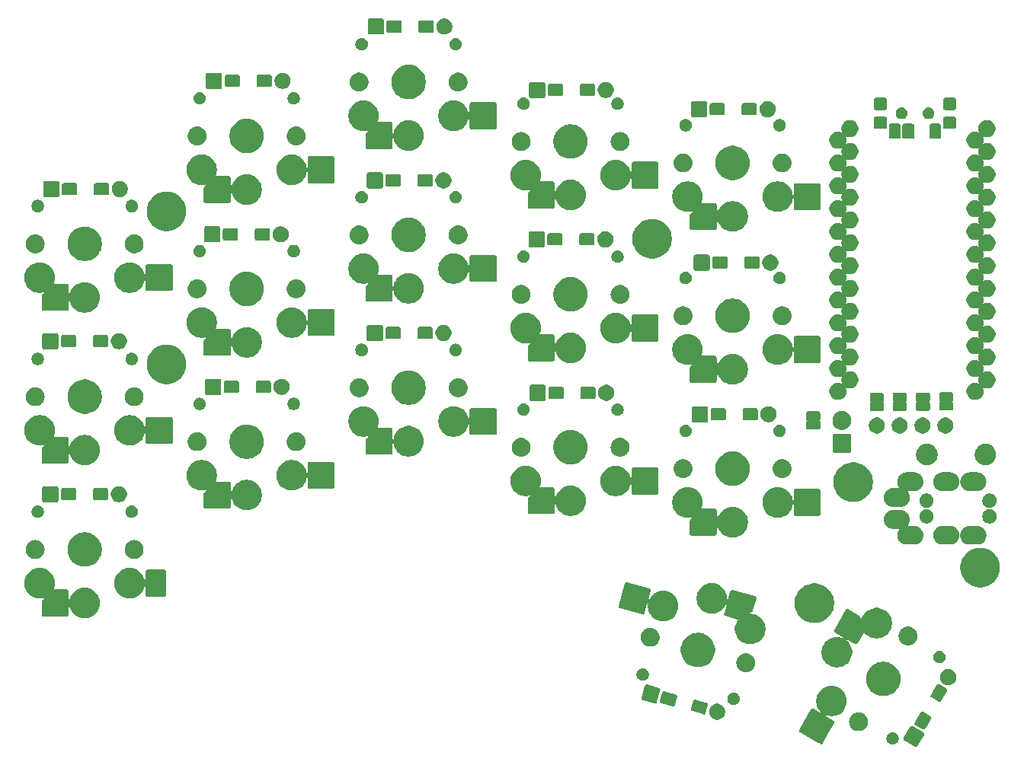
<source format=gts>
G04 #@! TF.GenerationSoftware,KiCad,Pcbnew,9.0.2*
G04 #@! TF.CreationDate,2025-05-13T18:54:25-04:00*
G04 #@! TF.ProjectId,chocofi,63686f63-6f66-4692-9e6b-696361645f70,2.1*
G04 #@! TF.SameCoordinates,Original*
G04 #@! TF.FileFunction,Soldermask,Top*
G04 #@! TF.FilePolarity,Negative*
%FSLAX46Y46*%
G04 Gerber Fmt 4.6, Leading zero omitted, Abs format (unit mm)*
G04 Created by KiCad (PCBNEW 9.0.2) date 2025-05-13 18:54:25*
%MOMM*%
%LPD*%
G01*
G04 APERTURE LIST*
G04 APERTURE END LIST*
G36*
X177897497Y-124067618D02*
G01*
X177901763Y-124070081D01*
X179103070Y-124763655D01*
X179103072Y-124763656D01*
X179107335Y-124766118D01*
X179166006Y-124817571D01*
X179200519Y-124887560D01*
X179205624Y-124965428D01*
X179180540Y-125039323D01*
X178482040Y-126249161D01*
X178430587Y-126307832D01*
X178360598Y-126342345D01*
X178282730Y-126347450D01*
X178208835Y-126322366D01*
X177197402Y-125738415D01*
X177003261Y-125626328D01*
X177003260Y-125626327D01*
X176998997Y-125623866D01*
X176940326Y-125572413D01*
X176905813Y-125502424D01*
X176900708Y-125424556D01*
X176925792Y-125350661D01*
X176928254Y-125346396D01*
X176928255Y-125346394D01*
X177621829Y-124145087D01*
X177621832Y-124145083D01*
X177624292Y-124140823D01*
X177675745Y-124082152D01*
X177745734Y-124047639D01*
X177823602Y-124042534D01*
X177897497Y-124067618D01*
G37*
G36*
X175889142Y-124745292D02*
G01*
X176015069Y-124797453D01*
X176128401Y-124873179D01*
X176224781Y-124969559D01*
X176300507Y-125082891D01*
X176352668Y-125208818D01*
X176379259Y-125342502D01*
X176379259Y-125478804D01*
X176352668Y-125612488D01*
X176300507Y-125738415D01*
X176224781Y-125851747D01*
X176128401Y-125948127D01*
X176015069Y-126023853D01*
X175889142Y-126076014D01*
X175755458Y-126102605D01*
X175619156Y-126102605D01*
X175485472Y-126076014D01*
X175359545Y-126023853D01*
X175246213Y-125948127D01*
X175149833Y-125851747D01*
X175074107Y-125738415D01*
X175021946Y-125612488D01*
X174995355Y-125478804D01*
X174995355Y-125342502D01*
X175021946Y-125208818D01*
X175074107Y-125082891D01*
X175149833Y-124969559D01*
X175246213Y-124873179D01*
X175359545Y-124797453D01*
X175485472Y-124745292D01*
X175619156Y-124718701D01*
X175755458Y-124718701D01*
X175889142Y-124745292D01*
G37*
G36*
X169244059Y-119577792D02*
G01*
X169458852Y-119635346D01*
X169664296Y-119720443D01*
X169856874Y-119831629D01*
X170033293Y-119966999D01*
X170190533Y-120124239D01*
X170325903Y-120300658D01*
X170437089Y-120493236D01*
X170522186Y-120698680D01*
X170579740Y-120913473D01*
X170608765Y-121133942D01*
X170608765Y-121356312D01*
X170579740Y-121576781D01*
X170522186Y-121791574D01*
X170437089Y-121997018D01*
X170325903Y-122189596D01*
X170190533Y-122366015D01*
X170033293Y-122523255D01*
X169856874Y-122658625D01*
X169664296Y-122769811D01*
X169458852Y-122854908D01*
X169244059Y-122912462D01*
X169023590Y-122941487D01*
X168801220Y-122941487D01*
X168580751Y-122912462D01*
X168365958Y-122854908D01*
X168264642Y-122812941D01*
X168223265Y-122896845D01*
X169146471Y-123429856D01*
X169146479Y-123429863D01*
X169150738Y-123432322D01*
X169209409Y-123483775D01*
X169243923Y-123553763D01*
X169249027Y-123631632D01*
X169223943Y-123705527D01*
X168807844Y-124426231D01*
X167926408Y-125952926D01*
X167926403Y-125952930D01*
X167923943Y-125957193D01*
X167872490Y-126015864D01*
X167802502Y-126050378D01*
X167724633Y-126055482D01*
X167650738Y-126030398D01*
X167241127Y-125793909D01*
X165403338Y-124732863D01*
X165403331Y-124732857D01*
X165399072Y-124730398D01*
X165340401Y-124678945D01*
X165305887Y-124608957D01*
X165300783Y-124531088D01*
X165325867Y-124457193D01*
X165328329Y-124452928D01*
X165328330Y-124452926D01*
X166623401Y-122209793D01*
X166623409Y-122209782D01*
X166625867Y-122205527D01*
X166677320Y-122146856D01*
X166747308Y-122112342D01*
X166825177Y-122107238D01*
X166899072Y-122132322D01*
X167826546Y-122667799D01*
X167878520Y-122590014D01*
X167791517Y-122523255D01*
X167634277Y-122366015D01*
X167498907Y-122189596D01*
X167387721Y-121997018D01*
X167302624Y-121791574D01*
X167245070Y-121576781D01*
X167216045Y-121356312D01*
X167216045Y-121133942D01*
X167245070Y-120913473D01*
X167302624Y-120698680D01*
X167387721Y-120493236D01*
X167498907Y-120300658D01*
X167634277Y-120124239D01*
X167791517Y-119966999D01*
X167967936Y-119831629D01*
X168160514Y-119720443D01*
X168365958Y-119635346D01*
X168580751Y-119577792D01*
X168801220Y-119548767D01*
X169023590Y-119548767D01*
X169244059Y-119577792D01*
G37*
G36*
X172002962Y-122507300D02*
G01*
X172013006Y-122507300D01*
X172052249Y-122515106D01*
X172155288Y-122531425D01*
X172188433Y-122542194D01*
X172215060Y-122547491D01*
X172252635Y-122563055D01*
X172312107Y-122582379D01*
X172367824Y-122610768D01*
X172405391Y-122626329D01*
X172427958Y-122641407D01*
X172459009Y-122657229D01*
X172543409Y-122718549D01*
X172576684Y-122740783D01*
X172583786Y-122747885D01*
X172592402Y-122754145D01*
X172708994Y-122870737D01*
X172715253Y-122879352D01*
X172722357Y-122886456D01*
X172744593Y-122919735D01*
X172805910Y-123004130D01*
X172821729Y-123035178D01*
X172836811Y-123057749D01*
X172852373Y-123095320D01*
X172880760Y-123151032D01*
X172900081Y-123210496D01*
X172915649Y-123248080D01*
X172920946Y-123274712D01*
X172931714Y-123307851D01*
X172948032Y-123410885D01*
X172955840Y-123450134D01*
X172955840Y-123460177D01*
X172957506Y-123470696D01*
X172957506Y-123635583D01*
X172955840Y-123646101D01*
X172955840Y-123656146D01*
X172948032Y-123695398D01*
X172931714Y-123798428D01*
X172920946Y-123831565D01*
X172915649Y-123858200D01*
X172900079Y-123895787D01*
X172880760Y-123955247D01*
X172852375Y-124010954D01*
X172836811Y-124048531D01*
X172821727Y-124071104D01*
X172805910Y-124102149D01*
X172744601Y-124186532D01*
X172722357Y-124219824D01*
X172715251Y-124226929D01*
X172708994Y-124235542D01*
X172592402Y-124352134D01*
X172583789Y-124358391D01*
X172576684Y-124365497D01*
X172543392Y-124387741D01*
X172459009Y-124449050D01*
X172427964Y-124464867D01*
X172405391Y-124479951D01*
X172367814Y-124495515D01*
X172312107Y-124523900D01*
X172252647Y-124543219D01*
X172215060Y-124558789D01*
X172188425Y-124564086D01*
X172155288Y-124574854D01*
X172052258Y-124591172D01*
X172013006Y-124598980D01*
X172002962Y-124598980D01*
X171992443Y-124600646D01*
X171827557Y-124600646D01*
X171817038Y-124598980D01*
X171806994Y-124598980D01*
X171767742Y-124591172D01*
X171664711Y-124574854D01*
X171631572Y-124564086D01*
X171604940Y-124558789D01*
X171567356Y-124543221D01*
X171507892Y-124523900D01*
X171452180Y-124495513D01*
X171414609Y-124479951D01*
X171392038Y-124464869D01*
X171360990Y-124449050D01*
X171276595Y-124387733D01*
X171243316Y-124365497D01*
X171236212Y-124358393D01*
X171227597Y-124352134D01*
X171111005Y-124235542D01*
X171104745Y-124226926D01*
X171097643Y-124219824D01*
X171075409Y-124186549D01*
X171014089Y-124102149D01*
X170998267Y-124071098D01*
X170983189Y-124048531D01*
X170967628Y-124010964D01*
X170939239Y-123955247D01*
X170919915Y-123895775D01*
X170904351Y-123858200D01*
X170899054Y-123831573D01*
X170888285Y-123798428D01*
X170871966Y-123695389D01*
X170864160Y-123656146D01*
X170864160Y-123646102D01*
X170862494Y-123635583D01*
X170862494Y-123470696D01*
X170864160Y-123460176D01*
X170864160Y-123450134D01*
X170871965Y-123410894D01*
X170888285Y-123307851D01*
X170899055Y-123274704D01*
X170904351Y-123248080D01*
X170919914Y-123210507D01*
X170939239Y-123151032D01*
X170967630Y-123095309D01*
X170983189Y-123057749D01*
X170998265Y-123035184D01*
X171014089Y-123004130D01*
X171075418Y-122919718D01*
X171097643Y-122886456D01*
X171104742Y-122879356D01*
X171111005Y-122870737D01*
X171227597Y-122754145D01*
X171236216Y-122747882D01*
X171243316Y-122740783D01*
X171276578Y-122718558D01*
X171360990Y-122657229D01*
X171392044Y-122641405D01*
X171414609Y-122626329D01*
X171452169Y-122610770D01*
X171507892Y-122582379D01*
X171567367Y-122563054D01*
X171604940Y-122547491D01*
X171631564Y-122542195D01*
X171664711Y-122531425D01*
X171767751Y-122515105D01*
X171806994Y-122507300D01*
X171817038Y-122507300D01*
X171827557Y-122505634D01*
X171992443Y-122505634D01*
X172002962Y-122507300D01*
G37*
G36*
X179084304Y-122459008D02*
G01*
X179088570Y-122461471D01*
X179902761Y-122931543D01*
X179902765Y-122931547D01*
X179907028Y-122934008D01*
X179965699Y-122985461D01*
X180000213Y-123055450D01*
X180005317Y-123133319D01*
X179980233Y-123207213D01*
X179677281Y-123731941D01*
X179332698Y-124328779D01*
X179332695Y-124328781D01*
X179330233Y-124333047D01*
X179278780Y-124391717D01*
X179208792Y-124426231D01*
X179130923Y-124431336D01*
X179057028Y-124406252D01*
X178734125Y-124219824D01*
X178238570Y-123933716D01*
X178238566Y-123933713D01*
X178234304Y-123931252D01*
X178175633Y-123879799D01*
X178141119Y-123809810D01*
X178136015Y-123731941D01*
X178161099Y-123658047D01*
X178163561Y-123653782D01*
X178163562Y-123653780D01*
X178808633Y-122536480D01*
X178808640Y-122536471D01*
X178811099Y-122532213D01*
X178862552Y-122473543D01*
X178932540Y-122439029D01*
X179010409Y-122433924D01*
X179084304Y-122459008D01*
G37*
G36*
X156455280Y-121586887D02*
G01*
X156618009Y-121654292D01*
X156764461Y-121752148D01*
X156889009Y-121876696D01*
X156986865Y-122023148D01*
X157054270Y-122185877D01*
X157088632Y-122358630D01*
X157088632Y-122534766D01*
X157054270Y-122707519D01*
X156986865Y-122870248D01*
X156889009Y-123016700D01*
X156764461Y-123141248D01*
X156618009Y-123239104D01*
X156455280Y-123306509D01*
X156282527Y-123340871D01*
X156106391Y-123340871D01*
X155933638Y-123306509D01*
X155770909Y-123239104D01*
X155624457Y-123141248D01*
X155499909Y-123016700D01*
X155402053Y-122870248D01*
X155334648Y-122707519D01*
X155300286Y-122534766D01*
X155300286Y-122358630D01*
X155334648Y-122185877D01*
X155402053Y-122023148D01*
X155499909Y-121876696D01*
X155624457Y-121752148D01*
X155770909Y-121654292D01*
X155933638Y-121586887D01*
X156106391Y-121552525D01*
X156282527Y-121552525D01*
X156455280Y-121586887D01*
G37*
G36*
X153775651Y-121099768D02*
G01*
X154581041Y-121315571D01*
X155026595Y-121434956D01*
X155026597Y-121434957D01*
X155031355Y-121436232D01*
X155101343Y-121470747D01*
X155152795Y-121529418D01*
X155177880Y-121603312D01*
X155172776Y-121681181D01*
X154926898Y-122598811D01*
X154892383Y-122668800D01*
X154833712Y-122720252D01*
X154759818Y-122745336D01*
X154681949Y-122740232D01*
X153426245Y-122403768D01*
X153356257Y-122369253D01*
X153304805Y-122310582D01*
X153279720Y-122236688D01*
X153284824Y-122158819D01*
X153411531Y-121685940D01*
X153529426Y-121245947D01*
X153529428Y-121245942D01*
X153530702Y-121241189D01*
X153565217Y-121171200D01*
X153623888Y-121119748D01*
X153697782Y-121094664D01*
X153775651Y-121099768D01*
G37*
G36*
X150346615Y-120180960D02*
G01*
X151070545Y-120374936D01*
X151597559Y-120516148D01*
X151597561Y-120516149D01*
X151602319Y-120517424D01*
X151672307Y-120551939D01*
X151723759Y-120610610D01*
X151748844Y-120684504D01*
X151743740Y-120762373D01*
X151497862Y-121680003D01*
X151463347Y-121749992D01*
X151404676Y-121801444D01*
X151330782Y-121826528D01*
X151252913Y-121821424D01*
X149997209Y-121484960D01*
X149927221Y-121450445D01*
X149875769Y-121391774D01*
X149850684Y-121317880D01*
X149855788Y-121240011D01*
X149943278Y-120913494D01*
X150100390Y-120327139D01*
X150100392Y-120327134D01*
X150101666Y-120322381D01*
X150136181Y-120252392D01*
X150194852Y-120200940D01*
X150268746Y-120175856D01*
X150346615Y-120180960D01*
G37*
G36*
X158216928Y-120322563D02*
G01*
X158342855Y-120374724D01*
X158456187Y-120450450D01*
X158552567Y-120546830D01*
X158628293Y-120660162D01*
X158680454Y-120786089D01*
X158707045Y-120919773D01*
X158707045Y-121056075D01*
X158680454Y-121189759D01*
X158628293Y-121315686D01*
X158552567Y-121429018D01*
X158456187Y-121525398D01*
X158342855Y-121601124D01*
X158216928Y-121653285D01*
X158083244Y-121679876D01*
X157946942Y-121679876D01*
X157813258Y-121653285D01*
X157687331Y-121601124D01*
X157573999Y-121525398D01*
X157477619Y-121429018D01*
X157401893Y-121315686D01*
X157349732Y-121189759D01*
X157323141Y-121056075D01*
X157323141Y-120919773D01*
X157349732Y-120786089D01*
X157401893Y-120660162D01*
X157477619Y-120546830D01*
X157573999Y-120450450D01*
X157687331Y-120374724D01*
X157813258Y-120322563D01*
X157946942Y-120295972D01*
X158083244Y-120295972D01*
X158216928Y-120322563D01*
G37*
G36*
X148391955Y-119425825D02*
G01*
X148396708Y-119427098D01*
X148396713Y-119427099D01*
X149736594Y-119786118D01*
X149736602Y-119786122D01*
X149741353Y-119787395D01*
X149811342Y-119821909D01*
X149862794Y-119880580D01*
X149887878Y-119954474D01*
X149882774Y-120032344D01*
X149858151Y-120124239D01*
X149522480Y-121376983D01*
X149522478Y-121376986D01*
X149521204Y-121381742D01*
X149486690Y-121451731D01*
X149428019Y-121503183D01*
X149354125Y-121528267D01*
X149276255Y-121523163D01*
X149271496Y-121521888D01*
X147931615Y-121162869D01*
X147931610Y-121162866D01*
X147926857Y-121161593D01*
X147856868Y-121127079D01*
X147805416Y-121068408D01*
X147780332Y-120994514D01*
X147785436Y-120916644D01*
X147786709Y-120911890D01*
X147786710Y-120911885D01*
X148145729Y-119572004D01*
X148145733Y-119571994D01*
X148147006Y-119567246D01*
X148181520Y-119497257D01*
X148240191Y-119445805D01*
X148314085Y-119420721D01*
X148391955Y-119425825D01*
G37*
G36*
X180859304Y-119384618D02*
G01*
X180863570Y-119387081D01*
X181677761Y-119857153D01*
X181677765Y-119857157D01*
X181682028Y-119859618D01*
X181740699Y-119911071D01*
X181775213Y-119981060D01*
X181780317Y-120058929D01*
X181755233Y-120132823D01*
X181494944Y-120583657D01*
X181107698Y-121254389D01*
X181107695Y-121254391D01*
X181105233Y-121258657D01*
X181053780Y-121317327D01*
X180983792Y-121351841D01*
X180905923Y-121356946D01*
X180832028Y-121331862D01*
X180553753Y-121171200D01*
X180013570Y-120859326D01*
X180013566Y-120859323D01*
X180009304Y-120856862D01*
X179950633Y-120805409D01*
X179916119Y-120735420D01*
X179911015Y-120657551D01*
X179936099Y-120583657D01*
X179938561Y-120579392D01*
X179938562Y-120579390D01*
X180583633Y-119462090D01*
X180583640Y-119462081D01*
X180586099Y-119457823D01*
X180637552Y-119399153D01*
X180707540Y-119364639D01*
X180785409Y-119359534D01*
X180859304Y-119384618D01*
G37*
G36*
X175033500Y-116912287D02*
G01*
X175275396Y-116977102D01*
X175506762Y-117072937D01*
X175723639Y-117198151D01*
X175922318Y-117350603D01*
X176099397Y-117527682D01*
X176251849Y-117726361D01*
X176377063Y-117943238D01*
X176472898Y-118174604D01*
X176537713Y-118416500D01*
X176570401Y-118664786D01*
X176570401Y-118915214D01*
X176537713Y-119163500D01*
X176472898Y-119405396D01*
X176377063Y-119636762D01*
X176251849Y-119853639D01*
X176099397Y-120052318D01*
X175922318Y-120229397D01*
X175723639Y-120381849D01*
X175506762Y-120507063D01*
X175275396Y-120602898D01*
X175033500Y-120667713D01*
X174785214Y-120700401D01*
X174534786Y-120700401D01*
X174286500Y-120667713D01*
X174044604Y-120602898D01*
X173813238Y-120507063D01*
X173596361Y-120381849D01*
X173397682Y-120229397D01*
X173220603Y-120052318D01*
X173068151Y-119853639D01*
X172942937Y-119636762D01*
X172847102Y-119405396D01*
X172782287Y-119163500D01*
X172749599Y-118915214D01*
X172749599Y-118664786D01*
X172782287Y-118416500D01*
X172847102Y-118174604D01*
X172942937Y-117943238D01*
X173068151Y-117726361D01*
X173220603Y-117527682D01*
X173397682Y-117350603D01*
X173596361Y-117198151D01*
X173813238Y-117072937D01*
X174044604Y-116977102D01*
X174286500Y-116912287D01*
X174534786Y-116879599D01*
X174785214Y-116879599D01*
X175033500Y-116912287D01*
G37*
G36*
X182123987Y-117736067D02*
G01*
X182286716Y-117803472D01*
X182433168Y-117901328D01*
X182557716Y-118025876D01*
X182655572Y-118172328D01*
X182722977Y-118335057D01*
X182757339Y-118507810D01*
X182757339Y-118683946D01*
X182722977Y-118856699D01*
X182655572Y-119019428D01*
X182557716Y-119165880D01*
X182433168Y-119290428D01*
X182286716Y-119388284D01*
X182123987Y-119455689D01*
X181951234Y-119490051D01*
X181775098Y-119490051D01*
X181602345Y-119455689D01*
X181439616Y-119388284D01*
X181293164Y-119290428D01*
X181168616Y-119165880D01*
X181070760Y-119019428D01*
X181003355Y-118856699D01*
X180968993Y-118683946D01*
X180968993Y-118507810D01*
X181003355Y-118335057D01*
X181070760Y-118172328D01*
X181168616Y-118025876D01*
X181293164Y-117901328D01*
X181439616Y-117803472D01*
X181602345Y-117736067D01*
X181775098Y-117701705D01*
X181951234Y-117701705D01*
X182123987Y-117736067D01*
G37*
G36*
X148132662Y-117620492D02*
G01*
X148258589Y-117672653D01*
X148371921Y-117748379D01*
X148468301Y-117844759D01*
X148544027Y-117958091D01*
X148596188Y-118084018D01*
X148622779Y-118217702D01*
X148622779Y-118354004D01*
X148596188Y-118487688D01*
X148544027Y-118613615D01*
X148468301Y-118726947D01*
X148371921Y-118823327D01*
X148258589Y-118899053D01*
X148132662Y-118951214D01*
X147998978Y-118977805D01*
X147862676Y-118977805D01*
X147728992Y-118951214D01*
X147603065Y-118899053D01*
X147489733Y-118823327D01*
X147393353Y-118726947D01*
X147317627Y-118613615D01*
X147265466Y-118487688D01*
X147238875Y-118354004D01*
X147238875Y-118217702D01*
X147265466Y-118084018D01*
X147317627Y-117958091D01*
X147393353Y-117844759D01*
X147489733Y-117748379D01*
X147603065Y-117672653D01*
X147728992Y-117620492D01*
X147862676Y-117593901D01*
X147998978Y-117593901D01*
X148132662Y-117620492D01*
G37*
G36*
X159465554Y-115957665D02*
G01*
X159475598Y-115957665D01*
X159514841Y-115965471D01*
X159617880Y-115981790D01*
X159651025Y-115992559D01*
X159677652Y-115997856D01*
X159715227Y-116013420D01*
X159774699Y-116032744D01*
X159830416Y-116061133D01*
X159867983Y-116076694D01*
X159890550Y-116091772D01*
X159921601Y-116107594D01*
X160006001Y-116168914D01*
X160039276Y-116191148D01*
X160046378Y-116198250D01*
X160054994Y-116204510D01*
X160171586Y-116321102D01*
X160177845Y-116329717D01*
X160184949Y-116336821D01*
X160207185Y-116370100D01*
X160268502Y-116454495D01*
X160284321Y-116485543D01*
X160299403Y-116508114D01*
X160314965Y-116545685D01*
X160343352Y-116601397D01*
X160362673Y-116660861D01*
X160378241Y-116698445D01*
X160383538Y-116725077D01*
X160394306Y-116758216D01*
X160410624Y-116861250D01*
X160418432Y-116900499D01*
X160418432Y-116910542D01*
X160420098Y-116921061D01*
X160420098Y-117085948D01*
X160418432Y-117096466D01*
X160418432Y-117106511D01*
X160410624Y-117145763D01*
X160394306Y-117248793D01*
X160383538Y-117281930D01*
X160378241Y-117308565D01*
X160362671Y-117346152D01*
X160343352Y-117405612D01*
X160314967Y-117461319D01*
X160299403Y-117498896D01*
X160284319Y-117521469D01*
X160268502Y-117552514D01*
X160207193Y-117636897D01*
X160184949Y-117670189D01*
X160177843Y-117677294D01*
X160171586Y-117685907D01*
X160054994Y-117802499D01*
X160046381Y-117808756D01*
X160039276Y-117815862D01*
X160005984Y-117838106D01*
X159921601Y-117899415D01*
X159890556Y-117915232D01*
X159867983Y-117930316D01*
X159830406Y-117945880D01*
X159774699Y-117974265D01*
X159715239Y-117993584D01*
X159677652Y-118009154D01*
X159651017Y-118014451D01*
X159617880Y-118025219D01*
X159514850Y-118041537D01*
X159475598Y-118049345D01*
X159465554Y-118049345D01*
X159455035Y-118051011D01*
X159290149Y-118051011D01*
X159279630Y-118049345D01*
X159269586Y-118049345D01*
X159230334Y-118041537D01*
X159127303Y-118025219D01*
X159094164Y-118014451D01*
X159067532Y-118009154D01*
X159029948Y-117993586D01*
X158970484Y-117974265D01*
X158914772Y-117945878D01*
X158877201Y-117930316D01*
X158854630Y-117915234D01*
X158823582Y-117899415D01*
X158739187Y-117838098D01*
X158705908Y-117815862D01*
X158698804Y-117808758D01*
X158690189Y-117802499D01*
X158573597Y-117685907D01*
X158567337Y-117677291D01*
X158560235Y-117670189D01*
X158538001Y-117636914D01*
X158476681Y-117552514D01*
X158460859Y-117521463D01*
X158445781Y-117498896D01*
X158430220Y-117461329D01*
X158401831Y-117405612D01*
X158382507Y-117346140D01*
X158366943Y-117308565D01*
X158361646Y-117281938D01*
X158350877Y-117248793D01*
X158334558Y-117145754D01*
X158326752Y-117106511D01*
X158326752Y-117096467D01*
X158325086Y-117085948D01*
X158325086Y-116921061D01*
X158326752Y-116910541D01*
X158326752Y-116900499D01*
X158334557Y-116861259D01*
X158350877Y-116758216D01*
X158361647Y-116725069D01*
X158366943Y-116698445D01*
X158382506Y-116660872D01*
X158401831Y-116601397D01*
X158430222Y-116545674D01*
X158445781Y-116508114D01*
X158460857Y-116485549D01*
X158476681Y-116454495D01*
X158538010Y-116370083D01*
X158560235Y-116336821D01*
X158567334Y-116329721D01*
X158573597Y-116321102D01*
X158690189Y-116204510D01*
X158698808Y-116198247D01*
X158705908Y-116191148D01*
X158739170Y-116168923D01*
X158823582Y-116107594D01*
X158854636Y-116091770D01*
X158877201Y-116076694D01*
X158914761Y-116061135D01*
X158970484Y-116032744D01*
X159029959Y-116013419D01*
X159067532Y-115997856D01*
X159094156Y-115992560D01*
X159127303Y-115981790D01*
X159230343Y-115965470D01*
X159269586Y-115957665D01*
X159279630Y-115957665D01*
X159290149Y-115955999D01*
X159455035Y-115955999D01*
X159465554Y-115957665D01*
G37*
G36*
X174244059Y-110917538D02*
G01*
X174458852Y-110975092D01*
X174664296Y-111060189D01*
X174856874Y-111171375D01*
X175033293Y-111306745D01*
X175190533Y-111463985D01*
X175325903Y-111640404D01*
X175437089Y-111832982D01*
X175522186Y-112038426D01*
X175579740Y-112253219D01*
X175608765Y-112473688D01*
X175608765Y-112696058D01*
X175579740Y-112916527D01*
X175522186Y-113131320D01*
X175437089Y-113336764D01*
X175325903Y-113529342D01*
X175190533Y-113705761D01*
X175033293Y-113863001D01*
X174856874Y-113998371D01*
X174664296Y-114109557D01*
X174458852Y-114194654D01*
X174244059Y-114252208D01*
X174023590Y-114281233D01*
X173801220Y-114281233D01*
X173580751Y-114252208D01*
X173365958Y-114194654D01*
X173160514Y-114109557D01*
X172967936Y-113998371D01*
X172791517Y-113863001D01*
X172634277Y-113705761D01*
X172562311Y-113611973D01*
X172509104Y-113615461D01*
X171796152Y-114850333D01*
X171796147Y-114850337D01*
X171793687Y-114854600D01*
X171742234Y-114913271D01*
X171672246Y-114947785D01*
X171594377Y-114952889D01*
X171520482Y-114927805D01*
X170593006Y-114392326D01*
X170541032Y-114470111D01*
X170628037Y-114536872D01*
X170785277Y-114694112D01*
X170920647Y-114870531D01*
X171031833Y-115063109D01*
X171116930Y-115268553D01*
X171174484Y-115483346D01*
X171203509Y-115703815D01*
X171203509Y-115926185D01*
X171174484Y-116146654D01*
X171116930Y-116361447D01*
X171031833Y-116566891D01*
X170920647Y-116759469D01*
X170785277Y-116935888D01*
X170628037Y-117093128D01*
X170451618Y-117228498D01*
X170259040Y-117339684D01*
X170053596Y-117424781D01*
X169838803Y-117482335D01*
X169618334Y-117511360D01*
X169395964Y-117511360D01*
X169175495Y-117482335D01*
X168960702Y-117424781D01*
X168755258Y-117339684D01*
X168562680Y-117228498D01*
X168386261Y-117093128D01*
X168229021Y-116935888D01*
X168093651Y-116759469D01*
X167982465Y-116566891D01*
X167897368Y-116361447D01*
X167839814Y-116146654D01*
X167810789Y-115926185D01*
X167810789Y-115703815D01*
X167839814Y-115483346D01*
X167897368Y-115268553D01*
X167982465Y-115063109D01*
X168093651Y-114870531D01*
X168229021Y-114694112D01*
X168386261Y-114536872D01*
X168562680Y-114401502D01*
X168755258Y-114290316D01*
X168960702Y-114205219D01*
X169175495Y-114147665D01*
X169395964Y-114118640D01*
X169618334Y-114118640D01*
X169838803Y-114147665D01*
X170053596Y-114205219D01*
X170154911Y-114247184D01*
X170196288Y-114163281D01*
X170119152Y-114118747D01*
X170102795Y-114109303D01*
X169273082Y-113630270D01*
X169273075Y-113630264D01*
X169268816Y-113627805D01*
X169210145Y-113576352D01*
X169175631Y-113506364D01*
X169170527Y-113428495D01*
X169195611Y-113354600D01*
X169198073Y-113350335D01*
X169198074Y-113350333D01*
X170493145Y-111107200D01*
X170493153Y-111107189D01*
X170495611Y-111102934D01*
X170547064Y-111044263D01*
X170617052Y-111009749D01*
X170694921Y-111004645D01*
X170768816Y-111029729D01*
X170773082Y-111032192D01*
X172005100Y-111743496D01*
X172005114Y-111743506D01*
X172007232Y-111744729D01*
X172039101Y-111767566D01*
X172086607Y-111829476D01*
X172100417Y-111866169D01*
X172186288Y-112186645D01*
X172262909Y-112186645D01*
X172302624Y-112038426D01*
X172387721Y-111832982D01*
X172498907Y-111640404D01*
X172634277Y-111463985D01*
X172791517Y-111306745D01*
X172967936Y-111171375D01*
X173160514Y-111060189D01*
X173365958Y-110975092D01*
X173580751Y-110917538D01*
X173801220Y-110888513D01*
X174023590Y-110888513D01*
X174244059Y-110917538D01*
G37*
G36*
X154433500Y-113702287D02*
G01*
X154675396Y-113767102D01*
X154906762Y-113862937D01*
X155123639Y-113988151D01*
X155322318Y-114140603D01*
X155499397Y-114317682D01*
X155651849Y-114516361D01*
X155777063Y-114733238D01*
X155872898Y-114964604D01*
X155937713Y-115206500D01*
X155970401Y-115454786D01*
X155970401Y-115705214D01*
X155937713Y-115953500D01*
X155872898Y-116195396D01*
X155777063Y-116426762D01*
X155651849Y-116643639D01*
X155499397Y-116842318D01*
X155322318Y-117019397D01*
X155123639Y-117171849D01*
X154906762Y-117297063D01*
X154675396Y-117392898D01*
X154433500Y-117457713D01*
X154185214Y-117490401D01*
X153934786Y-117490401D01*
X153686500Y-117457713D01*
X153444604Y-117392898D01*
X153213238Y-117297063D01*
X152996361Y-117171849D01*
X152797682Y-117019397D01*
X152620603Y-116842318D01*
X152468151Y-116643639D01*
X152342937Y-116426762D01*
X152247102Y-116195396D01*
X152182287Y-115953500D01*
X152149599Y-115705214D01*
X152149599Y-115454786D01*
X152182287Y-115206500D01*
X152247102Y-114964604D01*
X152342937Y-114733238D01*
X152468151Y-114516361D01*
X152620603Y-114317682D01*
X152797682Y-114140603D01*
X152996361Y-113988151D01*
X153213238Y-113862937D01*
X153444604Y-113767102D01*
X153686500Y-113702287D01*
X153934786Y-113669599D01*
X154185214Y-113669599D01*
X154433500Y-113702287D01*
G37*
G36*
X181109142Y-115703986D02*
G01*
X181235069Y-115756147D01*
X181348401Y-115831873D01*
X181444781Y-115928253D01*
X181520507Y-116041585D01*
X181572668Y-116167512D01*
X181599259Y-116301196D01*
X181599259Y-116437498D01*
X181572668Y-116571182D01*
X181520507Y-116697109D01*
X181444781Y-116810441D01*
X181348401Y-116906821D01*
X181235069Y-116982547D01*
X181109142Y-117034708D01*
X180975458Y-117061299D01*
X180839156Y-117061299D01*
X180705472Y-117034708D01*
X180579545Y-116982547D01*
X180466213Y-116906821D01*
X180369833Y-116810441D01*
X180294107Y-116697109D01*
X180241946Y-116571182D01*
X180215355Y-116437498D01*
X180215355Y-116301196D01*
X180241946Y-116167512D01*
X180294107Y-116041585D01*
X180369833Y-115928253D01*
X180466213Y-115831873D01*
X180579545Y-115756147D01*
X180705472Y-115703986D01*
X180839156Y-115677395D01*
X180975458Y-115677395D01*
X181109142Y-115703986D01*
G37*
G36*
X148840370Y-113110655D02*
G01*
X148850414Y-113110655D01*
X148889657Y-113118461D01*
X148992696Y-113134780D01*
X149025841Y-113145549D01*
X149052468Y-113150846D01*
X149090043Y-113166410D01*
X149149515Y-113185734D01*
X149205232Y-113214123D01*
X149242799Y-113229684D01*
X149265366Y-113244762D01*
X149296417Y-113260584D01*
X149380817Y-113321904D01*
X149414092Y-113344138D01*
X149421194Y-113351240D01*
X149429810Y-113357500D01*
X149546402Y-113474092D01*
X149552661Y-113482707D01*
X149559765Y-113489811D01*
X149582001Y-113523090D01*
X149643318Y-113607485D01*
X149659137Y-113638533D01*
X149674219Y-113661104D01*
X149689781Y-113698675D01*
X149718168Y-113754387D01*
X149737489Y-113813851D01*
X149753057Y-113851435D01*
X149758354Y-113878067D01*
X149769122Y-113911206D01*
X149785440Y-114014240D01*
X149793248Y-114053489D01*
X149793248Y-114063532D01*
X149794914Y-114074051D01*
X149794914Y-114238938D01*
X149793248Y-114249456D01*
X149793248Y-114259501D01*
X149785440Y-114298753D01*
X149769122Y-114401783D01*
X149758354Y-114434920D01*
X149753057Y-114461555D01*
X149737487Y-114499142D01*
X149718168Y-114558602D01*
X149689783Y-114614309D01*
X149674219Y-114651886D01*
X149659135Y-114674459D01*
X149643318Y-114705504D01*
X149582009Y-114789887D01*
X149559765Y-114823179D01*
X149552659Y-114830284D01*
X149546402Y-114838897D01*
X149429810Y-114955489D01*
X149421197Y-114961746D01*
X149414092Y-114968852D01*
X149380800Y-114991096D01*
X149296417Y-115052405D01*
X149265372Y-115068222D01*
X149242799Y-115083306D01*
X149205222Y-115098870D01*
X149149515Y-115127255D01*
X149090055Y-115146574D01*
X149052468Y-115162144D01*
X149025833Y-115167441D01*
X148992696Y-115178209D01*
X148889666Y-115194527D01*
X148850414Y-115202335D01*
X148840370Y-115202335D01*
X148829851Y-115204001D01*
X148664965Y-115204001D01*
X148654446Y-115202335D01*
X148644402Y-115202335D01*
X148605150Y-115194527D01*
X148502119Y-115178209D01*
X148468980Y-115167441D01*
X148442348Y-115162144D01*
X148404764Y-115146576D01*
X148345300Y-115127255D01*
X148289588Y-115098868D01*
X148252017Y-115083306D01*
X148229446Y-115068224D01*
X148198398Y-115052405D01*
X148114003Y-114991088D01*
X148080724Y-114968852D01*
X148073620Y-114961748D01*
X148065005Y-114955489D01*
X147948413Y-114838897D01*
X147942153Y-114830281D01*
X147935051Y-114823179D01*
X147912817Y-114789904D01*
X147851497Y-114705504D01*
X147835675Y-114674453D01*
X147820597Y-114651886D01*
X147805036Y-114614319D01*
X147776647Y-114558602D01*
X147757323Y-114499130D01*
X147741759Y-114461555D01*
X147736462Y-114434928D01*
X147725693Y-114401783D01*
X147709374Y-114298744D01*
X147701568Y-114259501D01*
X147701568Y-114249457D01*
X147699902Y-114238938D01*
X147699902Y-114074051D01*
X147701568Y-114063531D01*
X147701568Y-114053489D01*
X147709373Y-114014249D01*
X147725693Y-113911206D01*
X147736463Y-113878059D01*
X147741759Y-113851435D01*
X147757322Y-113813862D01*
X147776647Y-113754387D01*
X147805038Y-113698664D01*
X147820597Y-113661104D01*
X147835673Y-113638539D01*
X147851497Y-113607485D01*
X147912826Y-113523073D01*
X147935051Y-113489811D01*
X147942150Y-113482711D01*
X147948413Y-113474092D01*
X148065005Y-113357500D01*
X148073624Y-113351237D01*
X148080724Y-113344138D01*
X148113986Y-113321913D01*
X148198398Y-113260584D01*
X148229452Y-113244760D01*
X148252017Y-113229684D01*
X148289577Y-113214125D01*
X148345300Y-113185734D01*
X148404775Y-113166409D01*
X148442348Y-113150846D01*
X148468972Y-113145550D01*
X148502119Y-113134780D01*
X148605159Y-113118460D01*
X148644402Y-113110655D01*
X148654446Y-113110655D01*
X148664965Y-113108989D01*
X148829851Y-113108989D01*
X148840370Y-113110655D01*
G37*
G36*
X177502962Y-112981020D02*
G01*
X177513006Y-112981020D01*
X177552249Y-112988826D01*
X177655288Y-113005145D01*
X177688433Y-113015914D01*
X177715060Y-113021211D01*
X177752635Y-113036775D01*
X177812107Y-113056099D01*
X177867824Y-113084488D01*
X177905391Y-113100049D01*
X177927958Y-113115127D01*
X177959009Y-113130949D01*
X178043409Y-113192269D01*
X178076684Y-113214503D01*
X178083786Y-113221605D01*
X178092402Y-113227865D01*
X178208994Y-113344457D01*
X178215253Y-113353072D01*
X178222357Y-113360176D01*
X178244593Y-113393455D01*
X178305910Y-113477850D01*
X178321729Y-113508898D01*
X178336811Y-113531469D01*
X178352373Y-113569040D01*
X178380760Y-113624752D01*
X178400081Y-113684216D01*
X178415649Y-113721800D01*
X178420946Y-113748432D01*
X178431714Y-113781571D01*
X178448032Y-113884605D01*
X178455840Y-113923854D01*
X178455840Y-113933897D01*
X178457506Y-113944416D01*
X178457506Y-114109303D01*
X178455840Y-114119821D01*
X178455840Y-114129866D01*
X178448032Y-114169118D01*
X178431714Y-114272148D01*
X178420946Y-114305285D01*
X178415649Y-114331920D01*
X178400079Y-114369507D01*
X178380760Y-114428967D01*
X178352375Y-114484674D01*
X178336811Y-114522251D01*
X178321727Y-114544824D01*
X178305910Y-114575869D01*
X178244601Y-114660252D01*
X178222357Y-114693544D01*
X178215251Y-114700649D01*
X178208994Y-114709262D01*
X178092402Y-114825854D01*
X178083789Y-114832111D01*
X178076684Y-114839217D01*
X178043392Y-114861461D01*
X177959009Y-114922770D01*
X177927964Y-114938587D01*
X177905391Y-114953671D01*
X177867814Y-114969235D01*
X177812107Y-114997620D01*
X177752647Y-115016939D01*
X177715060Y-115032509D01*
X177688425Y-115037806D01*
X177655288Y-115048574D01*
X177552258Y-115064892D01*
X177513006Y-115072700D01*
X177502962Y-115072700D01*
X177492443Y-115074366D01*
X177327557Y-115074366D01*
X177317038Y-115072700D01*
X177306994Y-115072700D01*
X177267742Y-115064892D01*
X177164711Y-115048574D01*
X177131572Y-115037806D01*
X177104940Y-115032509D01*
X177067356Y-115016941D01*
X177007892Y-114997620D01*
X176952180Y-114969233D01*
X176914609Y-114953671D01*
X176892038Y-114938589D01*
X176860990Y-114922770D01*
X176776595Y-114861453D01*
X176743316Y-114839217D01*
X176736212Y-114832113D01*
X176727597Y-114825854D01*
X176611005Y-114709262D01*
X176604745Y-114700646D01*
X176597643Y-114693544D01*
X176575409Y-114660269D01*
X176514089Y-114575869D01*
X176498267Y-114544818D01*
X176483189Y-114522251D01*
X176467628Y-114484684D01*
X176439239Y-114428967D01*
X176419915Y-114369495D01*
X176404351Y-114331920D01*
X176399054Y-114305293D01*
X176388285Y-114272148D01*
X176371966Y-114169109D01*
X176364160Y-114129866D01*
X176364160Y-114119822D01*
X176362494Y-114109303D01*
X176362494Y-113944416D01*
X176364160Y-113933896D01*
X176364160Y-113923854D01*
X176371965Y-113884614D01*
X176388285Y-113781571D01*
X176399055Y-113748424D01*
X176404351Y-113721800D01*
X176419914Y-113684227D01*
X176439239Y-113624752D01*
X176467630Y-113569029D01*
X176483189Y-113531469D01*
X176498265Y-113508904D01*
X176514089Y-113477850D01*
X176575418Y-113393438D01*
X176597643Y-113360176D01*
X176604742Y-113353076D01*
X176611005Y-113344457D01*
X176727597Y-113227865D01*
X176736216Y-113221602D01*
X176743316Y-113214503D01*
X176776578Y-113192278D01*
X176860990Y-113130949D01*
X176892044Y-113115125D01*
X176914609Y-113100049D01*
X176952169Y-113084490D01*
X177007892Y-113056099D01*
X177067367Y-113036774D01*
X177104940Y-113021211D01*
X177131564Y-113015915D01*
X177164711Y-113005145D01*
X177267751Y-112988825D01*
X177306994Y-112981020D01*
X177317038Y-112981020D01*
X177327557Y-112979354D01*
X177492443Y-112979354D01*
X177502962Y-112981020D01*
G37*
G36*
X155931627Y-108165406D02*
G01*
X156146420Y-108222960D01*
X156351864Y-108308057D01*
X156544442Y-108419243D01*
X156720861Y-108554613D01*
X156878101Y-108711853D01*
X157013471Y-108888272D01*
X157124657Y-109080850D01*
X157209754Y-109286294D01*
X157267308Y-109501087D01*
X157296333Y-109721556D01*
X157296333Y-109943926D01*
X157282018Y-110052658D01*
X157373771Y-110070909D01*
X157649680Y-109041200D01*
X157649682Y-109041195D01*
X157650956Y-109036442D01*
X157685471Y-108966453D01*
X157744141Y-108915001D01*
X157818036Y-108889917D01*
X157895905Y-108895021D01*
X157900658Y-108896294D01*
X157900663Y-108896295D01*
X160402553Y-109566674D01*
X160402556Y-109566675D01*
X160407312Y-109567950D01*
X160477301Y-109602465D01*
X160528753Y-109661135D01*
X160553837Y-109735030D01*
X160548733Y-109812899D01*
X160547457Y-109817657D01*
X160547458Y-109817657D01*
X160179259Y-111191798D01*
X160179256Y-111191803D01*
X160178622Y-111194173D01*
X160164812Y-111230867D01*
X160117306Y-111292777D01*
X160085438Y-111315613D01*
X159835382Y-111459983D01*
X159798108Y-111481503D01*
X159817938Y-111555513D01*
X159971386Y-111555513D01*
X160191855Y-111584538D01*
X160406648Y-111642092D01*
X160612092Y-111727189D01*
X160804670Y-111838375D01*
X160981089Y-111973745D01*
X161138329Y-112130985D01*
X161273699Y-112307404D01*
X161384885Y-112499982D01*
X161469982Y-112705426D01*
X161527536Y-112920219D01*
X161556561Y-113140688D01*
X161556561Y-113363058D01*
X161527536Y-113583527D01*
X161469982Y-113798320D01*
X161384885Y-114003764D01*
X161273699Y-114196342D01*
X161138329Y-114372761D01*
X160981089Y-114530001D01*
X160804670Y-114665371D01*
X160612092Y-114776557D01*
X160406648Y-114861654D01*
X160191855Y-114919208D01*
X159971386Y-114948233D01*
X159749016Y-114948233D01*
X159528547Y-114919208D01*
X159313754Y-114861654D01*
X159108310Y-114776557D01*
X158915732Y-114665371D01*
X158739313Y-114530001D01*
X158582073Y-114372761D01*
X158446703Y-114196342D01*
X158335517Y-114003764D01*
X158250420Y-113798320D01*
X158192866Y-113583527D01*
X158163841Y-113363058D01*
X158163841Y-113140688D01*
X158192866Y-112920219D01*
X158250420Y-112705426D01*
X158335517Y-112499982D01*
X158446703Y-112307404D01*
X158518666Y-112213618D01*
X158501527Y-112163126D01*
X157124206Y-111794073D01*
X157124205Y-111794072D01*
X157119448Y-111792798D01*
X157049459Y-111758283D01*
X156998007Y-111699613D01*
X156972923Y-111625718D01*
X156978027Y-111547849D01*
X156979300Y-111543095D01*
X156979301Y-111543090D01*
X157255212Y-110513379D01*
X157166626Y-110483308D01*
X157124657Y-110584632D01*
X157013471Y-110777210D01*
X156878101Y-110953629D01*
X156720861Y-111110869D01*
X156544442Y-111246239D01*
X156351864Y-111357425D01*
X156146420Y-111442522D01*
X155931627Y-111500076D01*
X155711158Y-111529101D01*
X155488788Y-111529101D01*
X155268319Y-111500076D01*
X155053526Y-111442522D01*
X154848082Y-111357425D01*
X154655504Y-111246239D01*
X154479085Y-111110869D01*
X154321845Y-110953629D01*
X154186475Y-110777210D01*
X154075289Y-110584632D01*
X153990192Y-110379188D01*
X153932638Y-110164395D01*
X153903613Y-109943926D01*
X153903613Y-109721556D01*
X153932638Y-109501087D01*
X153990192Y-109286294D01*
X154075289Y-109080850D01*
X154186475Y-108888272D01*
X154321845Y-108711853D01*
X154479085Y-108554613D01*
X154655504Y-108419243D01*
X154848082Y-108308057D01*
X155053526Y-108222960D01*
X155268319Y-108165406D01*
X155488788Y-108136381D01*
X155711158Y-108136381D01*
X155931627Y-108165406D01*
G37*
G36*
X167434199Y-108205272D02*
G01*
X167712167Y-108279754D01*
X167978035Y-108389880D01*
X168227255Y-108533767D01*
X168455561Y-108708952D01*
X168659048Y-108912439D01*
X168834233Y-109140745D01*
X168978120Y-109389965D01*
X169088246Y-109655833D01*
X169162728Y-109933801D01*
X169200290Y-110219113D01*
X169200290Y-110506887D01*
X169162728Y-110792199D01*
X169088246Y-111070167D01*
X168978120Y-111336035D01*
X168834233Y-111585255D01*
X168659048Y-111813561D01*
X168455561Y-112017048D01*
X168227255Y-112192233D01*
X167978035Y-112336120D01*
X167712167Y-112446246D01*
X167434199Y-112520728D01*
X167148887Y-112558290D01*
X166861113Y-112558290D01*
X166575801Y-112520728D01*
X166297833Y-112446246D01*
X166031965Y-112336120D01*
X165782745Y-112192233D01*
X165554439Y-112017048D01*
X165350952Y-111813561D01*
X165175767Y-111585255D01*
X165031880Y-111336035D01*
X164921754Y-111070167D01*
X164847272Y-110792199D01*
X164809710Y-110506887D01*
X164809710Y-110219113D01*
X164847272Y-109933801D01*
X164921754Y-109655833D01*
X165031880Y-109389965D01*
X165175767Y-109140745D01*
X165350952Y-108912439D01*
X165554439Y-108708952D01*
X165782745Y-108533767D01*
X166031965Y-108389880D01*
X166297833Y-108279754D01*
X166575801Y-108205272D01*
X166861113Y-108167710D01*
X167148887Y-108167710D01*
X167434199Y-108205272D01*
G37*
G36*
X146170060Y-108030698D02*
G01*
X146174813Y-108031971D01*
X146174818Y-108031972D01*
X148676708Y-108702351D01*
X148676711Y-108702352D01*
X148681467Y-108703627D01*
X148751456Y-108738142D01*
X148802908Y-108796812D01*
X148827992Y-108870707D01*
X148822888Y-108948576D01*
X148545703Y-109983042D01*
X148634289Y-110013112D01*
X148676258Y-109911792D01*
X148787444Y-109719214D01*
X148922814Y-109542795D01*
X149080054Y-109385555D01*
X149256473Y-109250185D01*
X149449051Y-109138999D01*
X149654495Y-109053902D01*
X149869288Y-108996348D01*
X150089757Y-108967323D01*
X150312127Y-108967323D01*
X150532596Y-108996348D01*
X150747389Y-109053902D01*
X150952833Y-109138999D01*
X151145411Y-109250185D01*
X151321830Y-109385555D01*
X151479070Y-109542795D01*
X151614440Y-109719214D01*
X151725626Y-109911792D01*
X151810723Y-110117236D01*
X151868277Y-110332029D01*
X151897302Y-110552498D01*
X151897302Y-110774868D01*
X151868277Y-110995337D01*
X151810723Y-111210130D01*
X151725626Y-111415574D01*
X151614440Y-111608152D01*
X151479070Y-111784571D01*
X151321830Y-111941811D01*
X151145411Y-112077181D01*
X150952833Y-112188367D01*
X150747389Y-112273464D01*
X150532596Y-112331018D01*
X150312127Y-112360043D01*
X150089757Y-112360043D01*
X149869288Y-112331018D01*
X149654495Y-112273464D01*
X149449051Y-112188367D01*
X149256473Y-112077181D01*
X149080054Y-111941811D01*
X148922814Y-111784571D01*
X148787444Y-111608152D01*
X148676258Y-111415574D01*
X148591161Y-111210130D01*
X148533607Y-110995337D01*
X148504582Y-110774868D01*
X148504582Y-110552498D01*
X148518896Y-110443767D01*
X148427143Y-110425516D01*
X148149959Y-111459983D01*
X148115444Y-111529972D01*
X148056774Y-111581424D01*
X147982879Y-111606508D01*
X147905010Y-111601404D01*
X147900251Y-111600129D01*
X145398361Y-110929750D01*
X145398360Y-110929749D01*
X145393603Y-110928475D01*
X145323614Y-110893960D01*
X145272162Y-110835290D01*
X145247078Y-110761395D01*
X145252182Y-110683526D01*
X145253455Y-110678772D01*
X145253456Y-110678767D01*
X145923835Y-108176877D01*
X145923837Y-108176872D01*
X145925111Y-108172119D01*
X145959626Y-108102130D01*
X146018296Y-108050678D01*
X146092191Y-108025594D01*
X146170060Y-108030698D01*
G37*
G36*
X81241654Y-106482665D02*
G01*
X81456447Y-106540219D01*
X81661891Y-106625316D01*
X81854469Y-106736502D01*
X82030888Y-106871872D01*
X82188128Y-107029112D01*
X82323498Y-107205531D01*
X82434684Y-107398109D01*
X82519781Y-107603553D01*
X82577335Y-107818346D01*
X82606360Y-108038815D01*
X82606360Y-108261185D01*
X82577335Y-108481654D01*
X82519781Y-108696447D01*
X82474542Y-108805664D01*
X82504165Y-108849999D01*
X83930077Y-108849999D01*
X83930082Y-108850000D01*
X83935000Y-108850000D01*
X84011537Y-108865224D01*
X84076421Y-108908579D01*
X84119776Y-108973463D01*
X84135000Y-109050000D01*
X84135000Y-110120961D01*
X84228350Y-110127080D01*
X84242665Y-110018346D01*
X84300219Y-109803553D01*
X84385316Y-109598109D01*
X84496502Y-109405531D01*
X84631872Y-109229112D01*
X84789112Y-109071872D01*
X84965531Y-108936502D01*
X85158109Y-108825316D01*
X85363553Y-108740219D01*
X85578346Y-108682665D01*
X85798815Y-108653640D01*
X86021185Y-108653640D01*
X86241654Y-108682665D01*
X86456447Y-108740219D01*
X86661891Y-108825316D01*
X86854469Y-108936502D01*
X87030888Y-109071872D01*
X87188128Y-109229112D01*
X87323498Y-109405531D01*
X87434684Y-109598109D01*
X87519781Y-109803553D01*
X87577335Y-110018346D01*
X87606360Y-110238815D01*
X87606360Y-110461185D01*
X87577335Y-110681654D01*
X87519781Y-110896447D01*
X87434684Y-111101891D01*
X87323498Y-111294469D01*
X87188128Y-111470888D01*
X87030888Y-111628128D01*
X86854469Y-111763498D01*
X86661891Y-111874684D01*
X86456447Y-111959781D01*
X86241654Y-112017335D01*
X86021185Y-112046360D01*
X85798815Y-112046360D01*
X85578346Y-112017335D01*
X85363553Y-111959781D01*
X85158109Y-111874684D01*
X84965531Y-111763498D01*
X84789112Y-111628128D01*
X84631872Y-111470888D01*
X84496502Y-111294469D01*
X84385316Y-111101891D01*
X84300219Y-110896447D01*
X84242665Y-110681654D01*
X84228350Y-110572919D01*
X84135000Y-110579038D01*
X84135000Y-111650000D01*
X84119776Y-111726537D01*
X84076421Y-111791421D01*
X84011537Y-111834776D01*
X83935000Y-111850000D01*
X81335000Y-111850000D01*
X81258463Y-111834776D01*
X81193579Y-111791421D01*
X81150224Y-111726537D01*
X81135000Y-111650000D01*
X81135000Y-110220000D01*
X81138843Y-110180982D01*
X81168706Y-110108886D01*
X81193578Y-110078580D01*
X81289116Y-109983042D01*
X81428183Y-109843974D01*
X81389872Y-109777619D01*
X81241654Y-109817335D01*
X81021185Y-109846360D01*
X80798815Y-109846360D01*
X80578346Y-109817335D01*
X80363553Y-109759781D01*
X80158109Y-109674684D01*
X79965531Y-109563498D01*
X79789112Y-109428128D01*
X79631872Y-109270888D01*
X79496502Y-109094469D01*
X79385316Y-108901891D01*
X79300219Y-108696447D01*
X79242665Y-108481654D01*
X79213640Y-108261185D01*
X79213640Y-108038815D01*
X79242665Y-107818346D01*
X79300219Y-107603553D01*
X79385316Y-107398109D01*
X79496502Y-107205531D01*
X79631872Y-107029112D01*
X79789112Y-106871872D01*
X79965531Y-106736502D01*
X80158109Y-106625316D01*
X80363553Y-106540219D01*
X80578346Y-106482665D01*
X80798815Y-106453640D01*
X81021185Y-106453640D01*
X81241654Y-106482665D01*
G37*
G36*
X91241654Y-106482665D02*
G01*
X91456447Y-106540219D01*
X91661891Y-106625316D01*
X91854469Y-106736502D01*
X92030888Y-106871872D01*
X92188128Y-107029112D01*
X92323498Y-107205531D01*
X92434684Y-107398109D01*
X92519781Y-107603553D01*
X92573161Y-107802771D01*
X92660000Y-107791339D01*
X92660000Y-106854922D01*
X92660000Y-106850000D01*
X92675224Y-106773463D01*
X92718579Y-106708579D01*
X92783463Y-106665224D01*
X92860000Y-106650000D01*
X94760000Y-106650000D01*
X94836537Y-106665224D01*
X94901421Y-106708579D01*
X94944776Y-106773463D01*
X94960000Y-106850000D01*
X94960000Y-109450000D01*
X94944776Y-109526537D01*
X94901421Y-109591421D01*
X94836537Y-109634776D01*
X94760000Y-109650000D01*
X92860000Y-109650000D01*
X92783463Y-109634776D01*
X92718579Y-109591421D01*
X92675224Y-109526537D01*
X92660000Y-109450000D01*
X92660000Y-108508659D01*
X92573162Y-108497227D01*
X92519781Y-108696447D01*
X92434684Y-108901891D01*
X92323498Y-109094469D01*
X92188128Y-109270888D01*
X92030888Y-109428128D01*
X91854469Y-109563498D01*
X91661891Y-109674684D01*
X91456447Y-109759781D01*
X91241654Y-109817335D01*
X91021185Y-109846360D01*
X90798815Y-109846360D01*
X90578346Y-109817335D01*
X90363553Y-109759781D01*
X90158109Y-109674684D01*
X89965531Y-109563498D01*
X89789112Y-109428128D01*
X89631872Y-109270888D01*
X89496502Y-109094469D01*
X89385316Y-108901891D01*
X89300219Y-108696447D01*
X89242665Y-108481654D01*
X89213640Y-108261185D01*
X89213640Y-108038815D01*
X89242665Y-107818346D01*
X89300219Y-107603553D01*
X89385316Y-107398109D01*
X89496502Y-107205531D01*
X89631872Y-107029112D01*
X89789112Y-106871872D01*
X89965531Y-106736502D01*
X90158109Y-106625316D01*
X90363553Y-106540219D01*
X90578346Y-106482665D01*
X90798815Y-106453640D01*
X91021185Y-106453640D01*
X91241654Y-106482665D01*
G37*
G36*
X185849199Y-104268272D02*
G01*
X186127167Y-104342754D01*
X186393035Y-104452880D01*
X186642255Y-104596767D01*
X186870561Y-104771952D01*
X187074048Y-104975439D01*
X187249233Y-105203745D01*
X187393120Y-105452965D01*
X187503246Y-105718833D01*
X187577728Y-105996801D01*
X187615290Y-106282113D01*
X187615290Y-106569887D01*
X187577728Y-106855199D01*
X187503246Y-107133167D01*
X187393120Y-107399035D01*
X187249233Y-107648255D01*
X187074048Y-107876561D01*
X186870561Y-108080048D01*
X186642255Y-108255233D01*
X186393035Y-108399120D01*
X186127167Y-108509246D01*
X185849199Y-108583728D01*
X185563887Y-108621290D01*
X185276113Y-108621290D01*
X184990801Y-108583728D01*
X184712833Y-108509246D01*
X184446965Y-108399120D01*
X184197745Y-108255233D01*
X183969439Y-108080048D01*
X183765952Y-107876561D01*
X183590767Y-107648255D01*
X183446880Y-107399035D01*
X183336754Y-107133167D01*
X183262272Y-106855199D01*
X183224710Y-106569887D01*
X183224710Y-106282113D01*
X183262272Y-105996801D01*
X183336754Y-105718833D01*
X183446880Y-105452965D01*
X183590767Y-105203745D01*
X183765952Y-104975439D01*
X183969439Y-104771952D01*
X184197745Y-104596767D01*
X184446965Y-104452880D01*
X184712833Y-104342754D01*
X184990801Y-104268272D01*
X185276113Y-104230710D01*
X185563887Y-104230710D01*
X185849199Y-104268272D01*
G37*
G36*
X86283500Y-102522287D02*
G01*
X86525396Y-102587102D01*
X86756762Y-102682937D01*
X86973639Y-102808151D01*
X87172318Y-102960603D01*
X87349397Y-103137682D01*
X87501849Y-103336361D01*
X87627063Y-103553238D01*
X87722898Y-103784604D01*
X87787713Y-104026500D01*
X87820401Y-104274786D01*
X87820401Y-104525214D01*
X87787713Y-104773500D01*
X87722898Y-105015396D01*
X87627063Y-105246762D01*
X87501849Y-105463639D01*
X87349397Y-105662318D01*
X87172318Y-105839397D01*
X86973639Y-105991849D01*
X86756762Y-106117063D01*
X86525396Y-106212898D01*
X86283500Y-106277713D01*
X86035214Y-106310401D01*
X85784786Y-106310401D01*
X85536500Y-106277713D01*
X85294604Y-106212898D01*
X85063238Y-106117063D01*
X84846361Y-105991849D01*
X84647682Y-105839397D01*
X84470603Y-105662318D01*
X84318151Y-105463639D01*
X84192937Y-105246762D01*
X84097102Y-105015396D01*
X84032287Y-104773500D01*
X83999599Y-104525214D01*
X83999599Y-104274786D01*
X84032287Y-104026500D01*
X84097102Y-103784604D01*
X84192937Y-103553238D01*
X84318151Y-103336361D01*
X84470603Y-103137682D01*
X84647682Y-102960603D01*
X84846361Y-102808151D01*
X85063238Y-102682937D01*
X85294604Y-102587102D01*
X85536500Y-102522287D01*
X85784786Y-102489599D01*
X86035214Y-102489599D01*
X86283500Y-102522287D01*
G37*
G36*
X80502962Y-103354160D02*
G01*
X80513006Y-103354160D01*
X80552249Y-103361966D01*
X80655288Y-103378285D01*
X80688433Y-103389054D01*
X80715060Y-103394351D01*
X80752635Y-103409915D01*
X80812107Y-103429239D01*
X80867824Y-103457628D01*
X80905391Y-103473189D01*
X80927958Y-103488267D01*
X80959009Y-103504089D01*
X81043409Y-103565409D01*
X81076684Y-103587643D01*
X81083786Y-103594745D01*
X81092402Y-103601005D01*
X81208994Y-103717597D01*
X81215253Y-103726212D01*
X81222357Y-103733316D01*
X81244593Y-103766595D01*
X81305910Y-103850990D01*
X81321729Y-103882038D01*
X81336811Y-103904609D01*
X81352373Y-103942180D01*
X81380760Y-103997892D01*
X81400081Y-104057356D01*
X81415649Y-104094940D01*
X81420946Y-104121572D01*
X81431714Y-104154711D01*
X81448032Y-104257745D01*
X81455840Y-104296994D01*
X81455840Y-104307037D01*
X81457506Y-104317556D01*
X81457506Y-104482443D01*
X81455840Y-104492961D01*
X81455840Y-104503006D01*
X81448032Y-104542258D01*
X81431714Y-104645288D01*
X81420946Y-104678425D01*
X81415649Y-104705060D01*
X81400079Y-104742647D01*
X81380760Y-104802107D01*
X81352375Y-104857814D01*
X81336811Y-104895391D01*
X81321727Y-104917964D01*
X81305910Y-104949009D01*
X81244601Y-105033392D01*
X81222357Y-105066684D01*
X81215251Y-105073789D01*
X81208994Y-105082402D01*
X81092402Y-105198994D01*
X81083789Y-105205251D01*
X81076684Y-105212357D01*
X81043392Y-105234601D01*
X80959009Y-105295910D01*
X80927964Y-105311727D01*
X80905391Y-105326811D01*
X80867814Y-105342375D01*
X80812107Y-105370760D01*
X80752647Y-105390079D01*
X80715060Y-105405649D01*
X80688425Y-105410946D01*
X80655288Y-105421714D01*
X80552258Y-105438032D01*
X80513006Y-105445840D01*
X80502962Y-105445840D01*
X80492443Y-105447506D01*
X80327557Y-105447506D01*
X80317038Y-105445840D01*
X80306994Y-105445840D01*
X80267742Y-105438032D01*
X80164711Y-105421714D01*
X80131572Y-105410946D01*
X80104940Y-105405649D01*
X80067356Y-105390081D01*
X80007892Y-105370760D01*
X79952180Y-105342373D01*
X79914609Y-105326811D01*
X79892038Y-105311729D01*
X79860990Y-105295910D01*
X79776595Y-105234593D01*
X79743316Y-105212357D01*
X79736212Y-105205253D01*
X79727597Y-105198994D01*
X79611005Y-105082402D01*
X79604745Y-105073786D01*
X79597643Y-105066684D01*
X79575409Y-105033409D01*
X79514089Y-104949009D01*
X79498267Y-104917958D01*
X79483189Y-104895391D01*
X79467628Y-104857824D01*
X79439239Y-104802107D01*
X79419915Y-104742635D01*
X79404351Y-104705060D01*
X79399054Y-104678433D01*
X79388285Y-104645288D01*
X79371966Y-104542249D01*
X79364160Y-104503006D01*
X79364160Y-104492962D01*
X79362494Y-104482443D01*
X79362494Y-104317556D01*
X79364160Y-104307036D01*
X79364160Y-104296994D01*
X79371965Y-104257754D01*
X79388285Y-104154711D01*
X79399055Y-104121564D01*
X79404351Y-104094940D01*
X79419914Y-104057367D01*
X79439239Y-103997892D01*
X79467630Y-103942169D01*
X79483189Y-103904609D01*
X79498265Y-103882044D01*
X79514089Y-103850990D01*
X79575418Y-103766578D01*
X79597643Y-103733316D01*
X79604742Y-103726216D01*
X79611005Y-103717597D01*
X79727597Y-103601005D01*
X79736216Y-103594742D01*
X79743316Y-103587643D01*
X79776578Y-103565418D01*
X79860990Y-103504089D01*
X79892044Y-103488265D01*
X79914609Y-103473189D01*
X79952169Y-103457630D01*
X80007892Y-103429239D01*
X80067367Y-103409914D01*
X80104940Y-103394351D01*
X80131564Y-103389055D01*
X80164711Y-103378285D01*
X80267751Y-103361965D01*
X80306994Y-103354160D01*
X80317038Y-103354160D01*
X80327557Y-103352494D01*
X80492443Y-103352494D01*
X80502962Y-103354160D01*
G37*
G36*
X91502962Y-103354160D02*
G01*
X91513006Y-103354160D01*
X91552249Y-103361966D01*
X91655288Y-103378285D01*
X91688433Y-103389054D01*
X91715060Y-103394351D01*
X91752635Y-103409915D01*
X91812107Y-103429239D01*
X91867824Y-103457628D01*
X91905391Y-103473189D01*
X91927958Y-103488267D01*
X91959009Y-103504089D01*
X92043409Y-103565409D01*
X92076684Y-103587643D01*
X92083786Y-103594745D01*
X92092402Y-103601005D01*
X92208994Y-103717597D01*
X92215253Y-103726212D01*
X92222357Y-103733316D01*
X92244593Y-103766595D01*
X92305910Y-103850990D01*
X92321729Y-103882038D01*
X92336811Y-103904609D01*
X92352373Y-103942180D01*
X92380760Y-103997892D01*
X92400081Y-104057356D01*
X92415649Y-104094940D01*
X92420946Y-104121572D01*
X92431714Y-104154711D01*
X92448032Y-104257745D01*
X92455840Y-104296994D01*
X92455840Y-104307037D01*
X92457506Y-104317556D01*
X92457506Y-104482443D01*
X92455840Y-104492961D01*
X92455840Y-104503006D01*
X92448032Y-104542258D01*
X92431714Y-104645288D01*
X92420946Y-104678425D01*
X92415649Y-104705060D01*
X92400079Y-104742647D01*
X92380760Y-104802107D01*
X92352375Y-104857814D01*
X92336811Y-104895391D01*
X92321727Y-104917964D01*
X92305910Y-104949009D01*
X92244601Y-105033392D01*
X92222357Y-105066684D01*
X92215251Y-105073789D01*
X92208994Y-105082402D01*
X92092402Y-105198994D01*
X92083789Y-105205251D01*
X92076684Y-105212357D01*
X92043392Y-105234601D01*
X91959009Y-105295910D01*
X91927964Y-105311727D01*
X91905391Y-105326811D01*
X91867814Y-105342375D01*
X91812107Y-105370760D01*
X91752647Y-105390079D01*
X91715060Y-105405649D01*
X91688425Y-105410946D01*
X91655288Y-105421714D01*
X91552258Y-105438032D01*
X91513006Y-105445840D01*
X91502962Y-105445840D01*
X91492443Y-105447506D01*
X91327557Y-105447506D01*
X91317038Y-105445840D01*
X91306994Y-105445840D01*
X91267742Y-105438032D01*
X91164711Y-105421714D01*
X91131572Y-105410946D01*
X91104940Y-105405649D01*
X91067356Y-105390081D01*
X91007892Y-105370760D01*
X90952180Y-105342373D01*
X90914609Y-105326811D01*
X90892038Y-105311729D01*
X90860990Y-105295910D01*
X90776595Y-105234593D01*
X90743316Y-105212357D01*
X90736212Y-105205253D01*
X90727597Y-105198994D01*
X90611005Y-105082402D01*
X90604745Y-105073786D01*
X90597643Y-105066684D01*
X90575409Y-105033409D01*
X90514089Y-104949009D01*
X90498267Y-104917958D01*
X90483189Y-104895391D01*
X90467628Y-104857824D01*
X90439239Y-104802107D01*
X90419915Y-104742635D01*
X90404351Y-104705060D01*
X90399054Y-104678433D01*
X90388285Y-104645288D01*
X90371966Y-104542249D01*
X90364160Y-104503006D01*
X90364160Y-104492962D01*
X90362494Y-104482443D01*
X90362494Y-104317556D01*
X90364160Y-104307036D01*
X90364160Y-104296994D01*
X90371965Y-104257754D01*
X90388285Y-104154711D01*
X90399055Y-104121564D01*
X90404351Y-104094940D01*
X90419914Y-104057367D01*
X90439239Y-103997892D01*
X90467630Y-103942169D01*
X90483189Y-103904609D01*
X90498265Y-103882044D01*
X90514089Y-103850990D01*
X90575418Y-103766578D01*
X90597643Y-103733316D01*
X90604742Y-103726216D01*
X90611005Y-103717597D01*
X90727597Y-103601005D01*
X90736216Y-103594742D01*
X90743316Y-103587643D01*
X90776578Y-103565418D01*
X90860990Y-103504089D01*
X90892044Y-103488265D01*
X90914609Y-103473189D01*
X90952169Y-103457630D01*
X91007892Y-103429239D01*
X91067367Y-103409914D01*
X91104940Y-103394351D01*
X91131564Y-103389055D01*
X91164711Y-103378285D01*
X91267751Y-103361965D01*
X91306994Y-103354160D01*
X91317038Y-103354160D01*
X91327557Y-103352494D01*
X91492443Y-103352494D01*
X91502962Y-103354160D01*
G37*
G36*
X176563873Y-100011190D02*
G01*
X176641394Y-100014236D01*
X176648374Y-100015341D01*
X176662918Y-100016056D01*
X176702116Y-100023853D01*
X176805078Y-100040160D01*
X176838200Y-100050922D01*
X176864799Y-100056213D01*
X176902335Y-100071760D01*
X176961762Y-100091070D01*
X177017433Y-100119435D01*
X177054967Y-100134983D01*
X177077517Y-100150050D01*
X177108539Y-100165857D01*
X177192866Y-100227124D01*
X177226113Y-100249339D01*
X177233208Y-100256434D01*
X177241817Y-100262689D01*
X177358310Y-100379182D01*
X177364564Y-100387790D01*
X177371661Y-100394887D01*
X177393878Y-100428138D01*
X177455142Y-100512460D01*
X177470947Y-100543479D01*
X177486017Y-100566033D01*
X177501566Y-100603572D01*
X177529929Y-100659237D01*
X177549235Y-100718657D01*
X177564787Y-100756201D01*
X177570078Y-100782805D01*
X177580839Y-100815921D01*
X177597145Y-100918876D01*
X177604944Y-100958082D01*
X177604944Y-100968114D01*
X177606609Y-100978627D01*
X177606609Y-101143372D01*
X177604944Y-101153884D01*
X177604944Y-101163918D01*
X177597144Y-101203126D01*
X177580839Y-101306078D01*
X177570079Y-101339192D01*
X177564787Y-101365799D01*
X177549234Y-101403346D01*
X177529929Y-101462762D01*
X177501568Y-101518422D01*
X177486017Y-101555967D01*
X177470945Y-101578523D01*
X177455140Y-101609543D01*
X177393870Y-101693874D01*
X177385086Y-101707020D01*
X177412590Y-101761000D01*
X178060000Y-101761000D01*
X178063873Y-101761190D01*
X178141394Y-101764236D01*
X178148374Y-101765341D01*
X178162918Y-101766056D01*
X178202116Y-101773853D01*
X178305078Y-101790160D01*
X178338200Y-101800922D01*
X178364799Y-101806213D01*
X178402335Y-101821760D01*
X178461762Y-101841070D01*
X178517433Y-101869435D01*
X178554967Y-101884983D01*
X178577517Y-101900050D01*
X178608539Y-101915857D01*
X178692866Y-101977124D01*
X178726113Y-101999339D01*
X178733208Y-102006434D01*
X178741817Y-102012689D01*
X178858310Y-102129182D01*
X178864564Y-102137790D01*
X178871661Y-102144887D01*
X178893878Y-102178138D01*
X178955142Y-102262460D01*
X178970947Y-102293479D01*
X178986017Y-102316033D01*
X179001566Y-102353572D01*
X179029929Y-102409237D01*
X179049235Y-102468657D01*
X179064787Y-102506201D01*
X179070078Y-102532805D01*
X179080839Y-102565921D01*
X179097145Y-102668876D01*
X179104944Y-102708082D01*
X179104944Y-102718114D01*
X179106609Y-102728627D01*
X179106609Y-102893372D01*
X179104944Y-102903884D01*
X179104944Y-102913918D01*
X179097144Y-102953126D01*
X179080839Y-103056078D01*
X179070079Y-103089192D01*
X179064787Y-103115799D01*
X179049234Y-103153346D01*
X179029929Y-103212762D01*
X179001568Y-103268422D01*
X178986017Y-103305967D01*
X178970945Y-103328523D01*
X178955142Y-103359539D01*
X178893887Y-103443849D01*
X178871661Y-103477113D01*
X178864561Y-103484212D01*
X178858310Y-103492817D01*
X178741817Y-103609310D01*
X178733212Y-103615561D01*
X178726113Y-103622661D01*
X178692849Y-103644887D01*
X178608539Y-103706142D01*
X178577523Y-103721945D01*
X178554967Y-103737017D01*
X178517422Y-103752568D01*
X178461762Y-103780929D01*
X178402346Y-103800234D01*
X178364799Y-103815787D01*
X178338192Y-103821079D01*
X178305078Y-103831839D01*
X178202140Y-103848142D01*
X178162918Y-103855944D01*
X178148365Y-103856658D01*
X178141394Y-103857763D01*
X178063879Y-103860809D01*
X178060000Y-103861000D01*
X178059030Y-103861000D01*
X177260970Y-103861000D01*
X177260000Y-103861000D01*
X177256120Y-103860809D01*
X177178605Y-103857763D01*
X177171633Y-103856658D01*
X177157082Y-103855944D01*
X177117862Y-103848142D01*
X177014921Y-103831839D01*
X176981805Y-103821078D01*
X176955201Y-103815787D01*
X176917657Y-103800235D01*
X176858237Y-103780929D01*
X176802572Y-103752566D01*
X176765033Y-103737017D01*
X176742479Y-103721947D01*
X176711460Y-103706142D01*
X176627138Y-103644878D01*
X176593887Y-103622661D01*
X176586790Y-103615564D01*
X176578182Y-103609310D01*
X176461689Y-103492817D01*
X176455434Y-103484208D01*
X176448339Y-103477113D01*
X176426124Y-103443866D01*
X176364857Y-103359539D01*
X176349050Y-103328517D01*
X176333983Y-103305967D01*
X176318435Y-103268433D01*
X176290070Y-103212762D01*
X176270760Y-103153335D01*
X176255213Y-103115799D01*
X176249922Y-103089200D01*
X176239160Y-103056078D01*
X176222853Y-102953117D01*
X176215056Y-102913918D01*
X176215056Y-102903884D01*
X176213391Y-102893372D01*
X176213391Y-102728627D01*
X176215056Y-102718114D01*
X176215056Y-102708082D01*
X176222852Y-102668886D01*
X176239160Y-102565921D01*
X176249922Y-102532797D01*
X176255213Y-102506201D01*
X176270759Y-102468668D01*
X176290070Y-102409237D01*
X176318438Y-102353561D01*
X176333983Y-102316033D01*
X176349048Y-102293486D01*
X176364859Y-102262456D01*
X176426132Y-102178122D01*
X176434913Y-102164979D01*
X176407410Y-102111000D01*
X175760970Y-102111000D01*
X175760000Y-102111000D01*
X175756120Y-102110809D01*
X175678605Y-102107763D01*
X175671633Y-102106658D01*
X175657082Y-102105944D01*
X175617862Y-102098142D01*
X175514921Y-102081839D01*
X175481805Y-102071078D01*
X175455201Y-102065787D01*
X175417657Y-102050235D01*
X175358237Y-102030929D01*
X175302572Y-102002566D01*
X175265033Y-101987017D01*
X175242479Y-101971947D01*
X175211460Y-101956142D01*
X175127138Y-101894878D01*
X175093887Y-101872661D01*
X175086790Y-101865564D01*
X175078182Y-101859310D01*
X174961689Y-101742817D01*
X174955434Y-101734208D01*
X174948339Y-101727113D01*
X174926124Y-101693866D01*
X174864857Y-101609539D01*
X174849050Y-101578517D01*
X174833983Y-101555967D01*
X174818435Y-101518433D01*
X174790070Y-101462762D01*
X174770760Y-101403335D01*
X174755213Y-101365799D01*
X174749922Y-101339200D01*
X174739160Y-101306078D01*
X174722853Y-101203117D01*
X174715056Y-101163918D01*
X174715056Y-101153884D01*
X174713391Y-101143372D01*
X174713391Y-100978627D01*
X174715056Y-100968114D01*
X174715056Y-100958082D01*
X174722852Y-100918886D01*
X174739160Y-100815921D01*
X174749922Y-100782797D01*
X174755213Y-100756201D01*
X174770759Y-100718668D01*
X174790070Y-100659237D01*
X174818438Y-100603561D01*
X174833983Y-100566033D01*
X174849048Y-100543486D01*
X174864857Y-100512460D01*
X174926132Y-100428121D01*
X174948339Y-100394887D01*
X174955432Y-100387793D01*
X174961689Y-100379182D01*
X175078182Y-100262689D01*
X175086793Y-100256432D01*
X175093887Y-100249339D01*
X175127121Y-100227132D01*
X175211460Y-100165857D01*
X175242486Y-100150048D01*
X175265033Y-100134983D01*
X175302561Y-100119438D01*
X175358237Y-100091070D01*
X175417668Y-100071759D01*
X175455201Y-100056213D01*
X175481797Y-100050922D01*
X175514921Y-100040160D01*
X175617887Y-100023852D01*
X175657082Y-100016056D01*
X175671624Y-100015341D01*
X175678605Y-100014236D01*
X175756126Y-100011190D01*
X175760000Y-100011000D01*
X176560000Y-100011000D01*
X176563873Y-100011190D01*
G37*
G36*
X182063873Y-101761190D02*
G01*
X182141394Y-101764236D01*
X182148374Y-101765341D01*
X182162918Y-101766056D01*
X182202116Y-101773853D01*
X182305078Y-101790160D01*
X182338200Y-101800922D01*
X182364799Y-101806213D01*
X182402335Y-101821760D01*
X182461762Y-101841070D01*
X182517433Y-101869435D01*
X182554967Y-101884983D01*
X182577517Y-101900050D01*
X182608539Y-101915857D01*
X182692866Y-101977124D01*
X182726113Y-101999339D01*
X182733208Y-102006434D01*
X182741817Y-102012689D01*
X182858310Y-102129182D01*
X182864564Y-102137790D01*
X182871661Y-102144887D01*
X182893878Y-102178138D01*
X182955142Y-102262460D01*
X182970947Y-102293479D01*
X182986017Y-102316033D01*
X183001566Y-102353572D01*
X183029929Y-102409237D01*
X183049235Y-102468657D01*
X183064787Y-102506201D01*
X183070078Y-102532805D01*
X183080839Y-102565921D01*
X183097145Y-102668876D01*
X183104944Y-102708082D01*
X183104944Y-102718114D01*
X183106609Y-102728627D01*
X183106609Y-102893372D01*
X183104944Y-102903884D01*
X183104944Y-102913918D01*
X183097144Y-102953126D01*
X183080839Y-103056078D01*
X183070079Y-103089192D01*
X183064787Y-103115799D01*
X183049234Y-103153346D01*
X183029929Y-103212762D01*
X183001568Y-103268422D01*
X182986017Y-103305967D01*
X182970945Y-103328523D01*
X182955142Y-103359539D01*
X182893887Y-103443849D01*
X182871661Y-103477113D01*
X182864561Y-103484212D01*
X182858310Y-103492817D01*
X182741817Y-103609310D01*
X182733212Y-103615561D01*
X182726113Y-103622661D01*
X182692849Y-103644887D01*
X182608539Y-103706142D01*
X182577523Y-103721945D01*
X182554967Y-103737017D01*
X182517422Y-103752568D01*
X182461762Y-103780929D01*
X182402346Y-103800234D01*
X182364799Y-103815787D01*
X182338192Y-103821079D01*
X182305078Y-103831839D01*
X182202140Y-103848142D01*
X182162918Y-103855944D01*
X182148365Y-103856658D01*
X182141394Y-103857763D01*
X182063879Y-103860809D01*
X182060000Y-103861000D01*
X182059030Y-103861000D01*
X181260970Y-103861000D01*
X181260000Y-103861000D01*
X181256120Y-103860809D01*
X181178605Y-103857763D01*
X181171633Y-103856658D01*
X181157082Y-103855944D01*
X181117862Y-103848142D01*
X181014921Y-103831839D01*
X180981805Y-103821078D01*
X180955201Y-103815787D01*
X180917657Y-103800235D01*
X180858237Y-103780929D01*
X180802572Y-103752566D01*
X180765033Y-103737017D01*
X180742479Y-103721947D01*
X180711460Y-103706142D01*
X180627138Y-103644878D01*
X180593887Y-103622661D01*
X180586790Y-103615564D01*
X180578182Y-103609310D01*
X180461689Y-103492817D01*
X180455434Y-103484208D01*
X180448339Y-103477113D01*
X180426124Y-103443866D01*
X180364857Y-103359539D01*
X180349050Y-103328517D01*
X180333983Y-103305967D01*
X180318435Y-103268433D01*
X180290070Y-103212762D01*
X180270760Y-103153335D01*
X180255213Y-103115799D01*
X180249922Y-103089200D01*
X180239160Y-103056078D01*
X180222853Y-102953117D01*
X180215056Y-102913918D01*
X180215056Y-102903884D01*
X180213391Y-102893372D01*
X180213391Y-102728627D01*
X180215056Y-102718114D01*
X180215056Y-102708082D01*
X180222852Y-102668886D01*
X180239160Y-102565921D01*
X180249922Y-102532797D01*
X180255213Y-102506201D01*
X180270759Y-102468668D01*
X180290070Y-102409237D01*
X180318438Y-102353561D01*
X180333983Y-102316033D01*
X180349048Y-102293486D01*
X180364857Y-102262460D01*
X180426132Y-102178121D01*
X180448339Y-102144887D01*
X180455432Y-102137793D01*
X180461689Y-102129182D01*
X180578182Y-102012689D01*
X180586793Y-102006432D01*
X180593887Y-101999339D01*
X180627121Y-101977132D01*
X180711460Y-101915857D01*
X180742486Y-101900048D01*
X180765033Y-101884983D01*
X180802561Y-101869438D01*
X180858237Y-101841070D01*
X180917668Y-101821759D01*
X180955201Y-101806213D01*
X180981797Y-101800922D01*
X181014921Y-101790160D01*
X181117887Y-101773852D01*
X181157082Y-101766056D01*
X181171624Y-101765341D01*
X181178605Y-101764236D01*
X181256126Y-101761190D01*
X181260000Y-101761000D01*
X182060000Y-101761000D01*
X182063873Y-101761190D01*
G37*
G36*
X185063873Y-101761190D02*
G01*
X185141394Y-101764236D01*
X185148374Y-101765341D01*
X185162918Y-101766056D01*
X185202116Y-101773853D01*
X185305078Y-101790160D01*
X185338200Y-101800922D01*
X185364799Y-101806213D01*
X185402335Y-101821760D01*
X185461762Y-101841070D01*
X185517433Y-101869435D01*
X185554967Y-101884983D01*
X185577517Y-101900050D01*
X185608539Y-101915857D01*
X185692866Y-101977124D01*
X185726113Y-101999339D01*
X185733208Y-102006434D01*
X185741817Y-102012689D01*
X185858310Y-102129182D01*
X185864564Y-102137790D01*
X185871661Y-102144887D01*
X185893878Y-102178138D01*
X185955142Y-102262460D01*
X185970947Y-102293479D01*
X185986017Y-102316033D01*
X186001566Y-102353572D01*
X186029929Y-102409237D01*
X186049235Y-102468657D01*
X186064787Y-102506201D01*
X186070078Y-102532805D01*
X186080839Y-102565921D01*
X186097145Y-102668876D01*
X186104944Y-102708082D01*
X186104944Y-102718114D01*
X186106609Y-102728627D01*
X186106609Y-102893372D01*
X186104944Y-102903884D01*
X186104944Y-102913918D01*
X186097144Y-102953126D01*
X186080839Y-103056078D01*
X186070079Y-103089192D01*
X186064787Y-103115799D01*
X186049234Y-103153346D01*
X186029929Y-103212762D01*
X186001568Y-103268422D01*
X185986017Y-103305967D01*
X185970945Y-103328523D01*
X185955142Y-103359539D01*
X185893887Y-103443849D01*
X185871661Y-103477113D01*
X185864561Y-103484212D01*
X185858310Y-103492817D01*
X185741817Y-103609310D01*
X185733212Y-103615561D01*
X185726113Y-103622661D01*
X185692849Y-103644887D01*
X185608539Y-103706142D01*
X185577523Y-103721945D01*
X185554967Y-103737017D01*
X185517422Y-103752568D01*
X185461762Y-103780929D01*
X185402346Y-103800234D01*
X185364799Y-103815787D01*
X185338192Y-103821079D01*
X185305078Y-103831839D01*
X185202140Y-103848142D01*
X185162918Y-103855944D01*
X185148365Y-103856658D01*
X185141394Y-103857763D01*
X185063879Y-103860809D01*
X185060000Y-103861000D01*
X185059030Y-103861000D01*
X184260970Y-103861000D01*
X184260000Y-103861000D01*
X184256120Y-103860809D01*
X184178605Y-103857763D01*
X184171633Y-103856658D01*
X184157082Y-103855944D01*
X184117862Y-103848142D01*
X184014921Y-103831839D01*
X183981805Y-103821078D01*
X183955201Y-103815787D01*
X183917657Y-103800235D01*
X183858237Y-103780929D01*
X183802572Y-103752566D01*
X183765033Y-103737017D01*
X183742479Y-103721947D01*
X183711460Y-103706142D01*
X183627138Y-103644878D01*
X183593887Y-103622661D01*
X183586790Y-103615564D01*
X183578182Y-103609310D01*
X183461689Y-103492817D01*
X183455434Y-103484208D01*
X183448339Y-103477113D01*
X183426124Y-103443866D01*
X183364857Y-103359539D01*
X183349050Y-103328517D01*
X183333983Y-103305967D01*
X183318435Y-103268433D01*
X183290070Y-103212762D01*
X183270760Y-103153335D01*
X183255213Y-103115799D01*
X183249922Y-103089200D01*
X183239160Y-103056078D01*
X183222853Y-102953117D01*
X183215056Y-102913918D01*
X183215056Y-102903884D01*
X183213391Y-102893372D01*
X183213391Y-102728627D01*
X183215056Y-102718114D01*
X183215056Y-102708082D01*
X183222852Y-102668886D01*
X183239160Y-102565921D01*
X183249922Y-102532797D01*
X183255213Y-102506201D01*
X183270759Y-102468668D01*
X183290070Y-102409237D01*
X183318438Y-102353561D01*
X183333983Y-102316033D01*
X183349048Y-102293486D01*
X183364857Y-102262460D01*
X183426132Y-102178121D01*
X183448339Y-102144887D01*
X183455432Y-102137793D01*
X183461689Y-102129182D01*
X183578182Y-102012689D01*
X183586793Y-102006432D01*
X183593887Y-101999339D01*
X183627121Y-101977132D01*
X183711460Y-101915857D01*
X183742486Y-101900048D01*
X183765033Y-101884983D01*
X183802561Y-101869438D01*
X183858237Y-101841070D01*
X183917668Y-101821759D01*
X183955201Y-101806213D01*
X183981797Y-101800922D01*
X184014921Y-101790160D01*
X184117887Y-101773852D01*
X184157082Y-101766056D01*
X184171624Y-101765341D01*
X184178605Y-101764236D01*
X184256126Y-101761190D01*
X184260000Y-101761000D01*
X185060000Y-101761000D01*
X185063873Y-101761190D01*
G37*
G36*
X153241654Y-97482665D02*
G01*
X153456447Y-97540219D01*
X153661891Y-97625316D01*
X153854469Y-97736502D01*
X154030888Y-97871872D01*
X154188128Y-98029112D01*
X154323498Y-98205531D01*
X154434684Y-98398109D01*
X154519781Y-98603553D01*
X154577335Y-98818346D01*
X154606360Y-99038815D01*
X154606360Y-99261185D01*
X154577335Y-99481654D01*
X154519781Y-99696447D01*
X154474542Y-99805664D01*
X154504165Y-99849999D01*
X155930077Y-99849999D01*
X155930082Y-99850000D01*
X155935000Y-99850000D01*
X156011537Y-99865224D01*
X156076421Y-99908579D01*
X156119776Y-99973463D01*
X156135000Y-100050000D01*
X156135000Y-101120961D01*
X156228350Y-101127080D01*
X156242665Y-101018346D01*
X156300219Y-100803553D01*
X156385316Y-100598109D01*
X156496502Y-100405531D01*
X156631872Y-100229112D01*
X156789112Y-100071872D01*
X156965531Y-99936502D01*
X157158109Y-99825316D01*
X157363553Y-99740219D01*
X157578346Y-99682665D01*
X157798815Y-99653640D01*
X158021185Y-99653640D01*
X158241654Y-99682665D01*
X158456447Y-99740219D01*
X158661891Y-99825316D01*
X158854469Y-99936502D01*
X159030888Y-100071872D01*
X159188128Y-100229112D01*
X159323498Y-100405531D01*
X159434684Y-100598109D01*
X159519781Y-100803553D01*
X159577335Y-101018346D01*
X159606360Y-101238815D01*
X159606360Y-101461185D01*
X159577335Y-101681654D01*
X159519781Y-101896447D01*
X159434684Y-102101891D01*
X159323498Y-102294469D01*
X159188128Y-102470888D01*
X159030888Y-102628128D01*
X158854469Y-102763498D01*
X158661891Y-102874684D01*
X158456447Y-102959781D01*
X158241654Y-103017335D01*
X158021185Y-103046360D01*
X157798815Y-103046360D01*
X157578346Y-103017335D01*
X157363553Y-102959781D01*
X157158109Y-102874684D01*
X156965531Y-102763498D01*
X156789112Y-102628128D01*
X156631872Y-102470888D01*
X156496502Y-102294469D01*
X156385316Y-102101891D01*
X156300219Y-101896447D01*
X156242665Y-101681654D01*
X156228350Y-101572919D01*
X156135000Y-101579038D01*
X156135000Y-102650000D01*
X156119776Y-102726537D01*
X156076421Y-102791421D01*
X156011537Y-102834776D01*
X155935000Y-102850000D01*
X153335000Y-102850000D01*
X153258463Y-102834776D01*
X153193579Y-102791421D01*
X153150224Y-102726537D01*
X153135000Y-102650000D01*
X153135000Y-101220000D01*
X153138843Y-101180982D01*
X153168706Y-101108886D01*
X153193578Y-101078580D01*
X153293531Y-100978627D01*
X153428183Y-100843974D01*
X153389872Y-100777619D01*
X153241654Y-100817335D01*
X153021185Y-100846360D01*
X152798815Y-100846360D01*
X152578346Y-100817335D01*
X152363553Y-100759781D01*
X152158109Y-100674684D01*
X151965531Y-100563498D01*
X151789112Y-100428128D01*
X151631872Y-100270888D01*
X151496502Y-100094469D01*
X151385316Y-99901891D01*
X151300219Y-99696447D01*
X151242665Y-99481654D01*
X151213640Y-99261185D01*
X151213640Y-99038815D01*
X151242665Y-98818346D01*
X151300219Y-98603553D01*
X151385316Y-98398109D01*
X151496502Y-98205531D01*
X151631872Y-98029112D01*
X151789112Y-97871872D01*
X151965531Y-97736502D01*
X152158109Y-97625316D01*
X152363553Y-97540219D01*
X152578346Y-97482665D01*
X152798815Y-97453640D01*
X153021185Y-97453640D01*
X153241654Y-97482665D01*
G37*
G36*
X179692228Y-99945448D02*
G01*
X179837117Y-100005463D01*
X179967515Y-100092592D01*
X180078408Y-100203485D01*
X180165537Y-100333883D01*
X180225552Y-100478772D01*
X180256148Y-100632586D01*
X180256148Y-100789414D01*
X180225552Y-100943228D01*
X180165537Y-101088117D01*
X180078408Y-101218515D01*
X179967515Y-101329408D01*
X179837117Y-101416537D01*
X179692228Y-101476552D01*
X179538414Y-101507148D01*
X179381586Y-101507148D01*
X179227772Y-101476552D01*
X179082883Y-101416537D01*
X178952485Y-101329408D01*
X178841592Y-101218515D01*
X178754463Y-101088117D01*
X178694448Y-100943228D01*
X178663852Y-100789414D01*
X178663852Y-100632586D01*
X178694448Y-100478772D01*
X178754463Y-100333883D01*
X178841592Y-100203485D01*
X178952485Y-100092592D01*
X179082883Y-100005463D01*
X179227772Y-99945448D01*
X179381586Y-99914852D01*
X179538414Y-99914852D01*
X179692228Y-99945448D01*
G37*
G36*
X186692228Y-99945448D02*
G01*
X186837117Y-100005463D01*
X186967515Y-100092592D01*
X187078408Y-100203485D01*
X187165537Y-100333883D01*
X187225552Y-100478772D01*
X187256148Y-100632586D01*
X187256148Y-100789414D01*
X187225552Y-100943228D01*
X187165537Y-101088117D01*
X187078408Y-101218515D01*
X186967515Y-101329408D01*
X186837117Y-101416537D01*
X186692228Y-101476552D01*
X186538414Y-101507148D01*
X186381586Y-101507148D01*
X186227772Y-101476552D01*
X186082883Y-101416537D01*
X185952485Y-101329408D01*
X185841592Y-101218515D01*
X185754463Y-101088117D01*
X185694448Y-100943228D01*
X185663852Y-100789414D01*
X185663852Y-100632586D01*
X185694448Y-100478772D01*
X185754463Y-100333883D01*
X185841592Y-100203485D01*
X185952485Y-100092592D01*
X186082883Y-100005463D01*
X186227772Y-99945448D01*
X186381586Y-99914852D01*
X186538414Y-99914852D01*
X186692228Y-99945448D01*
G37*
G36*
X80891835Y-99534639D02*
G01*
X81017762Y-99586800D01*
X81131094Y-99662526D01*
X81227474Y-99758906D01*
X81303200Y-99872238D01*
X81355361Y-99998165D01*
X81381952Y-100131849D01*
X81381952Y-100268151D01*
X81355361Y-100401835D01*
X81303200Y-100527762D01*
X81227474Y-100641094D01*
X81131094Y-100737474D01*
X81017762Y-100813200D01*
X80891835Y-100865361D01*
X80758151Y-100891952D01*
X80621849Y-100891952D01*
X80488165Y-100865361D01*
X80362238Y-100813200D01*
X80248906Y-100737474D01*
X80152526Y-100641094D01*
X80076800Y-100527762D01*
X80024639Y-100401835D01*
X79998048Y-100268151D01*
X79998048Y-100131849D01*
X80024639Y-99998165D01*
X80076800Y-99872238D01*
X80152526Y-99758906D01*
X80248906Y-99662526D01*
X80362238Y-99586800D01*
X80488165Y-99534639D01*
X80621849Y-99508048D01*
X80758151Y-99508048D01*
X80891835Y-99534639D01*
G37*
G36*
X91331835Y-99534639D02*
G01*
X91457762Y-99586800D01*
X91571094Y-99662526D01*
X91667474Y-99758906D01*
X91743200Y-99872238D01*
X91795361Y-99998165D01*
X91821952Y-100131849D01*
X91821952Y-100268151D01*
X91795361Y-100401835D01*
X91743200Y-100527762D01*
X91667474Y-100641094D01*
X91571094Y-100737474D01*
X91457762Y-100813200D01*
X91331835Y-100865361D01*
X91198151Y-100891952D01*
X91061849Y-100891952D01*
X90928165Y-100865361D01*
X90802238Y-100813200D01*
X90688906Y-100737474D01*
X90592526Y-100641094D01*
X90516800Y-100527762D01*
X90464639Y-100401835D01*
X90438048Y-100268151D01*
X90438048Y-100131849D01*
X90464639Y-99998165D01*
X90516800Y-99872238D01*
X90592526Y-99758906D01*
X90688906Y-99662526D01*
X90802238Y-99586800D01*
X90928165Y-99534639D01*
X91061849Y-99508048D01*
X91198151Y-99508048D01*
X91331835Y-99534639D01*
G37*
G36*
X163241654Y-97482665D02*
G01*
X163456447Y-97540219D01*
X163661891Y-97625316D01*
X163854469Y-97736502D01*
X164030888Y-97871872D01*
X164188128Y-98029112D01*
X164323498Y-98205531D01*
X164434684Y-98398109D01*
X164519781Y-98603553D01*
X164577335Y-98818346D01*
X164591649Y-98927078D01*
X164685000Y-98920960D01*
X164685000Y-97854922D01*
X164685000Y-97850000D01*
X164700224Y-97773463D01*
X164743579Y-97708579D01*
X164808463Y-97665224D01*
X164885000Y-97650000D01*
X167485000Y-97650000D01*
X167561537Y-97665224D01*
X167626421Y-97708579D01*
X167669776Y-97773463D01*
X167685000Y-97850000D01*
X167685000Y-100450000D01*
X167669776Y-100526537D01*
X167626421Y-100591421D01*
X167561537Y-100634776D01*
X167485000Y-100650000D01*
X164885000Y-100650000D01*
X164808463Y-100634776D01*
X164743579Y-100591421D01*
X164700224Y-100526537D01*
X164685000Y-100450000D01*
X164685000Y-99379038D01*
X164591650Y-99372919D01*
X164577335Y-99481654D01*
X164519781Y-99696447D01*
X164434684Y-99901891D01*
X164323498Y-100094469D01*
X164188128Y-100270888D01*
X164030888Y-100428128D01*
X163854469Y-100563498D01*
X163661891Y-100674684D01*
X163456447Y-100759781D01*
X163241654Y-100817335D01*
X163021185Y-100846360D01*
X162798815Y-100846360D01*
X162578346Y-100817335D01*
X162363553Y-100759781D01*
X162158109Y-100674684D01*
X161965531Y-100563498D01*
X161789112Y-100428128D01*
X161631872Y-100270888D01*
X161496502Y-100094469D01*
X161385316Y-99901891D01*
X161300219Y-99696447D01*
X161242665Y-99481654D01*
X161213640Y-99261185D01*
X161213640Y-99038815D01*
X161242665Y-98818346D01*
X161300219Y-98603553D01*
X161385316Y-98398109D01*
X161496502Y-98205531D01*
X161631872Y-98029112D01*
X161789112Y-97871872D01*
X161965531Y-97736502D01*
X162158109Y-97625316D01*
X162363553Y-97540219D01*
X162578346Y-97482665D01*
X162798815Y-97453640D01*
X163021185Y-97453640D01*
X163241654Y-97482665D01*
G37*
G36*
X135241654Y-95107665D02*
G01*
X135456447Y-95165219D01*
X135661891Y-95250316D01*
X135854469Y-95361502D01*
X136030888Y-95496872D01*
X136188128Y-95654112D01*
X136323498Y-95830531D01*
X136434684Y-96023109D01*
X136519781Y-96228553D01*
X136577335Y-96443346D01*
X136606360Y-96663815D01*
X136606360Y-96886185D01*
X136577335Y-97106654D01*
X136519781Y-97321447D01*
X136474542Y-97430664D01*
X136504165Y-97474999D01*
X137930077Y-97474999D01*
X137930082Y-97475000D01*
X137935000Y-97475000D01*
X138011537Y-97490224D01*
X138076421Y-97533579D01*
X138119776Y-97598463D01*
X138135000Y-97675000D01*
X138135000Y-98745961D01*
X138228350Y-98752080D01*
X138242665Y-98643346D01*
X138300219Y-98428553D01*
X138385316Y-98223109D01*
X138496502Y-98030531D01*
X138631872Y-97854112D01*
X138789112Y-97696872D01*
X138965531Y-97561502D01*
X139158109Y-97450316D01*
X139363553Y-97365219D01*
X139578346Y-97307665D01*
X139798815Y-97278640D01*
X140021185Y-97278640D01*
X140241654Y-97307665D01*
X140456447Y-97365219D01*
X140661891Y-97450316D01*
X140854469Y-97561502D01*
X141030888Y-97696872D01*
X141188128Y-97854112D01*
X141323498Y-98030531D01*
X141434684Y-98223109D01*
X141519781Y-98428553D01*
X141577335Y-98643346D01*
X141606360Y-98863815D01*
X141606360Y-99086185D01*
X141577335Y-99306654D01*
X141519781Y-99521447D01*
X141434684Y-99726891D01*
X141323498Y-99919469D01*
X141188128Y-100095888D01*
X141030888Y-100253128D01*
X140854469Y-100388498D01*
X140661891Y-100499684D01*
X140456447Y-100584781D01*
X140241654Y-100642335D01*
X140021185Y-100671360D01*
X139798815Y-100671360D01*
X139578346Y-100642335D01*
X139363553Y-100584781D01*
X139158109Y-100499684D01*
X138965531Y-100388498D01*
X138789112Y-100253128D01*
X138631872Y-100095888D01*
X138496502Y-99919469D01*
X138385316Y-99726891D01*
X138300219Y-99521447D01*
X138242665Y-99306654D01*
X138228350Y-99197919D01*
X138135000Y-99204038D01*
X138135000Y-100275000D01*
X138119776Y-100351537D01*
X138076421Y-100416421D01*
X138011537Y-100459776D01*
X137935000Y-100475000D01*
X135335000Y-100475000D01*
X135258463Y-100459776D01*
X135193579Y-100416421D01*
X135150224Y-100351537D01*
X135135000Y-100275000D01*
X135135000Y-98845000D01*
X135138843Y-98805982D01*
X135168706Y-98733886D01*
X135193578Y-98703580D01*
X135293605Y-98603553D01*
X135428183Y-98468974D01*
X135389872Y-98402619D01*
X135241654Y-98442335D01*
X135021185Y-98471360D01*
X134798815Y-98471360D01*
X134578346Y-98442335D01*
X134363553Y-98384781D01*
X134158109Y-98299684D01*
X133965531Y-98188498D01*
X133789112Y-98053128D01*
X133631872Y-97895888D01*
X133496502Y-97719469D01*
X133385316Y-97526891D01*
X133300219Y-97321447D01*
X133242665Y-97106654D01*
X133213640Y-96886185D01*
X133213640Y-96663815D01*
X133242665Y-96443346D01*
X133300219Y-96228553D01*
X133385316Y-96023109D01*
X133496502Y-95830531D01*
X133631872Y-95654112D01*
X133789112Y-95496872D01*
X133965531Y-95361502D01*
X134158109Y-95250316D01*
X134363553Y-95165219D01*
X134578346Y-95107665D01*
X134798815Y-95078640D01*
X135021185Y-95078640D01*
X135241654Y-95107665D01*
G37*
G36*
X99241654Y-94482665D02*
G01*
X99456447Y-94540219D01*
X99661891Y-94625316D01*
X99854469Y-94736502D01*
X100030888Y-94871872D01*
X100188128Y-95029112D01*
X100323498Y-95205531D01*
X100434684Y-95398109D01*
X100519781Y-95603553D01*
X100577335Y-95818346D01*
X100606360Y-96038815D01*
X100606360Y-96261185D01*
X100577335Y-96481654D01*
X100519781Y-96696447D01*
X100474542Y-96805664D01*
X100504165Y-96849999D01*
X101930077Y-96849999D01*
X101930082Y-96850000D01*
X101935000Y-96850000D01*
X102011537Y-96865224D01*
X102076421Y-96908579D01*
X102119776Y-96973463D01*
X102135000Y-97050000D01*
X102135000Y-98120961D01*
X102228350Y-98127080D01*
X102242665Y-98018346D01*
X102300219Y-97803553D01*
X102385316Y-97598109D01*
X102496502Y-97405531D01*
X102631872Y-97229112D01*
X102789112Y-97071872D01*
X102965531Y-96936502D01*
X103158109Y-96825316D01*
X103363553Y-96740219D01*
X103578346Y-96682665D01*
X103798815Y-96653640D01*
X104021185Y-96653640D01*
X104241654Y-96682665D01*
X104456447Y-96740219D01*
X104661891Y-96825316D01*
X104854469Y-96936502D01*
X105030888Y-97071872D01*
X105188128Y-97229112D01*
X105323498Y-97405531D01*
X105434684Y-97598109D01*
X105519781Y-97803553D01*
X105577335Y-98018346D01*
X105606360Y-98238815D01*
X105606360Y-98461185D01*
X105577335Y-98681654D01*
X105519781Y-98896447D01*
X105434684Y-99101891D01*
X105323498Y-99294469D01*
X105188128Y-99470888D01*
X105030888Y-99628128D01*
X104854469Y-99763498D01*
X104661891Y-99874684D01*
X104456447Y-99959781D01*
X104241654Y-100017335D01*
X104021185Y-100046360D01*
X103798815Y-100046360D01*
X103578346Y-100017335D01*
X103363553Y-99959781D01*
X103158109Y-99874684D01*
X102965531Y-99763498D01*
X102789112Y-99628128D01*
X102631872Y-99470888D01*
X102496502Y-99294469D01*
X102385316Y-99101891D01*
X102300219Y-98896447D01*
X102242665Y-98681654D01*
X102228350Y-98572919D01*
X102135000Y-98579038D01*
X102135000Y-99650000D01*
X102119776Y-99726537D01*
X102076421Y-99791421D01*
X102011537Y-99834776D01*
X101935000Y-99850000D01*
X99335000Y-99850000D01*
X99258463Y-99834776D01*
X99193579Y-99791421D01*
X99150224Y-99726537D01*
X99135000Y-99650000D01*
X99135000Y-98220000D01*
X99138843Y-98180982D01*
X99168706Y-98108886D01*
X99193578Y-98078580D01*
X99306558Y-97965600D01*
X99428183Y-97843974D01*
X99389872Y-97777619D01*
X99241654Y-97817335D01*
X99021185Y-97846360D01*
X98798815Y-97846360D01*
X98578346Y-97817335D01*
X98363553Y-97759781D01*
X98158109Y-97674684D01*
X97965531Y-97563498D01*
X97789112Y-97428128D01*
X97631872Y-97270888D01*
X97496502Y-97094469D01*
X97385316Y-96901891D01*
X97300219Y-96696447D01*
X97242665Y-96481654D01*
X97213640Y-96261185D01*
X97213640Y-96038815D01*
X97242665Y-95818346D01*
X97300219Y-95603553D01*
X97385316Y-95398109D01*
X97496502Y-95205531D01*
X97631872Y-95029112D01*
X97789112Y-94871872D01*
X97965531Y-94736502D01*
X98158109Y-94625316D01*
X98363553Y-94540219D01*
X98578346Y-94482665D01*
X98798815Y-94453640D01*
X99021185Y-94453640D01*
X99241654Y-94482665D01*
G37*
G36*
X179692228Y-98195448D02*
G01*
X179837117Y-98255463D01*
X179967515Y-98342592D01*
X180078408Y-98453485D01*
X180165537Y-98583883D01*
X180225552Y-98728772D01*
X180256148Y-98882586D01*
X180256148Y-99039414D01*
X180225552Y-99193228D01*
X180165537Y-99338117D01*
X180078408Y-99468515D01*
X179967515Y-99579408D01*
X179837117Y-99666537D01*
X179692228Y-99726552D01*
X179538414Y-99757148D01*
X179381586Y-99757148D01*
X179227772Y-99726552D01*
X179082883Y-99666537D01*
X178952485Y-99579408D01*
X178841592Y-99468515D01*
X178754463Y-99338117D01*
X178694448Y-99193228D01*
X178663852Y-99039414D01*
X178663852Y-98882586D01*
X178694448Y-98728772D01*
X178754463Y-98583883D01*
X178841592Y-98453485D01*
X178952485Y-98342592D01*
X179082883Y-98255463D01*
X179227772Y-98195448D01*
X179381586Y-98164852D01*
X179538414Y-98164852D01*
X179692228Y-98195448D01*
G37*
G36*
X186692228Y-98195448D02*
G01*
X186837117Y-98255463D01*
X186967515Y-98342592D01*
X187078408Y-98453485D01*
X187165537Y-98583883D01*
X187225552Y-98728772D01*
X187256148Y-98882586D01*
X187256148Y-99039414D01*
X187225552Y-99193228D01*
X187165537Y-99338117D01*
X187078408Y-99468515D01*
X186967515Y-99579408D01*
X186837117Y-99666537D01*
X186692228Y-99726552D01*
X186538414Y-99757148D01*
X186381586Y-99757148D01*
X186227772Y-99726552D01*
X186082883Y-99666537D01*
X185952485Y-99579408D01*
X185841592Y-99468515D01*
X185754463Y-99338117D01*
X185694448Y-99193228D01*
X185663852Y-99039414D01*
X185663852Y-98882586D01*
X185694448Y-98728772D01*
X185754463Y-98583883D01*
X185841592Y-98453485D01*
X185952485Y-98342592D01*
X186082883Y-98255463D01*
X186227772Y-98195448D01*
X186381586Y-98164852D01*
X186538414Y-98164852D01*
X186692228Y-98195448D01*
G37*
G36*
X178063873Y-95811190D02*
G01*
X178141394Y-95814236D01*
X178148374Y-95815341D01*
X178162918Y-95816056D01*
X178202116Y-95823853D01*
X178305078Y-95840160D01*
X178338200Y-95850922D01*
X178364799Y-95856213D01*
X178402335Y-95871760D01*
X178461762Y-95891070D01*
X178517433Y-95919435D01*
X178554967Y-95934983D01*
X178577517Y-95950050D01*
X178608539Y-95965857D01*
X178692866Y-96027124D01*
X178726113Y-96049339D01*
X178733208Y-96056434D01*
X178741817Y-96062689D01*
X178858310Y-96179182D01*
X178864564Y-96187790D01*
X178871661Y-96194887D01*
X178893878Y-96228138D01*
X178955142Y-96312460D01*
X178970947Y-96343479D01*
X178986017Y-96366033D01*
X179001566Y-96403572D01*
X179029929Y-96459237D01*
X179049235Y-96518657D01*
X179064787Y-96556201D01*
X179070078Y-96582805D01*
X179080839Y-96615921D01*
X179097145Y-96718876D01*
X179104944Y-96758082D01*
X179104944Y-96768114D01*
X179106609Y-96778627D01*
X179106609Y-96943372D01*
X179104944Y-96953884D01*
X179104944Y-96963918D01*
X179097144Y-97003126D01*
X179080839Y-97106078D01*
X179070079Y-97139192D01*
X179064787Y-97165799D01*
X179049234Y-97203346D01*
X179029929Y-97262762D01*
X179001568Y-97318422D01*
X178986017Y-97355967D01*
X178970945Y-97378523D01*
X178955142Y-97409539D01*
X178893887Y-97493849D01*
X178871661Y-97527113D01*
X178864561Y-97534212D01*
X178858310Y-97542817D01*
X178741817Y-97659310D01*
X178733212Y-97665561D01*
X178726113Y-97672661D01*
X178692849Y-97694887D01*
X178608539Y-97756142D01*
X178577523Y-97771945D01*
X178554967Y-97787017D01*
X178517422Y-97802568D01*
X178461762Y-97830929D01*
X178402346Y-97850234D01*
X178364799Y-97865787D01*
X178338192Y-97871079D01*
X178305078Y-97881839D01*
X178202140Y-97898142D01*
X178162918Y-97905944D01*
X178148365Y-97906658D01*
X178141394Y-97907763D01*
X178063879Y-97910809D01*
X178060000Y-97911000D01*
X178059030Y-97911000D01*
X177412590Y-97911000D01*
X177385086Y-97964979D01*
X177393869Y-97978124D01*
X177455140Y-98062456D01*
X177470947Y-98093480D01*
X177486017Y-98116033D01*
X177501566Y-98153571D01*
X177529929Y-98209237D01*
X177549235Y-98268657D01*
X177564787Y-98306201D01*
X177570078Y-98332805D01*
X177580839Y-98365921D01*
X177597145Y-98468876D01*
X177604944Y-98508082D01*
X177604944Y-98518114D01*
X177606609Y-98528627D01*
X177606609Y-98693372D01*
X177604944Y-98703884D01*
X177604944Y-98713918D01*
X177597144Y-98753126D01*
X177580839Y-98856078D01*
X177570079Y-98889192D01*
X177564787Y-98915799D01*
X177549234Y-98953346D01*
X177529929Y-99012762D01*
X177501568Y-99068422D01*
X177486017Y-99105967D01*
X177470945Y-99128523D01*
X177455142Y-99159539D01*
X177393887Y-99243849D01*
X177371661Y-99277113D01*
X177364561Y-99284212D01*
X177358310Y-99292817D01*
X177241817Y-99409310D01*
X177233212Y-99415561D01*
X177226113Y-99422661D01*
X177192849Y-99444887D01*
X177108539Y-99506142D01*
X177077523Y-99521945D01*
X177054967Y-99537017D01*
X177017422Y-99552568D01*
X176961762Y-99580929D01*
X176902346Y-99600234D01*
X176864799Y-99615787D01*
X176838192Y-99621079D01*
X176805078Y-99631839D01*
X176702140Y-99648142D01*
X176662918Y-99655944D01*
X176648365Y-99656658D01*
X176641394Y-99657763D01*
X176563879Y-99660809D01*
X176560000Y-99661000D01*
X176559030Y-99661000D01*
X175760970Y-99661000D01*
X175760000Y-99661000D01*
X175756120Y-99660809D01*
X175678605Y-99657763D01*
X175671633Y-99656658D01*
X175657082Y-99655944D01*
X175617862Y-99648142D01*
X175514921Y-99631839D01*
X175481805Y-99621078D01*
X175455201Y-99615787D01*
X175417657Y-99600235D01*
X175358237Y-99580929D01*
X175302572Y-99552566D01*
X175265033Y-99537017D01*
X175242479Y-99521947D01*
X175211460Y-99506142D01*
X175127138Y-99444878D01*
X175093887Y-99422661D01*
X175086790Y-99415564D01*
X175078182Y-99409310D01*
X174961689Y-99292817D01*
X174955434Y-99284208D01*
X174948339Y-99277113D01*
X174926124Y-99243866D01*
X174864857Y-99159539D01*
X174849050Y-99128517D01*
X174833983Y-99105967D01*
X174818435Y-99068433D01*
X174790070Y-99012762D01*
X174770760Y-98953335D01*
X174755213Y-98915799D01*
X174749922Y-98889200D01*
X174739160Y-98856078D01*
X174722853Y-98753117D01*
X174715056Y-98713918D01*
X174715056Y-98703884D01*
X174713391Y-98693372D01*
X174713391Y-98528627D01*
X174715056Y-98518114D01*
X174715056Y-98508082D01*
X174722852Y-98468886D01*
X174739160Y-98365921D01*
X174749922Y-98332797D01*
X174755213Y-98306201D01*
X174770759Y-98268668D01*
X174790070Y-98209237D01*
X174818438Y-98153561D01*
X174833983Y-98116033D01*
X174849048Y-98093486D01*
X174864857Y-98062460D01*
X174926132Y-97978121D01*
X174948339Y-97944887D01*
X174955432Y-97937793D01*
X174961689Y-97929182D01*
X175078182Y-97812689D01*
X175086793Y-97806432D01*
X175093887Y-97799339D01*
X175127121Y-97777132D01*
X175211460Y-97715857D01*
X175242486Y-97700048D01*
X175265033Y-97684983D01*
X175302561Y-97669438D01*
X175358237Y-97641070D01*
X175417668Y-97621759D01*
X175455201Y-97606213D01*
X175481797Y-97600922D01*
X175514921Y-97590160D01*
X175617887Y-97573852D01*
X175657082Y-97566056D01*
X175671624Y-97565341D01*
X175678605Y-97564236D01*
X175756126Y-97561190D01*
X175760000Y-97561000D01*
X176407410Y-97561000D01*
X176434913Y-97507020D01*
X176426130Y-97493876D01*
X176364859Y-97409543D01*
X176349050Y-97378516D01*
X176333983Y-97355967D01*
X176318436Y-97318433D01*
X176290070Y-97262762D01*
X176270760Y-97203335D01*
X176255213Y-97165799D01*
X176249922Y-97139200D01*
X176239160Y-97106078D01*
X176222853Y-97003117D01*
X176215056Y-96963918D01*
X176215056Y-96953884D01*
X176213391Y-96943372D01*
X176213391Y-96778627D01*
X176215056Y-96768114D01*
X176215056Y-96758082D01*
X176222852Y-96718886D01*
X176239160Y-96615921D01*
X176249922Y-96582797D01*
X176255213Y-96556201D01*
X176270759Y-96518668D01*
X176290070Y-96459237D01*
X176318438Y-96403561D01*
X176333983Y-96366033D01*
X176349048Y-96343486D01*
X176364857Y-96312460D01*
X176426132Y-96228121D01*
X176448339Y-96194887D01*
X176455432Y-96187793D01*
X176461689Y-96179182D01*
X176578182Y-96062689D01*
X176586793Y-96056432D01*
X176593887Y-96049339D01*
X176627121Y-96027132D01*
X176711460Y-95965857D01*
X176742486Y-95950048D01*
X176765033Y-95934983D01*
X176802561Y-95919438D01*
X176858237Y-95891070D01*
X176917668Y-95871759D01*
X176955201Y-95856213D01*
X176981797Y-95850922D01*
X177014921Y-95840160D01*
X177117887Y-95823852D01*
X177157082Y-95816056D01*
X177171624Y-95815341D01*
X177178605Y-95814236D01*
X177256126Y-95811190D01*
X177260000Y-95811000D01*
X178060000Y-95811000D01*
X178063873Y-95811190D01*
G37*
G36*
X82867837Y-97363924D02*
G01*
X82932721Y-97407279D01*
X82976076Y-97472163D01*
X82991300Y-97548700D01*
X82991300Y-98945700D01*
X82976076Y-99022237D01*
X82932721Y-99087121D01*
X82867837Y-99130476D01*
X82791300Y-99145700D01*
X81394300Y-99145700D01*
X81317763Y-99130476D01*
X81252879Y-99087121D01*
X81209524Y-99022237D01*
X81194300Y-98945700D01*
X81194300Y-97548700D01*
X81209524Y-97472163D01*
X81252879Y-97407279D01*
X81317763Y-97363924D01*
X81394300Y-97348700D01*
X82791300Y-97348700D01*
X82867837Y-97363924D01*
G37*
G36*
X89973621Y-97387389D02*
G01*
X90136350Y-97454794D01*
X90282802Y-97552650D01*
X90407350Y-97677198D01*
X90505206Y-97823650D01*
X90572611Y-97986379D01*
X90606973Y-98159132D01*
X90606973Y-98335268D01*
X90572611Y-98508021D01*
X90505206Y-98670750D01*
X90407350Y-98817202D01*
X90282802Y-98941750D01*
X90136350Y-99039606D01*
X89973621Y-99107011D01*
X89800868Y-99141373D01*
X89624732Y-99141373D01*
X89451979Y-99107011D01*
X89289250Y-99039606D01*
X89142798Y-98941750D01*
X89018250Y-98817202D01*
X88920394Y-98670750D01*
X88852989Y-98508021D01*
X88818627Y-98335268D01*
X88818627Y-98159132D01*
X88852989Y-97986379D01*
X88920394Y-97823650D01*
X89018250Y-97677198D01*
X89142798Y-97552650D01*
X89289250Y-97454794D01*
X89451979Y-97387389D01*
X89624732Y-97353027D01*
X89800868Y-97353027D01*
X89973621Y-97387389D01*
G37*
G36*
X171752199Y-94743272D02*
G01*
X172030167Y-94817754D01*
X172296035Y-94927880D01*
X172545255Y-95071767D01*
X172773561Y-95246952D01*
X172977048Y-95450439D01*
X173152233Y-95678745D01*
X173296120Y-95927965D01*
X173406246Y-96193833D01*
X173480728Y-96471801D01*
X173518290Y-96757113D01*
X173518290Y-97044887D01*
X173480728Y-97330199D01*
X173406246Y-97608167D01*
X173296120Y-97874035D01*
X173152233Y-98123255D01*
X172977048Y-98351561D01*
X172773561Y-98555048D01*
X172545255Y-98730233D01*
X172296035Y-98874120D01*
X172030167Y-98984246D01*
X171752199Y-99058728D01*
X171466887Y-99096290D01*
X171179113Y-99096290D01*
X170893801Y-99058728D01*
X170615833Y-98984246D01*
X170349965Y-98874120D01*
X170100745Y-98730233D01*
X169872439Y-98555048D01*
X169668952Y-98351561D01*
X169493767Y-98123255D01*
X169349880Y-97874035D01*
X169239754Y-97608167D01*
X169165272Y-97330199D01*
X169127710Y-97044887D01*
X169127710Y-96757113D01*
X169165272Y-96471801D01*
X169239754Y-96193833D01*
X169349880Y-95927965D01*
X169493767Y-95678745D01*
X169668952Y-95450439D01*
X169872439Y-95246952D01*
X170100745Y-95071767D01*
X170349965Y-94927880D01*
X170615833Y-94817754D01*
X170893801Y-94743272D01*
X171179113Y-94705710D01*
X171466887Y-94705710D01*
X171752199Y-94743272D01*
G37*
G36*
X84854337Y-97587424D02*
G01*
X84919221Y-97630779D01*
X84962576Y-97695663D01*
X84977800Y-97772200D01*
X84977800Y-98722200D01*
X84962576Y-98798737D01*
X84919221Y-98863621D01*
X84854337Y-98906976D01*
X84777800Y-98922200D01*
X83477800Y-98922200D01*
X83401263Y-98906976D01*
X83336379Y-98863621D01*
X83293024Y-98798737D01*
X83277800Y-98722200D01*
X83277800Y-97772200D01*
X83293024Y-97695663D01*
X83336379Y-97630779D01*
X83401263Y-97587424D01*
X83477800Y-97572200D01*
X84777800Y-97572200D01*
X84854337Y-97587424D01*
G37*
G36*
X88404337Y-97587424D02*
G01*
X88469221Y-97630779D01*
X88512576Y-97695663D01*
X88527800Y-97772200D01*
X88527800Y-98722200D01*
X88512576Y-98798737D01*
X88469221Y-98863621D01*
X88404337Y-98906976D01*
X88327800Y-98922200D01*
X87027800Y-98922200D01*
X86951263Y-98906976D01*
X86886379Y-98863621D01*
X86843024Y-98798737D01*
X86827800Y-98722200D01*
X86827800Y-97772200D01*
X86843024Y-97695663D01*
X86886379Y-97630779D01*
X86951263Y-97587424D01*
X87027800Y-97572200D01*
X88327800Y-97572200D01*
X88404337Y-97587424D01*
G37*
G36*
X145241654Y-95107665D02*
G01*
X145456447Y-95165219D01*
X145661891Y-95250316D01*
X145854469Y-95361502D01*
X146030888Y-95496872D01*
X146188128Y-95654112D01*
X146323498Y-95830531D01*
X146434684Y-96023109D01*
X146519781Y-96228553D01*
X146577335Y-96443346D01*
X146591649Y-96552078D01*
X146685000Y-96545960D01*
X146685000Y-95479922D01*
X146685000Y-95475000D01*
X146700224Y-95398463D01*
X146743579Y-95333579D01*
X146808463Y-95290224D01*
X146885000Y-95275000D01*
X149485000Y-95275000D01*
X149561537Y-95290224D01*
X149626421Y-95333579D01*
X149669776Y-95398463D01*
X149685000Y-95475000D01*
X149685000Y-98075000D01*
X149669776Y-98151537D01*
X149626421Y-98216421D01*
X149561537Y-98259776D01*
X149485000Y-98275000D01*
X146885000Y-98275000D01*
X146808463Y-98259776D01*
X146743579Y-98216421D01*
X146700224Y-98151537D01*
X146685000Y-98075000D01*
X146685000Y-97004038D01*
X146591650Y-96997919D01*
X146577335Y-97106654D01*
X146519781Y-97321447D01*
X146434684Y-97526891D01*
X146323498Y-97719469D01*
X146188128Y-97895888D01*
X146030888Y-98053128D01*
X145854469Y-98188498D01*
X145661891Y-98299684D01*
X145456447Y-98384781D01*
X145241654Y-98442335D01*
X145021185Y-98471360D01*
X144798815Y-98471360D01*
X144578346Y-98442335D01*
X144363553Y-98384781D01*
X144158109Y-98299684D01*
X143965531Y-98188498D01*
X143789112Y-98053128D01*
X143631872Y-97895888D01*
X143496502Y-97719469D01*
X143385316Y-97526891D01*
X143300219Y-97321447D01*
X143242665Y-97106654D01*
X143213640Y-96886185D01*
X143213640Y-96663815D01*
X143242665Y-96443346D01*
X143300219Y-96228553D01*
X143385316Y-96023109D01*
X143496502Y-95830531D01*
X143631872Y-95654112D01*
X143789112Y-95496872D01*
X143965531Y-95361502D01*
X144158109Y-95250316D01*
X144363553Y-95165219D01*
X144578346Y-95107665D01*
X144798815Y-95078640D01*
X145021185Y-95078640D01*
X145241654Y-95107665D01*
G37*
G36*
X182063873Y-95811190D02*
G01*
X182141394Y-95814236D01*
X182148374Y-95815341D01*
X182162918Y-95816056D01*
X182202116Y-95823853D01*
X182305078Y-95840160D01*
X182338200Y-95850922D01*
X182364799Y-95856213D01*
X182402335Y-95871760D01*
X182461762Y-95891070D01*
X182517433Y-95919435D01*
X182554967Y-95934983D01*
X182577517Y-95950050D01*
X182608539Y-95965857D01*
X182692866Y-96027124D01*
X182726113Y-96049339D01*
X182733208Y-96056434D01*
X182741817Y-96062689D01*
X182858310Y-96179182D01*
X182864564Y-96187790D01*
X182871661Y-96194887D01*
X182893878Y-96228138D01*
X182955142Y-96312460D01*
X182970947Y-96343479D01*
X182986017Y-96366033D01*
X183001566Y-96403572D01*
X183029929Y-96459237D01*
X183049235Y-96518657D01*
X183064787Y-96556201D01*
X183070078Y-96582805D01*
X183080839Y-96615921D01*
X183097145Y-96718876D01*
X183104944Y-96758082D01*
X183104944Y-96768114D01*
X183106609Y-96778627D01*
X183106609Y-96943372D01*
X183104944Y-96953884D01*
X183104944Y-96963918D01*
X183097144Y-97003126D01*
X183080839Y-97106078D01*
X183070079Y-97139192D01*
X183064787Y-97165799D01*
X183049234Y-97203346D01*
X183029929Y-97262762D01*
X183001568Y-97318422D01*
X182986017Y-97355967D01*
X182970945Y-97378523D01*
X182955142Y-97409539D01*
X182893887Y-97493849D01*
X182871661Y-97527113D01*
X182864561Y-97534212D01*
X182858310Y-97542817D01*
X182741817Y-97659310D01*
X182733212Y-97665561D01*
X182726113Y-97672661D01*
X182692849Y-97694887D01*
X182608539Y-97756142D01*
X182577523Y-97771945D01*
X182554967Y-97787017D01*
X182517422Y-97802568D01*
X182461762Y-97830929D01*
X182402346Y-97850234D01*
X182364799Y-97865787D01*
X182338192Y-97871079D01*
X182305078Y-97881839D01*
X182202140Y-97898142D01*
X182162918Y-97905944D01*
X182148365Y-97906658D01*
X182141394Y-97907763D01*
X182063879Y-97910809D01*
X182060000Y-97911000D01*
X182059030Y-97911000D01*
X181260970Y-97911000D01*
X181260000Y-97911000D01*
X181256120Y-97910809D01*
X181178605Y-97907763D01*
X181171633Y-97906658D01*
X181157082Y-97905944D01*
X181117862Y-97898142D01*
X181014921Y-97881839D01*
X180981805Y-97871078D01*
X180955201Y-97865787D01*
X180917657Y-97850235D01*
X180858237Y-97830929D01*
X180802572Y-97802566D01*
X180765033Y-97787017D01*
X180742479Y-97771947D01*
X180711460Y-97756142D01*
X180627138Y-97694878D01*
X180593887Y-97672661D01*
X180586790Y-97665564D01*
X180578182Y-97659310D01*
X180461689Y-97542817D01*
X180455434Y-97534208D01*
X180448339Y-97527113D01*
X180426124Y-97493866D01*
X180364857Y-97409539D01*
X180349050Y-97378517D01*
X180333983Y-97355967D01*
X180318435Y-97318433D01*
X180290070Y-97262762D01*
X180270760Y-97203335D01*
X180255213Y-97165799D01*
X180249922Y-97139200D01*
X180239160Y-97106078D01*
X180222853Y-97003117D01*
X180215056Y-96963918D01*
X180215056Y-96953884D01*
X180213391Y-96943372D01*
X180213391Y-96778627D01*
X180215056Y-96768114D01*
X180215056Y-96758082D01*
X180222852Y-96718886D01*
X180239160Y-96615921D01*
X180249922Y-96582797D01*
X180255213Y-96556201D01*
X180270759Y-96518668D01*
X180290070Y-96459237D01*
X180318438Y-96403561D01*
X180333983Y-96366033D01*
X180349048Y-96343486D01*
X180364857Y-96312460D01*
X180426132Y-96228121D01*
X180448339Y-96194887D01*
X180455432Y-96187793D01*
X180461689Y-96179182D01*
X180578182Y-96062689D01*
X180586793Y-96056432D01*
X180593887Y-96049339D01*
X180627121Y-96027132D01*
X180711460Y-95965857D01*
X180742486Y-95950048D01*
X180765033Y-95934983D01*
X180802561Y-95919438D01*
X180858237Y-95891070D01*
X180917668Y-95871759D01*
X180955201Y-95856213D01*
X180981797Y-95850922D01*
X181014921Y-95840160D01*
X181117887Y-95823852D01*
X181157082Y-95816056D01*
X181171624Y-95815341D01*
X181178605Y-95814236D01*
X181256126Y-95811190D01*
X181260000Y-95811000D01*
X182060000Y-95811000D01*
X182063873Y-95811190D01*
G37*
G36*
X185063873Y-95811190D02*
G01*
X185141394Y-95814236D01*
X185148374Y-95815341D01*
X185162918Y-95816056D01*
X185202116Y-95823853D01*
X185305078Y-95840160D01*
X185338200Y-95850922D01*
X185364799Y-95856213D01*
X185402335Y-95871760D01*
X185461762Y-95891070D01*
X185517433Y-95919435D01*
X185554967Y-95934983D01*
X185577517Y-95950050D01*
X185608539Y-95965857D01*
X185692866Y-96027124D01*
X185726113Y-96049339D01*
X185733208Y-96056434D01*
X185741817Y-96062689D01*
X185858310Y-96179182D01*
X185864564Y-96187790D01*
X185871661Y-96194887D01*
X185893878Y-96228138D01*
X185955142Y-96312460D01*
X185970947Y-96343479D01*
X185986017Y-96366033D01*
X186001566Y-96403572D01*
X186029929Y-96459237D01*
X186049235Y-96518657D01*
X186064787Y-96556201D01*
X186070078Y-96582805D01*
X186080839Y-96615921D01*
X186097145Y-96718876D01*
X186104944Y-96758082D01*
X186104944Y-96768114D01*
X186106609Y-96778627D01*
X186106609Y-96943372D01*
X186104944Y-96953884D01*
X186104944Y-96963918D01*
X186097144Y-97003126D01*
X186080839Y-97106078D01*
X186070079Y-97139192D01*
X186064787Y-97165799D01*
X186049234Y-97203346D01*
X186029929Y-97262762D01*
X186001568Y-97318422D01*
X185986017Y-97355967D01*
X185970945Y-97378523D01*
X185955142Y-97409539D01*
X185893887Y-97493849D01*
X185871661Y-97527113D01*
X185864561Y-97534212D01*
X185858310Y-97542817D01*
X185741817Y-97659310D01*
X185733212Y-97665561D01*
X185726113Y-97672661D01*
X185692849Y-97694887D01*
X185608539Y-97756142D01*
X185577523Y-97771945D01*
X185554967Y-97787017D01*
X185517422Y-97802568D01*
X185461762Y-97830929D01*
X185402346Y-97850234D01*
X185364799Y-97865787D01*
X185338192Y-97871079D01*
X185305078Y-97881839D01*
X185202140Y-97898142D01*
X185162918Y-97905944D01*
X185148365Y-97906658D01*
X185141394Y-97907763D01*
X185063879Y-97910809D01*
X185060000Y-97911000D01*
X185059030Y-97911000D01*
X184260970Y-97911000D01*
X184260000Y-97911000D01*
X184256120Y-97910809D01*
X184178605Y-97907763D01*
X184171633Y-97906658D01*
X184157082Y-97905944D01*
X184117862Y-97898142D01*
X184014921Y-97881839D01*
X183981805Y-97871078D01*
X183955201Y-97865787D01*
X183917657Y-97850235D01*
X183858237Y-97830929D01*
X183802572Y-97802566D01*
X183765033Y-97787017D01*
X183742479Y-97771947D01*
X183711460Y-97756142D01*
X183627138Y-97694878D01*
X183593887Y-97672661D01*
X183586790Y-97665564D01*
X183578182Y-97659310D01*
X183461689Y-97542817D01*
X183455434Y-97534208D01*
X183448339Y-97527113D01*
X183426124Y-97493866D01*
X183364857Y-97409539D01*
X183349050Y-97378517D01*
X183333983Y-97355967D01*
X183318435Y-97318433D01*
X183290070Y-97262762D01*
X183270760Y-97203335D01*
X183255213Y-97165799D01*
X183249922Y-97139200D01*
X183239160Y-97106078D01*
X183222853Y-97003117D01*
X183215056Y-96963918D01*
X183215056Y-96953884D01*
X183213391Y-96943372D01*
X183213391Y-96778627D01*
X183215056Y-96768114D01*
X183215056Y-96758082D01*
X183222852Y-96718886D01*
X183239160Y-96615921D01*
X183249922Y-96582797D01*
X183255213Y-96556201D01*
X183270759Y-96518668D01*
X183290070Y-96459237D01*
X183318438Y-96403561D01*
X183333983Y-96366033D01*
X183349048Y-96343486D01*
X183364857Y-96312460D01*
X183426132Y-96228121D01*
X183448339Y-96194887D01*
X183455432Y-96187793D01*
X183461689Y-96179182D01*
X183578182Y-96062689D01*
X183586793Y-96056432D01*
X183593887Y-96049339D01*
X183627121Y-96027132D01*
X183711460Y-95965857D01*
X183742486Y-95950048D01*
X183765033Y-95934983D01*
X183802561Y-95919438D01*
X183858237Y-95891070D01*
X183917668Y-95871759D01*
X183955201Y-95856213D01*
X183981797Y-95850922D01*
X184014921Y-95840160D01*
X184117887Y-95823852D01*
X184157082Y-95816056D01*
X184171624Y-95815341D01*
X184178605Y-95814236D01*
X184256126Y-95811190D01*
X184260000Y-95811000D01*
X185060000Y-95811000D01*
X185063873Y-95811190D01*
G37*
G36*
X109241654Y-94482665D02*
G01*
X109456447Y-94540219D01*
X109661891Y-94625316D01*
X109854469Y-94736502D01*
X110030888Y-94871872D01*
X110188128Y-95029112D01*
X110323498Y-95205531D01*
X110434684Y-95398109D01*
X110519781Y-95603553D01*
X110577335Y-95818346D01*
X110591649Y-95927078D01*
X110685000Y-95920960D01*
X110685000Y-94854922D01*
X110685000Y-94850000D01*
X110700224Y-94773463D01*
X110743579Y-94708579D01*
X110808463Y-94665224D01*
X110885000Y-94650000D01*
X113485000Y-94650000D01*
X113561537Y-94665224D01*
X113626421Y-94708579D01*
X113669776Y-94773463D01*
X113685000Y-94850000D01*
X113685000Y-97450000D01*
X113669776Y-97526537D01*
X113626421Y-97591421D01*
X113561537Y-97634776D01*
X113485000Y-97650000D01*
X110885000Y-97650000D01*
X110808463Y-97634776D01*
X110743579Y-97591421D01*
X110700224Y-97526537D01*
X110685000Y-97450000D01*
X110685000Y-96379038D01*
X110591650Y-96372919D01*
X110577335Y-96481654D01*
X110519781Y-96696447D01*
X110434684Y-96901891D01*
X110323498Y-97094469D01*
X110188128Y-97270888D01*
X110030888Y-97428128D01*
X109854469Y-97563498D01*
X109661891Y-97674684D01*
X109456447Y-97759781D01*
X109241654Y-97817335D01*
X109021185Y-97846360D01*
X108798815Y-97846360D01*
X108578346Y-97817335D01*
X108363553Y-97759781D01*
X108158109Y-97674684D01*
X107965531Y-97563498D01*
X107789112Y-97428128D01*
X107631872Y-97270888D01*
X107496502Y-97094469D01*
X107385316Y-96901891D01*
X107300219Y-96696447D01*
X107242665Y-96481654D01*
X107213640Y-96261185D01*
X107213640Y-96038815D01*
X107242665Y-95818346D01*
X107300219Y-95603553D01*
X107385316Y-95398109D01*
X107496502Y-95205531D01*
X107631872Y-95029112D01*
X107789112Y-94871872D01*
X107965531Y-94736502D01*
X108158109Y-94625316D01*
X108363553Y-94540219D01*
X108578346Y-94482665D01*
X108798815Y-94453640D01*
X109021185Y-94453640D01*
X109241654Y-94482665D01*
G37*
G36*
X158283500Y-93522287D02*
G01*
X158525396Y-93587102D01*
X158756762Y-93682937D01*
X158973639Y-93808151D01*
X159172318Y-93960603D01*
X159349397Y-94137682D01*
X159501849Y-94336361D01*
X159627063Y-94553238D01*
X159722898Y-94784604D01*
X159787713Y-95026500D01*
X159820401Y-95274786D01*
X159820401Y-95525214D01*
X159787713Y-95773500D01*
X159722898Y-96015396D01*
X159627063Y-96246762D01*
X159501849Y-96463639D01*
X159349397Y-96662318D01*
X159172318Y-96839397D01*
X158973639Y-96991849D01*
X158756762Y-97117063D01*
X158525396Y-97212898D01*
X158283500Y-97277713D01*
X158035214Y-97310401D01*
X157784786Y-97310401D01*
X157536500Y-97277713D01*
X157294604Y-97212898D01*
X157063238Y-97117063D01*
X156846361Y-96991849D01*
X156647682Y-96839397D01*
X156470603Y-96662318D01*
X156318151Y-96463639D01*
X156192937Y-96246762D01*
X156097102Y-96015396D01*
X156032287Y-95773500D01*
X155999599Y-95525214D01*
X155999599Y-95274786D01*
X156032287Y-95026500D01*
X156097102Y-94784604D01*
X156192937Y-94553238D01*
X156318151Y-94336361D01*
X156470603Y-94137682D01*
X156647682Y-93960603D01*
X156846361Y-93808151D01*
X157063238Y-93682937D01*
X157294604Y-93587102D01*
X157536500Y-93522287D01*
X157784786Y-93489599D01*
X158035214Y-93489599D01*
X158283500Y-93522287D01*
G37*
G36*
X152502962Y-94354160D02*
G01*
X152513006Y-94354160D01*
X152552249Y-94361966D01*
X152655288Y-94378285D01*
X152688433Y-94389054D01*
X152715060Y-94394351D01*
X152752635Y-94409915D01*
X152812107Y-94429239D01*
X152867824Y-94457628D01*
X152905391Y-94473189D01*
X152927958Y-94488267D01*
X152959009Y-94504089D01*
X153043409Y-94565409D01*
X153076684Y-94587643D01*
X153083786Y-94594745D01*
X153092402Y-94601005D01*
X153208994Y-94717597D01*
X153215253Y-94726212D01*
X153222357Y-94733316D01*
X153244593Y-94766595D01*
X153305910Y-94850990D01*
X153321729Y-94882038D01*
X153336811Y-94904609D01*
X153352373Y-94942180D01*
X153380760Y-94997892D01*
X153400081Y-95057356D01*
X153415649Y-95094940D01*
X153420946Y-95121572D01*
X153431714Y-95154711D01*
X153448032Y-95257745D01*
X153455840Y-95296994D01*
X153455840Y-95307037D01*
X153457506Y-95317556D01*
X153457506Y-95482443D01*
X153455840Y-95492961D01*
X153455840Y-95503006D01*
X153448032Y-95542258D01*
X153431714Y-95645288D01*
X153420946Y-95678425D01*
X153415649Y-95705060D01*
X153400079Y-95742647D01*
X153380760Y-95802107D01*
X153352375Y-95857814D01*
X153336811Y-95895391D01*
X153321727Y-95917964D01*
X153305910Y-95949009D01*
X153244601Y-96033392D01*
X153222357Y-96066684D01*
X153215251Y-96073789D01*
X153208994Y-96082402D01*
X153092402Y-96198994D01*
X153083789Y-96205251D01*
X153076684Y-96212357D01*
X153043392Y-96234601D01*
X152959009Y-96295910D01*
X152927964Y-96311727D01*
X152905391Y-96326811D01*
X152867814Y-96342375D01*
X152812107Y-96370760D01*
X152752647Y-96390079D01*
X152715060Y-96405649D01*
X152688425Y-96410946D01*
X152655288Y-96421714D01*
X152552258Y-96438032D01*
X152513006Y-96445840D01*
X152502962Y-96445840D01*
X152492443Y-96447506D01*
X152327557Y-96447506D01*
X152317038Y-96445840D01*
X152306994Y-96445840D01*
X152267742Y-96438032D01*
X152164711Y-96421714D01*
X152131572Y-96410946D01*
X152104940Y-96405649D01*
X152067356Y-96390081D01*
X152007892Y-96370760D01*
X151952180Y-96342373D01*
X151914609Y-96326811D01*
X151892038Y-96311729D01*
X151860990Y-96295910D01*
X151776595Y-96234593D01*
X151743316Y-96212357D01*
X151736212Y-96205253D01*
X151727597Y-96198994D01*
X151611005Y-96082402D01*
X151604745Y-96073786D01*
X151597643Y-96066684D01*
X151575409Y-96033409D01*
X151514089Y-95949009D01*
X151498267Y-95917958D01*
X151483189Y-95895391D01*
X151467628Y-95857824D01*
X151439239Y-95802107D01*
X151419915Y-95742635D01*
X151404351Y-95705060D01*
X151399054Y-95678433D01*
X151388285Y-95645288D01*
X151371966Y-95542249D01*
X151364160Y-95503006D01*
X151364160Y-95492962D01*
X151362494Y-95482443D01*
X151362494Y-95317556D01*
X151364160Y-95307036D01*
X151364160Y-95296994D01*
X151371965Y-95257754D01*
X151388285Y-95154711D01*
X151399055Y-95121564D01*
X151404351Y-95094940D01*
X151419914Y-95057367D01*
X151439239Y-94997892D01*
X151467630Y-94942169D01*
X151483189Y-94904609D01*
X151498265Y-94882044D01*
X151514089Y-94850990D01*
X151575418Y-94766578D01*
X151597643Y-94733316D01*
X151604742Y-94726216D01*
X151611005Y-94717597D01*
X151727597Y-94601005D01*
X151736216Y-94594742D01*
X151743316Y-94587643D01*
X151776578Y-94565418D01*
X151860990Y-94504089D01*
X151892044Y-94488265D01*
X151914609Y-94473189D01*
X151952169Y-94457630D01*
X152007892Y-94429239D01*
X152067367Y-94409914D01*
X152104940Y-94394351D01*
X152131564Y-94389055D01*
X152164711Y-94378285D01*
X152267751Y-94361965D01*
X152306994Y-94354160D01*
X152317038Y-94354160D01*
X152327557Y-94352494D01*
X152492443Y-94352494D01*
X152502962Y-94354160D01*
G37*
G36*
X163502962Y-94354160D02*
G01*
X163513006Y-94354160D01*
X163552249Y-94361966D01*
X163655288Y-94378285D01*
X163688433Y-94389054D01*
X163715060Y-94394351D01*
X163752635Y-94409915D01*
X163812107Y-94429239D01*
X163867824Y-94457628D01*
X163905391Y-94473189D01*
X163927958Y-94488267D01*
X163959009Y-94504089D01*
X164043409Y-94565409D01*
X164076684Y-94587643D01*
X164083786Y-94594745D01*
X164092402Y-94601005D01*
X164208994Y-94717597D01*
X164215253Y-94726212D01*
X164222357Y-94733316D01*
X164244593Y-94766595D01*
X164305910Y-94850990D01*
X164321729Y-94882038D01*
X164336811Y-94904609D01*
X164352373Y-94942180D01*
X164380760Y-94997892D01*
X164400081Y-95057356D01*
X164415649Y-95094940D01*
X164420946Y-95121572D01*
X164431714Y-95154711D01*
X164448032Y-95257745D01*
X164455840Y-95296994D01*
X164455840Y-95307037D01*
X164457506Y-95317556D01*
X164457506Y-95482443D01*
X164455840Y-95492961D01*
X164455840Y-95503006D01*
X164448032Y-95542258D01*
X164431714Y-95645288D01*
X164420946Y-95678425D01*
X164415649Y-95705060D01*
X164400079Y-95742647D01*
X164380760Y-95802107D01*
X164352375Y-95857814D01*
X164336811Y-95895391D01*
X164321727Y-95917964D01*
X164305910Y-95949009D01*
X164244601Y-96033392D01*
X164222357Y-96066684D01*
X164215251Y-96073789D01*
X164208994Y-96082402D01*
X164092402Y-96198994D01*
X164083789Y-96205251D01*
X164076684Y-96212357D01*
X164043392Y-96234601D01*
X163959009Y-96295910D01*
X163927964Y-96311727D01*
X163905391Y-96326811D01*
X163867814Y-96342375D01*
X163812107Y-96370760D01*
X163752647Y-96390079D01*
X163715060Y-96405649D01*
X163688425Y-96410946D01*
X163655288Y-96421714D01*
X163552258Y-96438032D01*
X163513006Y-96445840D01*
X163502962Y-96445840D01*
X163492443Y-96447506D01*
X163327557Y-96447506D01*
X163317038Y-96445840D01*
X163306994Y-96445840D01*
X163267742Y-96438032D01*
X163164711Y-96421714D01*
X163131572Y-96410946D01*
X163104940Y-96405649D01*
X163067356Y-96390081D01*
X163007892Y-96370760D01*
X162952180Y-96342373D01*
X162914609Y-96326811D01*
X162892038Y-96311729D01*
X162860990Y-96295910D01*
X162776595Y-96234593D01*
X162743316Y-96212357D01*
X162736212Y-96205253D01*
X162727597Y-96198994D01*
X162611005Y-96082402D01*
X162604745Y-96073786D01*
X162597643Y-96066684D01*
X162575409Y-96033409D01*
X162514089Y-95949009D01*
X162498267Y-95917958D01*
X162483189Y-95895391D01*
X162467628Y-95857824D01*
X162439239Y-95802107D01*
X162419915Y-95742635D01*
X162404351Y-95705060D01*
X162399054Y-95678433D01*
X162388285Y-95645288D01*
X162371966Y-95542249D01*
X162364160Y-95503006D01*
X162364160Y-95492962D01*
X162362494Y-95482443D01*
X162362494Y-95317556D01*
X162364160Y-95307036D01*
X162364160Y-95296994D01*
X162371965Y-95257754D01*
X162388285Y-95154711D01*
X162399055Y-95121564D01*
X162404351Y-95094940D01*
X162419914Y-95057367D01*
X162439239Y-94997892D01*
X162467630Y-94942169D01*
X162483189Y-94904609D01*
X162498265Y-94882044D01*
X162514089Y-94850990D01*
X162575418Y-94766578D01*
X162597643Y-94733316D01*
X162604742Y-94726216D01*
X162611005Y-94717597D01*
X162727597Y-94601005D01*
X162736216Y-94594742D01*
X162743316Y-94587643D01*
X162776578Y-94565418D01*
X162860990Y-94504089D01*
X162892044Y-94488265D01*
X162914609Y-94473189D01*
X162952169Y-94457630D01*
X163007892Y-94429239D01*
X163067367Y-94409914D01*
X163104940Y-94394351D01*
X163131564Y-94389055D01*
X163164711Y-94378285D01*
X163267751Y-94361965D01*
X163306994Y-94354160D01*
X163317038Y-94354160D01*
X163327557Y-94352494D01*
X163492443Y-94352494D01*
X163502962Y-94354160D01*
G37*
G36*
X179783134Y-92686156D02*
G01*
X179962220Y-92744345D01*
X180129998Y-92829832D01*
X180282338Y-92940513D01*
X180415487Y-93073662D01*
X180526168Y-93226002D01*
X180611655Y-93393780D01*
X180669844Y-93572866D01*
X180699301Y-93758849D01*
X180699301Y-93947151D01*
X180669844Y-94133134D01*
X180611655Y-94312220D01*
X180526168Y-94479998D01*
X180415487Y-94632338D01*
X180282338Y-94765487D01*
X180129998Y-94876168D01*
X179962220Y-94961655D01*
X179783134Y-95019844D01*
X179597151Y-95049301D01*
X179408849Y-95049301D01*
X179222866Y-95019844D01*
X179043780Y-94961655D01*
X178876002Y-94876168D01*
X178723662Y-94765487D01*
X178590513Y-94632338D01*
X178479832Y-94479998D01*
X178394345Y-94312220D01*
X178336156Y-94133134D01*
X178306699Y-93947151D01*
X178306699Y-93758849D01*
X178336156Y-93572866D01*
X178394345Y-93393780D01*
X178479832Y-93226002D01*
X178590513Y-93073662D01*
X178723662Y-92940513D01*
X178876002Y-92829832D01*
X179043780Y-92744345D01*
X179222866Y-92686156D01*
X179408849Y-92656699D01*
X179597151Y-92656699D01*
X179783134Y-92686156D01*
G37*
G36*
X186283134Y-92686156D02*
G01*
X186462220Y-92744345D01*
X186629998Y-92829832D01*
X186782338Y-92940513D01*
X186915487Y-93073662D01*
X187026168Y-93226002D01*
X187111655Y-93393780D01*
X187169844Y-93572866D01*
X187199301Y-93758849D01*
X187199301Y-93947151D01*
X187169844Y-94133134D01*
X187111655Y-94312220D01*
X187026168Y-94479998D01*
X186915487Y-94632338D01*
X186782338Y-94765487D01*
X186629998Y-94876168D01*
X186462220Y-94961655D01*
X186283134Y-95019844D01*
X186097151Y-95049301D01*
X185908849Y-95049301D01*
X185722866Y-95019844D01*
X185543780Y-94961655D01*
X185376002Y-94876168D01*
X185223662Y-94765487D01*
X185090513Y-94632338D01*
X184979832Y-94479998D01*
X184894345Y-94312220D01*
X184836156Y-94133134D01*
X184806699Y-93947151D01*
X184806699Y-93758849D01*
X184836156Y-93572866D01*
X184894345Y-93393780D01*
X184979832Y-93226002D01*
X185090513Y-93073662D01*
X185223662Y-92940513D01*
X185376002Y-92829832D01*
X185543780Y-92744345D01*
X185722866Y-92686156D01*
X185908849Y-92656699D01*
X186097151Y-92656699D01*
X186283134Y-92686156D01*
G37*
G36*
X81241654Y-89482665D02*
G01*
X81456447Y-89540219D01*
X81661891Y-89625316D01*
X81854469Y-89736502D01*
X82030888Y-89871872D01*
X82188128Y-90029112D01*
X82323498Y-90205531D01*
X82434684Y-90398109D01*
X82519781Y-90603553D01*
X82577335Y-90818346D01*
X82606360Y-91038815D01*
X82606360Y-91261185D01*
X82577335Y-91481654D01*
X82519781Y-91696447D01*
X82474542Y-91805664D01*
X82504165Y-91849999D01*
X83930077Y-91849999D01*
X83930082Y-91850000D01*
X83935000Y-91850000D01*
X84011537Y-91865224D01*
X84076421Y-91908579D01*
X84119776Y-91973463D01*
X84135000Y-92050000D01*
X84135000Y-93120961D01*
X84228350Y-93127080D01*
X84242665Y-93018346D01*
X84300219Y-92803553D01*
X84385316Y-92598109D01*
X84496502Y-92405531D01*
X84631872Y-92229112D01*
X84789112Y-92071872D01*
X84965531Y-91936502D01*
X85158109Y-91825316D01*
X85363553Y-91740219D01*
X85578346Y-91682665D01*
X85798815Y-91653640D01*
X86021185Y-91653640D01*
X86241654Y-91682665D01*
X86456447Y-91740219D01*
X86661891Y-91825316D01*
X86854469Y-91936502D01*
X87030888Y-92071872D01*
X87188128Y-92229112D01*
X87323498Y-92405531D01*
X87434684Y-92598109D01*
X87519781Y-92803553D01*
X87577335Y-93018346D01*
X87606360Y-93238815D01*
X87606360Y-93461185D01*
X87577335Y-93681654D01*
X87519781Y-93896447D01*
X87434684Y-94101891D01*
X87323498Y-94294469D01*
X87188128Y-94470888D01*
X87030888Y-94628128D01*
X86854469Y-94763498D01*
X86661891Y-94874684D01*
X86456447Y-94959781D01*
X86241654Y-95017335D01*
X86021185Y-95046360D01*
X85798815Y-95046360D01*
X85578346Y-95017335D01*
X85363553Y-94959781D01*
X85158109Y-94874684D01*
X84965531Y-94763498D01*
X84789112Y-94628128D01*
X84631872Y-94470888D01*
X84496502Y-94294469D01*
X84385316Y-94101891D01*
X84300219Y-93896447D01*
X84242665Y-93681654D01*
X84228350Y-93572919D01*
X84135000Y-93579038D01*
X84135000Y-94650000D01*
X84119776Y-94726537D01*
X84076421Y-94791421D01*
X84011537Y-94834776D01*
X83935000Y-94850000D01*
X81335000Y-94850000D01*
X81258463Y-94834776D01*
X81193579Y-94791421D01*
X81150224Y-94726537D01*
X81135000Y-94650000D01*
X81135000Y-93220000D01*
X81138843Y-93180982D01*
X81168706Y-93108886D01*
X81193578Y-93078580D01*
X81256799Y-93015359D01*
X81428183Y-92843974D01*
X81389872Y-92777619D01*
X81241654Y-92817335D01*
X81021185Y-92846360D01*
X80798815Y-92846360D01*
X80578346Y-92817335D01*
X80363553Y-92759781D01*
X80158109Y-92674684D01*
X79965531Y-92563498D01*
X79789112Y-92428128D01*
X79631872Y-92270888D01*
X79496502Y-92094469D01*
X79385316Y-91901891D01*
X79300219Y-91696447D01*
X79242665Y-91481654D01*
X79213640Y-91261185D01*
X79213640Y-91038815D01*
X79242665Y-90818346D01*
X79300219Y-90603553D01*
X79385316Y-90398109D01*
X79496502Y-90205531D01*
X79631872Y-90029112D01*
X79789112Y-89871872D01*
X79965531Y-89736502D01*
X80158109Y-89625316D01*
X80363553Y-89540219D01*
X80578346Y-89482665D01*
X80798815Y-89453640D01*
X81021185Y-89453640D01*
X81241654Y-89482665D01*
G37*
G36*
X140283500Y-91147287D02*
G01*
X140525396Y-91212102D01*
X140756762Y-91307937D01*
X140973639Y-91433151D01*
X141172318Y-91585603D01*
X141349397Y-91762682D01*
X141501849Y-91961361D01*
X141627063Y-92178238D01*
X141722898Y-92409604D01*
X141787713Y-92651500D01*
X141820401Y-92899786D01*
X141820401Y-93150214D01*
X141787713Y-93398500D01*
X141722898Y-93640396D01*
X141627063Y-93871762D01*
X141501849Y-94088639D01*
X141349397Y-94287318D01*
X141172318Y-94464397D01*
X140973639Y-94616849D01*
X140756762Y-94742063D01*
X140525396Y-94837898D01*
X140283500Y-94902713D01*
X140035214Y-94935401D01*
X139784786Y-94935401D01*
X139536500Y-94902713D01*
X139294604Y-94837898D01*
X139063238Y-94742063D01*
X138846361Y-94616849D01*
X138647682Y-94464397D01*
X138470603Y-94287318D01*
X138318151Y-94088639D01*
X138192937Y-93871762D01*
X138097102Y-93640396D01*
X138032287Y-93398500D01*
X137999599Y-93150214D01*
X137999599Y-92899786D01*
X138032287Y-92651500D01*
X138097102Y-92409604D01*
X138192937Y-92178238D01*
X138318151Y-91961361D01*
X138470603Y-91762682D01*
X138647682Y-91585603D01*
X138846361Y-91433151D01*
X139063238Y-91307937D01*
X139294604Y-91212102D01*
X139536500Y-91147287D01*
X139784786Y-91114599D01*
X140035214Y-91114599D01*
X140283500Y-91147287D01*
G37*
G36*
X104283500Y-90522287D02*
G01*
X104525396Y-90587102D01*
X104756762Y-90682937D01*
X104973639Y-90808151D01*
X105172318Y-90960603D01*
X105349397Y-91137682D01*
X105501849Y-91336361D01*
X105627063Y-91553238D01*
X105722898Y-91784604D01*
X105787713Y-92026500D01*
X105820401Y-92274786D01*
X105820401Y-92525214D01*
X105787713Y-92773500D01*
X105722898Y-93015396D01*
X105627063Y-93246762D01*
X105501849Y-93463639D01*
X105349397Y-93662318D01*
X105172318Y-93839397D01*
X104973639Y-93991849D01*
X104756762Y-94117063D01*
X104525396Y-94212898D01*
X104283500Y-94277713D01*
X104035214Y-94310401D01*
X103784786Y-94310401D01*
X103536500Y-94277713D01*
X103294604Y-94212898D01*
X103063238Y-94117063D01*
X102846361Y-93991849D01*
X102647682Y-93839397D01*
X102470603Y-93662318D01*
X102318151Y-93463639D01*
X102192937Y-93246762D01*
X102097102Y-93015396D01*
X102032287Y-92773500D01*
X101999599Y-92525214D01*
X101999599Y-92274786D01*
X102032287Y-92026500D01*
X102097102Y-91784604D01*
X102192937Y-91553238D01*
X102318151Y-91336361D01*
X102470603Y-91137682D01*
X102647682Y-90960603D01*
X102846361Y-90808151D01*
X103063238Y-90682937D01*
X103294604Y-90587102D01*
X103536500Y-90522287D01*
X103784786Y-90489599D01*
X104035214Y-90489599D01*
X104283500Y-90522287D01*
G37*
G36*
X134502962Y-91979160D02*
G01*
X134513006Y-91979160D01*
X134552249Y-91986966D01*
X134655288Y-92003285D01*
X134688433Y-92014054D01*
X134715060Y-92019351D01*
X134752635Y-92034915D01*
X134812107Y-92054239D01*
X134867824Y-92082628D01*
X134905391Y-92098189D01*
X134927958Y-92113267D01*
X134959009Y-92129089D01*
X135043409Y-92190409D01*
X135076684Y-92212643D01*
X135083786Y-92219745D01*
X135092402Y-92226005D01*
X135208994Y-92342597D01*
X135215253Y-92351212D01*
X135222357Y-92358316D01*
X135244593Y-92391595D01*
X135305910Y-92475990D01*
X135321729Y-92507038D01*
X135336811Y-92529609D01*
X135352373Y-92567180D01*
X135380760Y-92622892D01*
X135400081Y-92682356D01*
X135415649Y-92719940D01*
X135420946Y-92746572D01*
X135431714Y-92779711D01*
X135448032Y-92882745D01*
X135455840Y-92921994D01*
X135455840Y-92932037D01*
X135457506Y-92942556D01*
X135457506Y-93107443D01*
X135455840Y-93117961D01*
X135455840Y-93128006D01*
X135448032Y-93167258D01*
X135431714Y-93270288D01*
X135420946Y-93303425D01*
X135415649Y-93330060D01*
X135400079Y-93367647D01*
X135380760Y-93427107D01*
X135352375Y-93482814D01*
X135336811Y-93520391D01*
X135321727Y-93542964D01*
X135305910Y-93574009D01*
X135244601Y-93658392D01*
X135222357Y-93691684D01*
X135215251Y-93698789D01*
X135208994Y-93707402D01*
X135092402Y-93823994D01*
X135083789Y-93830251D01*
X135076684Y-93837357D01*
X135043392Y-93859601D01*
X134959009Y-93920910D01*
X134927964Y-93936727D01*
X134905391Y-93951811D01*
X134867814Y-93967375D01*
X134812107Y-93995760D01*
X134752647Y-94015079D01*
X134715060Y-94030649D01*
X134688425Y-94035946D01*
X134655288Y-94046714D01*
X134552258Y-94063032D01*
X134513006Y-94070840D01*
X134502962Y-94070840D01*
X134492443Y-94072506D01*
X134327557Y-94072506D01*
X134317038Y-94070840D01*
X134306994Y-94070840D01*
X134267742Y-94063032D01*
X134164711Y-94046714D01*
X134131572Y-94035946D01*
X134104940Y-94030649D01*
X134067356Y-94015081D01*
X134007892Y-93995760D01*
X133952180Y-93967373D01*
X133914609Y-93951811D01*
X133892038Y-93936729D01*
X133860990Y-93920910D01*
X133776595Y-93859593D01*
X133743316Y-93837357D01*
X133736212Y-93830253D01*
X133727597Y-93823994D01*
X133611005Y-93707402D01*
X133604745Y-93698786D01*
X133597643Y-93691684D01*
X133575409Y-93658409D01*
X133514089Y-93574009D01*
X133498267Y-93542958D01*
X133483189Y-93520391D01*
X133467628Y-93482824D01*
X133439239Y-93427107D01*
X133419915Y-93367635D01*
X133404351Y-93330060D01*
X133399054Y-93303433D01*
X133388285Y-93270288D01*
X133371966Y-93167249D01*
X133364160Y-93128006D01*
X133364160Y-93117962D01*
X133362494Y-93107443D01*
X133362494Y-92942556D01*
X133364160Y-92932036D01*
X133364160Y-92921994D01*
X133371965Y-92882754D01*
X133388285Y-92779711D01*
X133399055Y-92746564D01*
X133404351Y-92719940D01*
X133419914Y-92682367D01*
X133439239Y-92622892D01*
X133467630Y-92567169D01*
X133483189Y-92529609D01*
X133498265Y-92507044D01*
X133514089Y-92475990D01*
X133575418Y-92391578D01*
X133597643Y-92358316D01*
X133604742Y-92351216D01*
X133611005Y-92342597D01*
X133727597Y-92226005D01*
X133736216Y-92219742D01*
X133743316Y-92212643D01*
X133776578Y-92190418D01*
X133860990Y-92129089D01*
X133892044Y-92113265D01*
X133914609Y-92098189D01*
X133952169Y-92082630D01*
X134007892Y-92054239D01*
X134067367Y-92034914D01*
X134104940Y-92019351D01*
X134131564Y-92014055D01*
X134164711Y-92003285D01*
X134267751Y-91986965D01*
X134306994Y-91979160D01*
X134317038Y-91979160D01*
X134327557Y-91977494D01*
X134492443Y-91977494D01*
X134502962Y-91979160D01*
G37*
G36*
X145502962Y-91979160D02*
G01*
X145513006Y-91979160D01*
X145552249Y-91986966D01*
X145655288Y-92003285D01*
X145688433Y-92014054D01*
X145715060Y-92019351D01*
X145752635Y-92034915D01*
X145812107Y-92054239D01*
X145867824Y-92082628D01*
X145905391Y-92098189D01*
X145927958Y-92113267D01*
X145959009Y-92129089D01*
X146043409Y-92190409D01*
X146076684Y-92212643D01*
X146083786Y-92219745D01*
X146092402Y-92226005D01*
X146208994Y-92342597D01*
X146215253Y-92351212D01*
X146222357Y-92358316D01*
X146244593Y-92391595D01*
X146305910Y-92475990D01*
X146321729Y-92507038D01*
X146336811Y-92529609D01*
X146352373Y-92567180D01*
X146380760Y-92622892D01*
X146400081Y-92682356D01*
X146415649Y-92719940D01*
X146420946Y-92746572D01*
X146431714Y-92779711D01*
X146448032Y-92882745D01*
X146455840Y-92921994D01*
X146455840Y-92932037D01*
X146457506Y-92942556D01*
X146457506Y-93107443D01*
X146455840Y-93117961D01*
X146455840Y-93128006D01*
X146448032Y-93167258D01*
X146431714Y-93270288D01*
X146420946Y-93303425D01*
X146415649Y-93330060D01*
X146400079Y-93367647D01*
X146380760Y-93427107D01*
X146352375Y-93482814D01*
X146336811Y-93520391D01*
X146321727Y-93542964D01*
X146305910Y-93574009D01*
X146244601Y-93658392D01*
X146222357Y-93691684D01*
X146215251Y-93698789D01*
X146208994Y-93707402D01*
X146092402Y-93823994D01*
X146083789Y-93830251D01*
X146076684Y-93837357D01*
X146043392Y-93859601D01*
X145959009Y-93920910D01*
X145927964Y-93936727D01*
X145905391Y-93951811D01*
X145867814Y-93967375D01*
X145812107Y-93995760D01*
X145752647Y-94015079D01*
X145715060Y-94030649D01*
X145688425Y-94035946D01*
X145655288Y-94046714D01*
X145552258Y-94063032D01*
X145513006Y-94070840D01*
X145502962Y-94070840D01*
X145492443Y-94072506D01*
X145327557Y-94072506D01*
X145317038Y-94070840D01*
X145306994Y-94070840D01*
X145267742Y-94063032D01*
X145164711Y-94046714D01*
X145131572Y-94035946D01*
X145104940Y-94030649D01*
X145067356Y-94015081D01*
X145007892Y-93995760D01*
X144952180Y-93967373D01*
X144914609Y-93951811D01*
X144892038Y-93936729D01*
X144860990Y-93920910D01*
X144776595Y-93859593D01*
X144743316Y-93837357D01*
X144736212Y-93830253D01*
X144727597Y-93823994D01*
X144611005Y-93707402D01*
X144604745Y-93698786D01*
X144597643Y-93691684D01*
X144575409Y-93658409D01*
X144514089Y-93574009D01*
X144498267Y-93542958D01*
X144483189Y-93520391D01*
X144467628Y-93482824D01*
X144439239Y-93427107D01*
X144419915Y-93367635D01*
X144404351Y-93330060D01*
X144399054Y-93303433D01*
X144388285Y-93270288D01*
X144371966Y-93167249D01*
X144364160Y-93128006D01*
X144364160Y-93117962D01*
X144362494Y-93107443D01*
X144362494Y-92942556D01*
X144364160Y-92932036D01*
X144364160Y-92921994D01*
X144371965Y-92882754D01*
X144388285Y-92779711D01*
X144399055Y-92746564D01*
X144404351Y-92719940D01*
X144419914Y-92682367D01*
X144439239Y-92622892D01*
X144467630Y-92567169D01*
X144483189Y-92529609D01*
X144498265Y-92507044D01*
X144514089Y-92475990D01*
X144575418Y-92391578D01*
X144597643Y-92358316D01*
X144604742Y-92351216D01*
X144611005Y-92342597D01*
X144727597Y-92226005D01*
X144736216Y-92219742D01*
X144743316Y-92212643D01*
X144776578Y-92190418D01*
X144860990Y-92129089D01*
X144892044Y-92113265D01*
X144914609Y-92098189D01*
X144952169Y-92082630D01*
X145007892Y-92054239D01*
X145067367Y-92034914D01*
X145104940Y-92019351D01*
X145131564Y-92014055D01*
X145164711Y-92003285D01*
X145267751Y-91986965D01*
X145306994Y-91979160D01*
X145317038Y-91979160D01*
X145327557Y-91977494D01*
X145492443Y-91977494D01*
X145502962Y-91979160D01*
G37*
G36*
X117241654Y-88482665D02*
G01*
X117456447Y-88540219D01*
X117661891Y-88625316D01*
X117854469Y-88736502D01*
X118030888Y-88871872D01*
X118188128Y-89029112D01*
X118323498Y-89205531D01*
X118434684Y-89398109D01*
X118519781Y-89603553D01*
X118577335Y-89818346D01*
X118606360Y-90038815D01*
X118606360Y-90261185D01*
X118577335Y-90481654D01*
X118519781Y-90696447D01*
X118474542Y-90805664D01*
X118504165Y-90849999D01*
X119930077Y-90849999D01*
X119930082Y-90850000D01*
X119935000Y-90850000D01*
X120011537Y-90865224D01*
X120076421Y-90908579D01*
X120119776Y-90973463D01*
X120135000Y-91050000D01*
X120135000Y-92120961D01*
X120228350Y-92127080D01*
X120242665Y-92018346D01*
X120300219Y-91803553D01*
X120385316Y-91598109D01*
X120496502Y-91405531D01*
X120631872Y-91229112D01*
X120789112Y-91071872D01*
X120965531Y-90936502D01*
X121158109Y-90825316D01*
X121363553Y-90740219D01*
X121578346Y-90682665D01*
X121798815Y-90653640D01*
X122021185Y-90653640D01*
X122241654Y-90682665D01*
X122456447Y-90740219D01*
X122661891Y-90825316D01*
X122854469Y-90936502D01*
X123030888Y-91071872D01*
X123188128Y-91229112D01*
X123323498Y-91405531D01*
X123434684Y-91598109D01*
X123519781Y-91803553D01*
X123577335Y-92018346D01*
X123606360Y-92238815D01*
X123606360Y-92461185D01*
X123577335Y-92681654D01*
X123519781Y-92896447D01*
X123434684Y-93101891D01*
X123323498Y-93294469D01*
X123188128Y-93470888D01*
X123030888Y-93628128D01*
X122854469Y-93763498D01*
X122661891Y-93874684D01*
X122456447Y-93959781D01*
X122241654Y-94017335D01*
X122021185Y-94046360D01*
X121798815Y-94046360D01*
X121578346Y-94017335D01*
X121363553Y-93959781D01*
X121158109Y-93874684D01*
X120965531Y-93763498D01*
X120789112Y-93628128D01*
X120631872Y-93470888D01*
X120496502Y-93294469D01*
X120385316Y-93101891D01*
X120300219Y-92896447D01*
X120242665Y-92681654D01*
X120228350Y-92572919D01*
X120135000Y-92579038D01*
X120135000Y-93650000D01*
X120119776Y-93726537D01*
X120076421Y-93791421D01*
X120011537Y-93834776D01*
X119935000Y-93850000D01*
X117335000Y-93850000D01*
X117258463Y-93834776D01*
X117193579Y-93791421D01*
X117150224Y-93726537D01*
X117135000Y-93650000D01*
X117135000Y-92220000D01*
X117138843Y-92180982D01*
X117168706Y-92108886D01*
X117193578Y-92078580D01*
X117310797Y-91961361D01*
X117428183Y-91843974D01*
X117389872Y-91777619D01*
X117241654Y-91817335D01*
X117021185Y-91846360D01*
X116798815Y-91846360D01*
X116578346Y-91817335D01*
X116363553Y-91759781D01*
X116158109Y-91674684D01*
X115965531Y-91563498D01*
X115789112Y-91428128D01*
X115631872Y-91270888D01*
X115496502Y-91094469D01*
X115385316Y-90901891D01*
X115300219Y-90696447D01*
X115242665Y-90481654D01*
X115213640Y-90261185D01*
X115213640Y-90038815D01*
X115242665Y-89818346D01*
X115300219Y-89603553D01*
X115385316Y-89398109D01*
X115496502Y-89205531D01*
X115631872Y-89029112D01*
X115789112Y-88871872D01*
X115965531Y-88736502D01*
X116158109Y-88625316D01*
X116363553Y-88540219D01*
X116578346Y-88482665D01*
X116798815Y-88453640D01*
X117021185Y-88453640D01*
X117241654Y-88482665D01*
G37*
G36*
X170979537Y-91548224D02*
G01*
X171044421Y-91591579D01*
X171087776Y-91656463D01*
X171103000Y-91733000D01*
X171103000Y-93433000D01*
X171087776Y-93509537D01*
X171044421Y-93574421D01*
X170979537Y-93617776D01*
X170903000Y-93633000D01*
X169203000Y-93633000D01*
X169126463Y-93617776D01*
X169061579Y-93574421D01*
X169018224Y-93509537D01*
X169003000Y-93433000D01*
X169003000Y-91733000D01*
X169018224Y-91656463D01*
X169061579Y-91591579D01*
X169126463Y-91548224D01*
X169203000Y-91533000D01*
X170903000Y-91533000D01*
X170979537Y-91548224D01*
G37*
G36*
X98502962Y-91354160D02*
G01*
X98513006Y-91354160D01*
X98552249Y-91361966D01*
X98655288Y-91378285D01*
X98688433Y-91389054D01*
X98715060Y-91394351D01*
X98752635Y-91409915D01*
X98812107Y-91429239D01*
X98867824Y-91457628D01*
X98905391Y-91473189D01*
X98927958Y-91488267D01*
X98959009Y-91504089D01*
X99043409Y-91565409D01*
X99076684Y-91587643D01*
X99083786Y-91594745D01*
X99092402Y-91601005D01*
X99208994Y-91717597D01*
X99215253Y-91726212D01*
X99222357Y-91733316D01*
X99244593Y-91766595D01*
X99305910Y-91850990D01*
X99321729Y-91882038D01*
X99336811Y-91904609D01*
X99352373Y-91942180D01*
X99380760Y-91997892D01*
X99400081Y-92057356D01*
X99415649Y-92094940D01*
X99420946Y-92121572D01*
X99431714Y-92154711D01*
X99448032Y-92257745D01*
X99455840Y-92296994D01*
X99455840Y-92307037D01*
X99457506Y-92317556D01*
X99457506Y-92482443D01*
X99455840Y-92492961D01*
X99455840Y-92503006D01*
X99448032Y-92542258D01*
X99431714Y-92645288D01*
X99420946Y-92678425D01*
X99415649Y-92705060D01*
X99400079Y-92742647D01*
X99380760Y-92802107D01*
X99352375Y-92857814D01*
X99336811Y-92895391D01*
X99321727Y-92917964D01*
X99305910Y-92949009D01*
X99244601Y-93033392D01*
X99222357Y-93066684D01*
X99215251Y-93073789D01*
X99208994Y-93082402D01*
X99092402Y-93198994D01*
X99083789Y-93205251D01*
X99076684Y-93212357D01*
X99043392Y-93234601D01*
X98959009Y-93295910D01*
X98927964Y-93311727D01*
X98905391Y-93326811D01*
X98867814Y-93342375D01*
X98812107Y-93370760D01*
X98752647Y-93390079D01*
X98715060Y-93405649D01*
X98688425Y-93410946D01*
X98655288Y-93421714D01*
X98552258Y-93438032D01*
X98513006Y-93445840D01*
X98502962Y-93445840D01*
X98492443Y-93447506D01*
X98327557Y-93447506D01*
X98317038Y-93445840D01*
X98306994Y-93445840D01*
X98267742Y-93438032D01*
X98164711Y-93421714D01*
X98131572Y-93410946D01*
X98104940Y-93405649D01*
X98067356Y-93390081D01*
X98007892Y-93370760D01*
X97952180Y-93342373D01*
X97914609Y-93326811D01*
X97892038Y-93311729D01*
X97860990Y-93295910D01*
X97776595Y-93234593D01*
X97743316Y-93212357D01*
X97736212Y-93205253D01*
X97727597Y-93198994D01*
X97611005Y-93082402D01*
X97604745Y-93073786D01*
X97597643Y-93066684D01*
X97575409Y-93033409D01*
X97514089Y-92949009D01*
X97498267Y-92917958D01*
X97483189Y-92895391D01*
X97467628Y-92857824D01*
X97439239Y-92802107D01*
X97419915Y-92742635D01*
X97404351Y-92705060D01*
X97399054Y-92678433D01*
X97388285Y-92645288D01*
X97371966Y-92542249D01*
X97364160Y-92503006D01*
X97364160Y-92492962D01*
X97362494Y-92482443D01*
X97362494Y-92317556D01*
X97364160Y-92307036D01*
X97364160Y-92296994D01*
X97371965Y-92257754D01*
X97388285Y-92154711D01*
X97399055Y-92121564D01*
X97404351Y-92094940D01*
X97419914Y-92057367D01*
X97439239Y-91997892D01*
X97467630Y-91942169D01*
X97483189Y-91904609D01*
X97498265Y-91882044D01*
X97514089Y-91850990D01*
X97575418Y-91766578D01*
X97597643Y-91733316D01*
X97604742Y-91726216D01*
X97611005Y-91717597D01*
X97727597Y-91601005D01*
X97736216Y-91594742D01*
X97743316Y-91587643D01*
X97776578Y-91565418D01*
X97860990Y-91504089D01*
X97892044Y-91488265D01*
X97914609Y-91473189D01*
X97952169Y-91457630D01*
X98007892Y-91429239D01*
X98067367Y-91409914D01*
X98104940Y-91394351D01*
X98131564Y-91389055D01*
X98164711Y-91378285D01*
X98267751Y-91361965D01*
X98306994Y-91354160D01*
X98317038Y-91354160D01*
X98327557Y-91352494D01*
X98492443Y-91352494D01*
X98502962Y-91354160D01*
G37*
G36*
X109502962Y-91354160D02*
G01*
X109513006Y-91354160D01*
X109552249Y-91361966D01*
X109655288Y-91378285D01*
X109688433Y-91389054D01*
X109715060Y-91394351D01*
X109752635Y-91409915D01*
X109812107Y-91429239D01*
X109867824Y-91457628D01*
X109905391Y-91473189D01*
X109927958Y-91488267D01*
X109959009Y-91504089D01*
X110043409Y-91565409D01*
X110076684Y-91587643D01*
X110083786Y-91594745D01*
X110092402Y-91601005D01*
X110208994Y-91717597D01*
X110215253Y-91726212D01*
X110222357Y-91733316D01*
X110244593Y-91766595D01*
X110305910Y-91850990D01*
X110321729Y-91882038D01*
X110336811Y-91904609D01*
X110352373Y-91942180D01*
X110380760Y-91997892D01*
X110400081Y-92057356D01*
X110415649Y-92094940D01*
X110420946Y-92121572D01*
X110431714Y-92154711D01*
X110448032Y-92257745D01*
X110455840Y-92296994D01*
X110455840Y-92307037D01*
X110457506Y-92317556D01*
X110457506Y-92482443D01*
X110455840Y-92492961D01*
X110455840Y-92503006D01*
X110448032Y-92542258D01*
X110431714Y-92645288D01*
X110420946Y-92678425D01*
X110415649Y-92705060D01*
X110400079Y-92742647D01*
X110380760Y-92802107D01*
X110352375Y-92857814D01*
X110336811Y-92895391D01*
X110321727Y-92917964D01*
X110305910Y-92949009D01*
X110244601Y-93033392D01*
X110222357Y-93066684D01*
X110215251Y-93073789D01*
X110208994Y-93082402D01*
X110092402Y-93198994D01*
X110083789Y-93205251D01*
X110076684Y-93212357D01*
X110043392Y-93234601D01*
X109959009Y-93295910D01*
X109927964Y-93311727D01*
X109905391Y-93326811D01*
X109867814Y-93342375D01*
X109812107Y-93370760D01*
X109752647Y-93390079D01*
X109715060Y-93405649D01*
X109688425Y-93410946D01*
X109655288Y-93421714D01*
X109552258Y-93438032D01*
X109513006Y-93445840D01*
X109502962Y-93445840D01*
X109492443Y-93447506D01*
X109327557Y-93447506D01*
X109317038Y-93445840D01*
X109306994Y-93445840D01*
X109267742Y-93438032D01*
X109164711Y-93421714D01*
X109131572Y-93410946D01*
X109104940Y-93405649D01*
X109067356Y-93390081D01*
X109007892Y-93370760D01*
X108952180Y-93342373D01*
X108914609Y-93326811D01*
X108892038Y-93311729D01*
X108860990Y-93295910D01*
X108776595Y-93234593D01*
X108743316Y-93212357D01*
X108736212Y-93205253D01*
X108727597Y-93198994D01*
X108611005Y-93082402D01*
X108604745Y-93073786D01*
X108597643Y-93066684D01*
X108575409Y-93033409D01*
X108514089Y-92949009D01*
X108498267Y-92917958D01*
X108483189Y-92895391D01*
X108467628Y-92857824D01*
X108439239Y-92802107D01*
X108419915Y-92742635D01*
X108404351Y-92705060D01*
X108399054Y-92678433D01*
X108388285Y-92645288D01*
X108371966Y-92542249D01*
X108364160Y-92503006D01*
X108364160Y-92492962D01*
X108362494Y-92482443D01*
X108362494Y-92317556D01*
X108364160Y-92307036D01*
X108364160Y-92296994D01*
X108371965Y-92257754D01*
X108388285Y-92154711D01*
X108399055Y-92121564D01*
X108404351Y-92094940D01*
X108419914Y-92057367D01*
X108439239Y-91997892D01*
X108467630Y-91942169D01*
X108483189Y-91904609D01*
X108498265Y-91882044D01*
X108514089Y-91850990D01*
X108575418Y-91766578D01*
X108597643Y-91733316D01*
X108604742Y-91726216D01*
X108611005Y-91717597D01*
X108727597Y-91601005D01*
X108736216Y-91594742D01*
X108743316Y-91587643D01*
X108776578Y-91565418D01*
X108860990Y-91504089D01*
X108892044Y-91488265D01*
X108914609Y-91473189D01*
X108952169Y-91457630D01*
X109007892Y-91429239D01*
X109067367Y-91409914D01*
X109104940Y-91394351D01*
X109131564Y-91389055D01*
X109164711Y-91378285D01*
X109267751Y-91361965D01*
X109306994Y-91354160D01*
X109317038Y-91354160D01*
X109327557Y-91352494D01*
X109492443Y-91352494D01*
X109502962Y-91354160D01*
G37*
G36*
X91241654Y-89482665D02*
G01*
X91456447Y-89540219D01*
X91661891Y-89625316D01*
X91854469Y-89736502D01*
X92030888Y-89871872D01*
X92188128Y-90029112D01*
X92323498Y-90205531D01*
X92434684Y-90398109D01*
X92519781Y-90603553D01*
X92577335Y-90818346D01*
X92591649Y-90927078D01*
X92685000Y-90920960D01*
X92685000Y-89854922D01*
X92685000Y-89850000D01*
X92700224Y-89773463D01*
X92743579Y-89708579D01*
X92808463Y-89665224D01*
X92885000Y-89650000D01*
X95485000Y-89650000D01*
X95561537Y-89665224D01*
X95626421Y-89708579D01*
X95669776Y-89773463D01*
X95685000Y-89850000D01*
X95685000Y-92450000D01*
X95669776Y-92526537D01*
X95626421Y-92591421D01*
X95561537Y-92634776D01*
X95485000Y-92650000D01*
X92885000Y-92650000D01*
X92808463Y-92634776D01*
X92743579Y-92591421D01*
X92700224Y-92526537D01*
X92685000Y-92450000D01*
X92685000Y-91379038D01*
X92591650Y-91372919D01*
X92577335Y-91481654D01*
X92519781Y-91696447D01*
X92434684Y-91901891D01*
X92323498Y-92094469D01*
X92188128Y-92270888D01*
X92030888Y-92428128D01*
X91854469Y-92563498D01*
X91661891Y-92674684D01*
X91456447Y-92759781D01*
X91241654Y-92817335D01*
X91021185Y-92846360D01*
X90798815Y-92846360D01*
X90578346Y-92817335D01*
X90363553Y-92759781D01*
X90158109Y-92674684D01*
X89965531Y-92563498D01*
X89789112Y-92428128D01*
X89631872Y-92270888D01*
X89496502Y-92094469D01*
X89385316Y-91901891D01*
X89300219Y-91696447D01*
X89242665Y-91481654D01*
X89213640Y-91261185D01*
X89213640Y-91038815D01*
X89242665Y-90818346D01*
X89300219Y-90603553D01*
X89385316Y-90398109D01*
X89496502Y-90205531D01*
X89631872Y-90029112D01*
X89789112Y-89871872D01*
X89965531Y-89736502D01*
X90158109Y-89625316D01*
X90363553Y-89540219D01*
X90578346Y-89482665D01*
X90798815Y-89453640D01*
X91021185Y-89453640D01*
X91241654Y-89482665D01*
G37*
G36*
X152891835Y-90534639D02*
G01*
X153017762Y-90586800D01*
X153131094Y-90662526D01*
X153227474Y-90758906D01*
X153303200Y-90872238D01*
X153355361Y-90998165D01*
X153381952Y-91131849D01*
X153381952Y-91268151D01*
X153355361Y-91401835D01*
X153303200Y-91527762D01*
X153227474Y-91641094D01*
X153131094Y-91737474D01*
X153017762Y-91813200D01*
X152891835Y-91865361D01*
X152758151Y-91891952D01*
X152621849Y-91891952D01*
X152488165Y-91865361D01*
X152362238Y-91813200D01*
X152248906Y-91737474D01*
X152152526Y-91641094D01*
X152076800Y-91527762D01*
X152024639Y-91401835D01*
X151998048Y-91268151D01*
X151998048Y-91131849D01*
X152024639Y-90998165D01*
X152076800Y-90872238D01*
X152152526Y-90758906D01*
X152248906Y-90662526D01*
X152362238Y-90586800D01*
X152488165Y-90534639D01*
X152621849Y-90508048D01*
X152758151Y-90508048D01*
X152891835Y-90534639D01*
G37*
G36*
X163331835Y-90534639D02*
G01*
X163457762Y-90586800D01*
X163571094Y-90662526D01*
X163667474Y-90758906D01*
X163743200Y-90872238D01*
X163795361Y-90998165D01*
X163821952Y-91131849D01*
X163821952Y-91268151D01*
X163795361Y-91401835D01*
X163743200Y-91527762D01*
X163667474Y-91641094D01*
X163571094Y-91737474D01*
X163457762Y-91813200D01*
X163331835Y-91865361D01*
X163198151Y-91891952D01*
X163061849Y-91891952D01*
X162928165Y-91865361D01*
X162802238Y-91813200D01*
X162688906Y-91737474D01*
X162592526Y-91641094D01*
X162516800Y-91527762D01*
X162464639Y-91401835D01*
X162438048Y-91268151D01*
X162438048Y-91131849D01*
X162464639Y-90998165D01*
X162516800Y-90872238D01*
X162592526Y-90758906D01*
X162688906Y-90662526D01*
X162802238Y-90586800D01*
X162928165Y-90534639D01*
X163061849Y-90508048D01*
X163198151Y-90508048D01*
X163331835Y-90534639D01*
G37*
G36*
X127241654Y-88482665D02*
G01*
X127456447Y-88540219D01*
X127661891Y-88625316D01*
X127854469Y-88736502D01*
X128030888Y-88871872D01*
X128188128Y-89029112D01*
X128323498Y-89205531D01*
X128434684Y-89398109D01*
X128519781Y-89603553D01*
X128577335Y-89818346D01*
X128591649Y-89927078D01*
X128685000Y-89920960D01*
X128685000Y-88854922D01*
X128685000Y-88850000D01*
X128700224Y-88773463D01*
X128743579Y-88708579D01*
X128808463Y-88665224D01*
X128885000Y-88650000D01*
X131485000Y-88650000D01*
X131561537Y-88665224D01*
X131626421Y-88708579D01*
X131669776Y-88773463D01*
X131685000Y-88850000D01*
X131685000Y-91450000D01*
X131669776Y-91526537D01*
X131626421Y-91591421D01*
X131561537Y-91634776D01*
X131485000Y-91650000D01*
X128885000Y-91650000D01*
X128808463Y-91634776D01*
X128743579Y-91591421D01*
X128700224Y-91526537D01*
X128685000Y-91450000D01*
X128685000Y-90379038D01*
X128591650Y-90372919D01*
X128577335Y-90481654D01*
X128519781Y-90696447D01*
X128434684Y-90901891D01*
X128323498Y-91094469D01*
X128188128Y-91270888D01*
X128030888Y-91428128D01*
X127854469Y-91563498D01*
X127661891Y-91674684D01*
X127456447Y-91759781D01*
X127241654Y-91817335D01*
X127021185Y-91846360D01*
X126798815Y-91846360D01*
X126578346Y-91817335D01*
X126363553Y-91759781D01*
X126158109Y-91674684D01*
X125965531Y-91563498D01*
X125789112Y-91428128D01*
X125631872Y-91270888D01*
X125496502Y-91094469D01*
X125385316Y-90901891D01*
X125300219Y-90696447D01*
X125242665Y-90481654D01*
X125213640Y-90261185D01*
X125213640Y-90038815D01*
X125242665Y-89818346D01*
X125300219Y-89603553D01*
X125385316Y-89398109D01*
X125496502Y-89205531D01*
X125631872Y-89029112D01*
X125789112Y-88871872D01*
X125965531Y-88736502D01*
X126158109Y-88625316D01*
X126363553Y-88540219D01*
X126578346Y-88482665D01*
X126798815Y-88453640D01*
X127021185Y-88453640D01*
X127241654Y-88482665D01*
G37*
G36*
X174190821Y-89748589D02*
G01*
X174353550Y-89815994D01*
X174500002Y-89913850D01*
X174624550Y-90038398D01*
X174722406Y-90184850D01*
X174789811Y-90347579D01*
X174824173Y-90520332D01*
X174824173Y-90696468D01*
X174789811Y-90869221D01*
X174722406Y-91031950D01*
X174624550Y-91178402D01*
X174500002Y-91302950D01*
X174353550Y-91400806D01*
X174190821Y-91468211D01*
X174018068Y-91502573D01*
X173841932Y-91502573D01*
X173669179Y-91468211D01*
X173506450Y-91400806D01*
X173359998Y-91302950D01*
X173235450Y-91178402D01*
X173137594Y-91031950D01*
X173070189Y-90869221D01*
X173035827Y-90696468D01*
X173035827Y-90520332D01*
X173070189Y-90347579D01*
X173137594Y-90184850D01*
X173235450Y-90038398D01*
X173359998Y-89913850D01*
X173506450Y-89815994D01*
X173669179Y-89748589D01*
X173841932Y-89714227D01*
X174018068Y-89714227D01*
X174190821Y-89748589D01*
G37*
G36*
X176730821Y-89748589D02*
G01*
X176893550Y-89815994D01*
X177040002Y-89913850D01*
X177164550Y-90038398D01*
X177262406Y-90184850D01*
X177329811Y-90347579D01*
X177364173Y-90520332D01*
X177364173Y-90696468D01*
X177329811Y-90869221D01*
X177262406Y-91031950D01*
X177164550Y-91178402D01*
X177040002Y-91302950D01*
X176893550Y-91400806D01*
X176730821Y-91468211D01*
X176558068Y-91502573D01*
X176381932Y-91502573D01*
X176209179Y-91468211D01*
X176046450Y-91400806D01*
X175899998Y-91302950D01*
X175775450Y-91178402D01*
X175677594Y-91031950D01*
X175610189Y-90869221D01*
X175575827Y-90696468D01*
X175575827Y-90520332D01*
X175610189Y-90347579D01*
X175677594Y-90184850D01*
X175775450Y-90038398D01*
X175899998Y-89913850D01*
X176046450Y-89815994D01*
X176209179Y-89748589D01*
X176381932Y-89714227D01*
X176558068Y-89714227D01*
X176730821Y-89748589D01*
G37*
G36*
X179270821Y-89748589D02*
G01*
X179433550Y-89815994D01*
X179580002Y-89913850D01*
X179704550Y-90038398D01*
X179802406Y-90184850D01*
X179869811Y-90347579D01*
X179904173Y-90520332D01*
X179904173Y-90696468D01*
X179869811Y-90869221D01*
X179802406Y-91031950D01*
X179704550Y-91178402D01*
X179580002Y-91302950D01*
X179433550Y-91400806D01*
X179270821Y-91468211D01*
X179098068Y-91502573D01*
X178921932Y-91502573D01*
X178749179Y-91468211D01*
X178586450Y-91400806D01*
X178439998Y-91302950D01*
X178315450Y-91178402D01*
X178217594Y-91031950D01*
X178150189Y-90869221D01*
X178115827Y-90696468D01*
X178115827Y-90520332D01*
X178150189Y-90347579D01*
X178217594Y-90184850D01*
X178315450Y-90038398D01*
X178439998Y-89913850D01*
X178586450Y-89815994D01*
X178749179Y-89748589D01*
X178921932Y-89714227D01*
X179098068Y-89714227D01*
X179270821Y-89748589D01*
G37*
G36*
X181810821Y-89748589D02*
G01*
X181973550Y-89815994D01*
X182120002Y-89913850D01*
X182244550Y-90038398D01*
X182342406Y-90184850D01*
X182409811Y-90347579D01*
X182444173Y-90520332D01*
X182444173Y-90696468D01*
X182409811Y-90869221D01*
X182342406Y-91031950D01*
X182244550Y-91178402D01*
X182120002Y-91302950D01*
X181973550Y-91400806D01*
X181810821Y-91468211D01*
X181638068Y-91502573D01*
X181461932Y-91502573D01*
X181289179Y-91468211D01*
X181126450Y-91400806D01*
X180979998Y-91302950D01*
X180855450Y-91178402D01*
X180757594Y-91031950D01*
X180690189Y-90869221D01*
X180655827Y-90696468D01*
X180655827Y-90520332D01*
X180690189Y-90347579D01*
X180757594Y-90184850D01*
X180855450Y-90038398D01*
X180979998Y-89913850D01*
X181126450Y-89815994D01*
X181289179Y-89748589D01*
X181461932Y-89714227D01*
X181638068Y-89714227D01*
X181810821Y-89748589D01*
G37*
G36*
X170145885Y-88998056D02*
G01*
X170155918Y-88998056D01*
X170195117Y-89005853D01*
X170298078Y-89022160D01*
X170331200Y-89032922D01*
X170357799Y-89038213D01*
X170395335Y-89053760D01*
X170454762Y-89073070D01*
X170510433Y-89101435D01*
X170547967Y-89116983D01*
X170570517Y-89132050D01*
X170601539Y-89147857D01*
X170685866Y-89209124D01*
X170719113Y-89231339D01*
X170726208Y-89238434D01*
X170734817Y-89244689D01*
X170851310Y-89361182D01*
X170857564Y-89369790D01*
X170864661Y-89376887D01*
X170886878Y-89410138D01*
X170948142Y-89494460D01*
X170963947Y-89525479D01*
X170979017Y-89548033D01*
X170994566Y-89585572D01*
X171022929Y-89641237D01*
X171042235Y-89700657D01*
X171057787Y-89738201D01*
X171063078Y-89764805D01*
X171073839Y-89797921D01*
X171090145Y-89900876D01*
X171097944Y-89940082D01*
X171097944Y-89950114D01*
X171099609Y-89960627D01*
X171099609Y-90125372D01*
X171097944Y-90135884D01*
X171097944Y-90145918D01*
X171090144Y-90185126D01*
X171073839Y-90288078D01*
X171063079Y-90321192D01*
X171057787Y-90347799D01*
X171042234Y-90385346D01*
X171022929Y-90444762D01*
X170994568Y-90500422D01*
X170979017Y-90537967D01*
X170963945Y-90560523D01*
X170948142Y-90591539D01*
X170886887Y-90675849D01*
X170864661Y-90709113D01*
X170857561Y-90716212D01*
X170851310Y-90724817D01*
X170734817Y-90841310D01*
X170726212Y-90847561D01*
X170719113Y-90854661D01*
X170685849Y-90876887D01*
X170601539Y-90938142D01*
X170570523Y-90953945D01*
X170547967Y-90969017D01*
X170510422Y-90984568D01*
X170454762Y-91012929D01*
X170395346Y-91032234D01*
X170357799Y-91047787D01*
X170331192Y-91053079D01*
X170298078Y-91063839D01*
X170195126Y-91080144D01*
X170155918Y-91087944D01*
X170145884Y-91087944D01*
X170135372Y-91089609D01*
X169970628Y-91089609D01*
X169960115Y-91087944D01*
X169950082Y-91087944D01*
X169910874Y-91080145D01*
X169807921Y-91063839D01*
X169774805Y-91053078D01*
X169748201Y-91047787D01*
X169710657Y-91032235D01*
X169651237Y-91012929D01*
X169595572Y-90984566D01*
X169558033Y-90969017D01*
X169535479Y-90953947D01*
X169504460Y-90938142D01*
X169420138Y-90876878D01*
X169386887Y-90854661D01*
X169379790Y-90847564D01*
X169371182Y-90841310D01*
X169254689Y-90724817D01*
X169248434Y-90716208D01*
X169241339Y-90709113D01*
X169219124Y-90675866D01*
X169157857Y-90591539D01*
X169142050Y-90560517D01*
X169126983Y-90537967D01*
X169111435Y-90500433D01*
X169083070Y-90444762D01*
X169063760Y-90385335D01*
X169048213Y-90347799D01*
X169042922Y-90321200D01*
X169032160Y-90288078D01*
X169015853Y-90185117D01*
X169008056Y-90145918D01*
X169008056Y-90135884D01*
X169006391Y-90125372D01*
X169006391Y-89960627D01*
X169008056Y-89950114D01*
X169008056Y-89940082D01*
X169015852Y-89900886D01*
X169032160Y-89797921D01*
X169042922Y-89764797D01*
X169048213Y-89738201D01*
X169063759Y-89700668D01*
X169083070Y-89641237D01*
X169111438Y-89585561D01*
X169126983Y-89548033D01*
X169142048Y-89525486D01*
X169157857Y-89494460D01*
X169219132Y-89410121D01*
X169241339Y-89376887D01*
X169248432Y-89369793D01*
X169254689Y-89361182D01*
X169371182Y-89244689D01*
X169379793Y-89238432D01*
X169386887Y-89231339D01*
X169420121Y-89209132D01*
X169504460Y-89147857D01*
X169535486Y-89132048D01*
X169558033Y-89116983D01*
X169595561Y-89101438D01*
X169651237Y-89073070D01*
X169710668Y-89053759D01*
X169748201Y-89038213D01*
X169774797Y-89032922D01*
X169807921Y-89022160D01*
X169910883Y-89005853D01*
X169950082Y-88998056D01*
X169960115Y-88998056D01*
X169970628Y-88996391D01*
X170135372Y-88996391D01*
X170145885Y-88998056D01*
G37*
G36*
X167526037Y-89040344D02*
G01*
X167590921Y-89083699D01*
X167634276Y-89148583D01*
X167649500Y-89225120D01*
X167649500Y-89860120D01*
X167634276Y-89936657D01*
X167590921Y-90001541D01*
X167567141Y-90017430D01*
X167567141Y-90068569D01*
X167590921Y-90084459D01*
X167634276Y-90149343D01*
X167649500Y-90225880D01*
X167649500Y-90860880D01*
X167634276Y-90937417D01*
X167590921Y-91002301D01*
X167526037Y-91045656D01*
X167449500Y-91060880D01*
X166306500Y-91060880D01*
X166229963Y-91045656D01*
X166165079Y-91002301D01*
X166121724Y-90937417D01*
X166106500Y-90860880D01*
X166106500Y-90225880D01*
X166121724Y-90149343D01*
X166165079Y-90084459D01*
X166188858Y-90068570D01*
X166188858Y-90017429D01*
X166165079Y-90001541D01*
X166121724Y-89936657D01*
X166106500Y-89860120D01*
X166106500Y-89225120D01*
X166121724Y-89148583D01*
X166165079Y-89083699D01*
X166229963Y-89040344D01*
X166306500Y-89025120D01*
X167449500Y-89025120D01*
X167526037Y-89040344D01*
G37*
G36*
X155054637Y-88473924D02*
G01*
X155119521Y-88517279D01*
X155162876Y-88582163D01*
X155178100Y-88658700D01*
X155178100Y-90055700D01*
X155162876Y-90132237D01*
X155119521Y-90197121D01*
X155054637Y-90240476D01*
X154978100Y-90255700D01*
X153581100Y-90255700D01*
X153504563Y-90240476D01*
X153439679Y-90197121D01*
X153396324Y-90132237D01*
X153381100Y-90055700D01*
X153381100Y-88658700D01*
X153396324Y-88582163D01*
X153439679Y-88517279D01*
X153504563Y-88473924D01*
X153581100Y-88458700D01*
X154978100Y-88458700D01*
X155054637Y-88473924D01*
G37*
G36*
X162160421Y-88497389D02*
G01*
X162323150Y-88564794D01*
X162469602Y-88662650D01*
X162594150Y-88787198D01*
X162692006Y-88933650D01*
X162759411Y-89096379D01*
X162793773Y-89269132D01*
X162793773Y-89445268D01*
X162759411Y-89618021D01*
X162692006Y-89780750D01*
X162594150Y-89927202D01*
X162469602Y-90051750D01*
X162323150Y-90149606D01*
X162160421Y-90217011D01*
X161987668Y-90251373D01*
X161811532Y-90251373D01*
X161638779Y-90217011D01*
X161476050Y-90149606D01*
X161329598Y-90051750D01*
X161205050Y-89927202D01*
X161107194Y-89780750D01*
X161039789Y-89618021D01*
X161005427Y-89445268D01*
X161005427Y-89269132D01*
X161039789Y-89096379D01*
X161107194Y-88933650D01*
X161205050Y-88787198D01*
X161329598Y-88662650D01*
X161476050Y-88564794D01*
X161638779Y-88497389D01*
X161811532Y-88463027D01*
X161987668Y-88463027D01*
X162160421Y-88497389D01*
G37*
G36*
X157041137Y-88697424D02*
G01*
X157106021Y-88740779D01*
X157149376Y-88805663D01*
X157164600Y-88882200D01*
X157164600Y-89832200D01*
X157149376Y-89908737D01*
X157106021Y-89973621D01*
X157041137Y-90016976D01*
X156964600Y-90032200D01*
X155664600Y-90032200D01*
X155588063Y-90016976D01*
X155523179Y-89973621D01*
X155479824Y-89908737D01*
X155464600Y-89832200D01*
X155464600Y-88882200D01*
X155479824Y-88805663D01*
X155523179Y-88740779D01*
X155588063Y-88697424D01*
X155664600Y-88682200D01*
X156964600Y-88682200D01*
X157041137Y-88697424D01*
G37*
G36*
X160591137Y-88697424D02*
G01*
X160656021Y-88740779D01*
X160699376Y-88805663D01*
X160714600Y-88882200D01*
X160714600Y-89832200D01*
X160699376Y-89908737D01*
X160656021Y-89973621D01*
X160591137Y-90016976D01*
X160514600Y-90032200D01*
X159214600Y-90032200D01*
X159138063Y-90016976D01*
X159073179Y-89973621D01*
X159029824Y-89908737D01*
X159014600Y-89832200D01*
X159014600Y-88882200D01*
X159029824Y-88805663D01*
X159073179Y-88740779D01*
X159138063Y-88697424D01*
X159214600Y-88682200D01*
X160514600Y-88682200D01*
X160591137Y-88697424D01*
G37*
G36*
X134891835Y-88159639D02*
G01*
X135017762Y-88211800D01*
X135131094Y-88287526D01*
X135227474Y-88383906D01*
X135303200Y-88497238D01*
X135355361Y-88623165D01*
X135381952Y-88756849D01*
X135381952Y-88893151D01*
X135355361Y-89026835D01*
X135303200Y-89152762D01*
X135227474Y-89266094D01*
X135131094Y-89362474D01*
X135017762Y-89438200D01*
X134891835Y-89490361D01*
X134758151Y-89516952D01*
X134621849Y-89516952D01*
X134488165Y-89490361D01*
X134362238Y-89438200D01*
X134248906Y-89362474D01*
X134152526Y-89266094D01*
X134076800Y-89152762D01*
X134024639Y-89026835D01*
X133998048Y-88893151D01*
X133998048Y-88756849D01*
X134024639Y-88623165D01*
X134076800Y-88497238D01*
X134152526Y-88383906D01*
X134248906Y-88287526D01*
X134362238Y-88211800D01*
X134488165Y-88159639D01*
X134621849Y-88133048D01*
X134758151Y-88133048D01*
X134891835Y-88159639D01*
G37*
G36*
X145331835Y-88159639D02*
G01*
X145457762Y-88211800D01*
X145571094Y-88287526D01*
X145667474Y-88383906D01*
X145743200Y-88497238D01*
X145795361Y-88623165D01*
X145821952Y-88756849D01*
X145821952Y-88893151D01*
X145795361Y-89026835D01*
X145743200Y-89152762D01*
X145667474Y-89266094D01*
X145571094Y-89362474D01*
X145457762Y-89438200D01*
X145331835Y-89490361D01*
X145198151Y-89516952D01*
X145061849Y-89516952D01*
X144928165Y-89490361D01*
X144802238Y-89438200D01*
X144688906Y-89362474D01*
X144592526Y-89266094D01*
X144516800Y-89152762D01*
X144464639Y-89026835D01*
X144438048Y-88893151D01*
X144438048Y-88756849D01*
X144464639Y-88623165D01*
X144516800Y-88497238D01*
X144592526Y-88383906D01*
X144688906Y-88287526D01*
X144802238Y-88211800D01*
X144928165Y-88159639D01*
X145061849Y-88133048D01*
X145198151Y-88133048D01*
X145331835Y-88159639D01*
G37*
G36*
X86283500Y-85522287D02*
G01*
X86525396Y-85587102D01*
X86756762Y-85682937D01*
X86973639Y-85808151D01*
X87172318Y-85960603D01*
X87349397Y-86137682D01*
X87501849Y-86336361D01*
X87627063Y-86553238D01*
X87722898Y-86784604D01*
X87787713Y-87026500D01*
X87820401Y-87274786D01*
X87820401Y-87525214D01*
X87787713Y-87773500D01*
X87722898Y-88015396D01*
X87627063Y-88246762D01*
X87501849Y-88463639D01*
X87349397Y-88662318D01*
X87172318Y-88839397D01*
X86973639Y-88991849D01*
X86756762Y-89117063D01*
X86525396Y-89212898D01*
X86283500Y-89277713D01*
X86035214Y-89310401D01*
X85784786Y-89310401D01*
X85536500Y-89277713D01*
X85294604Y-89212898D01*
X85063238Y-89117063D01*
X84846361Y-88991849D01*
X84647682Y-88839397D01*
X84470603Y-88662318D01*
X84318151Y-88463639D01*
X84192937Y-88246762D01*
X84097102Y-88015396D01*
X84032287Y-87773500D01*
X83999599Y-87525214D01*
X83999599Y-87274786D01*
X84032287Y-87026500D01*
X84097102Y-86784604D01*
X84192937Y-86553238D01*
X84318151Y-86336361D01*
X84470603Y-86137682D01*
X84647682Y-85960603D01*
X84846361Y-85808151D01*
X85063238Y-85682937D01*
X85294604Y-85587102D01*
X85536500Y-85522287D01*
X85784786Y-85489599D01*
X86035214Y-85489599D01*
X86283500Y-85522287D01*
G37*
G36*
X174578037Y-86995744D02*
G01*
X174642921Y-87039099D01*
X174686276Y-87103983D01*
X174701500Y-87180520D01*
X174701500Y-87815520D01*
X174686276Y-87892057D01*
X174642921Y-87956941D01*
X174619141Y-87972830D01*
X174619141Y-88023969D01*
X174642921Y-88039859D01*
X174686276Y-88104743D01*
X174701500Y-88181280D01*
X174701500Y-88816280D01*
X174686276Y-88892817D01*
X174642921Y-88957701D01*
X174578037Y-89001056D01*
X174501500Y-89016280D01*
X173358500Y-89016280D01*
X173281963Y-89001056D01*
X173217079Y-88957701D01*
X173173724Y-88892817D01*
X173158500Y-88816280D01*
X173158500Y-88181280D01*
X173173724Y-88104743D01*
X173217079Y-88039859D01*
X173240858Y-88023970D01*
X173240858Y-87972829D01*
X173217079Y-87956941D01*
X173173724Y-87892057D01*
X173158500Y-87815520D01*
X173158500Y-87180520D01*
X173173724Y-87103983D01*
X173217079Y-87039099D01*
X173281963Y-86995744D01*
X173358500Y-86980520D01*
X174501500Y-86980520D01*
X174578037Y-86995744D01*
G37*
G36*
X177118037Y-86965744D02*
G01*
X177182921Y-87009099D01*
X177226276Y-87073983D01*
X177241500Y-87150520D01*
X177241500Y-87785520D01*
X177226276Y-87862057D01*
X177182921Y-87926941D01*
X177159141Y-87942830D01*
X177159141Y-87993969D01*
X177182921Y-88009859D01*
X177226276Y-88074743D01*
X177241500Y-88151280D01*
X177241500Y-88786280D01*
X177226276Y-88862817D01*
X177182921Y-88927701D01*
X177118037Y-88971056D01*
X177041500Y-88986280D01*
X175898500Y-88986280D01*
X175821963Y-88971056D01*
X175757079Y-88927701D01*
X175713724Y-88862817D01*
X175698500Y-88786280D01*
X175698500Y-88151280D01*
X175713724Y-88074743D01*
X175757079Y-88009859D01*
X175780858Y-87993970D01*
X175780858Y-87942829D01*
X175757079Y-87926941D01*
X175713724Y-87862057D01*
X175698500Y-87785520D01*
X175698500Y-87150520D01*
X175713724Y-87073983D01*
X175757079Y-87009099D01*
X175821963Y-86965744D01*
X175898500Y-86950520D01*
X177041500Y-86950520D01*
X177118037Y-86965744D01*
G37*
G36*
X179718037Y-86945744D02*
G01*
X179782921Y-86989099D01*
X179826276Y-87053983D01*
X179841500Y-87130520D01*
X179841500Y-87765520D01*
X179826276Y-87842057D01*
X179782921Y-87906941D01*
X179759141Y-87922830D01*
X179759141Y-87973969D01*
X179782921Y-87989859D01*
X179826276Y-88054743D01*
X179841500Y-88131280D01*
X179841500Y-88766280D01*
X179826276Y-88842817D01*
X179782921Y-88907701D01*
X179718037Y-88951056D01*
X179641500Y-88966280D01*
X178498500Y-88966280D01*
X178421963Y-88951056D01*
X178357079Y-88907701D01*
X178313724Y-88842817D01*
X178298500Y-88766280D01*
X178298500Y-88131280D01*
X178313724Y-88054743D01*
X178357079Y-87989859D01*
X178380858Y-87973970D01*
X178380858Y-87922829D01*
X178357079Y-87906941D01*
X178313724Y-87842057D01*
X178298500Y-87765520D01*
X178298500Y-87130520D01*
X178313724Y-87053983D01*
X178357079Y-86989099D01*
X178421963Y-86945744D01*
X178498500Y-86930520D01*
X179641500Y-86930520D01*
X179718037Y-86945744D01*
G37*
G36*
X182288037Y-86936144D02*
G01*
X182352921Y-86979499D01*
X182396276Y-87044383D01*
X182411500Y-87120920D01*
X182411500Y-87755920D01*
X182396276Y-87832457D01*
X182352921Y-87897341D01*
X182329141Y-87913230D01*
X182329141Y-87964369D01*
X182352921Y-87980259D01*
X182396276Y-88045143D01*
X182411500Y-88121680D01*
X182411500Y-88756680D01*
X182396276Y-88833217D01*
X182352921Y-88898101D01*
X182288037Y-88941456D01*
X182211500Y-88956680D01*
X181068500Y-88956680D01*
X180991963Y-88941456D01*
X180927079Y-88898101D01*
X180883724Y-88833217D01*
X180868500Y-88756680D01*
X180868500Y-88121680D01*
X180883724Y-88045143D01*
X180927079Y-87980259D01*
X180950858Y-87964370D01*
X180950858Y-87913229D01*
X180927079Y-87897341D01*
X180883724Y-87832457D01*
X180868500Y-87755920D01*
X180868500Y-87120920D01*
X180883724Y-87044383D01*
X180927079Y-86979499D01*
X180991963Y-86936144D01*
X181068500Y-86920920D01*
X182211500Y-86920920D01*
X182288037Y-86936144D01*
G37*
G36*
X98891835Y-87534639D02*
G01*
X99017762Y-87586800D01*
X99131094Y-87662526D01*
X99227474Y-87758906D01*
X99303200Y-87872238D01*
X99355361Y-87998165D01*
X99381952Y-88131849D01*
X99381952Y-88268151D01*
X99355361Y-88401835D01*
X99303200Y-88527762D01*
X99227474Y-88641094D01*
X99131094Y-88737474D01*
X99017762Y-88813200D01*
X98891835Y-88865361D01*
X98758151Y-88891952D01*
X98621849Y-88891952D01*
X98488165Y-88865361D01*
X98362238Y-88813200D01*
X98248906Y-88737474D01*
X98152526Y-88641094D01*
X98076800Y-88527762D01*
X98024639Y-88401835D01*
X97998048Y-88268151D01*
X97998048Y-88131849D01*
X98024639Y-87998165D01*
X98076800Y-87872238D01*
X98152526Y-87758906D01*
X98248906Y-87662526D01*
X98362238Y-87586800D01*
X98488165Y-87534639D01*
X98621849Y-87508048D01*
X98758151Y-87508048D01*
X98891835Y-87534639D01*
G37*
G36*
X109331835Y-87534639D02*
G01*
X109457762Y-87586800D01*
X109571094Y-87662526D01*
X109667474Y-87758906D01*
X109743200Y-87872238D01*
X109795361Y-87998165D01*
X109821952Y-88131849D01*
X109821952Y-88268151D01*
X109795361Y-88401835D01*
X109743200Y-88527762D01*
X109667474Y-88641094D01*
X109571094Y-88737474D01*
X109457762Y-88813200D01*
X109331835Y-88865361D01*
X109198151Y-88891952D01*
X109061849Y-88891952D01*
X108928165Y-88865361D01*
X108802238Y-88813200D01*
X108688906Y-88737474D01*
X108592526Y-88641094D01*
X108516800Y-88527762D01*
X108464639Y-88401835D01*
X108438048Y-88268151D01*
X108438048Y-88131849D01*
X108464639Y-87998165D01*
X108516800Y-87872238D01*
X108592526Y-87758906D01*
X108688906Y-87662526D01*
X108802238Y-87586800D01*
X108928165Y-87534639D01*
X109061849Y-87508048D01*
X109198151Y-87508048D01*
X109331835Y-87534639D01*
G37*
G36*
X80502962Y-86354160D02*
G01*
X80513006Y-86354160D01*
X80552249Y-86361966D01*
X80655288Y-86378285D01*
X80688433Y-86389054D01*
X80715060Y-86394351D01*
X80752635Y-86409915D01*
X80812107Y-86429239D01*
X80867824Y-86457628D01*
X80905391Y-86473189D01*
X80927958Y-86488267D01*
X80959009Y-86504089D01*
X81043409Y-86565409D01*
X81076684Y-86587643D01*
X81083786Y-86594745D01*
X81092402Y-86601005D01*
X81208994Y-86717597D01*
X81215253Y-86726212D01*
X81222357Y-86733316D01*
X81244593Y-86766595D01*
X81305910Y-86850990D01*
X81321729Y-86882038D01*
X81336811Y-86904609D01*
X81352373Y-86942180D01*
X81380760Y-86997892D01*
X81400081Y-87057356D01*
X81415649Y-87094940D01*
X81420946Y-87121572D01*
X81431714Y-87154711D01*
X81448032Y-87257745D01*
X81455840Y-87296994D01*
X81455840Y-87307037D01*
X81457506Y-87317556D01*
X81457506Y-87482443D01*
X81455840Y-87492961D01*
X81455840Y-87503006D01*
X81448032Y-87542258D01*
X81431714Y-87645288D01*
X81420946Y-87678425D01*
X81415649Y-87705060D01*
X81400079Y-87742647D01*
X81380760Y-87802107D01*
X81352375Y-87857814D01*
X81336811Y-87895391D01*
X81321727Y-87917964D01*
X81305910Y-87949009D01*
X81244601Y-88033392D01*
X81222357Y-88066684D01*
X81215251Y-88073789D01*
X81208994Y-88082402D01*
X81092402Y-88198994D01*
X81083789Y-88205251D01*
X81076684Y-88212357D01*
X81043392Y-88234601D01*
X80959009Y-88295910D01*
X80927964Y-88311727D01*
X80905391Y-88326811D01*
X80867814Y-88342375D01*
X80812107Y-88370760D01*
X80752647Y-88390079D01*
X80715060Y-88405649D01*
X80688425Y-88410946D01*
X80655288Y-88421714D01*
X80552258Y-88438032D01*
X80513006Y-88445840D01*
X80502962Y-88445840D01*
X80492443Y-88447506D01*
X80327557Y-88447506D01*
X80317038Y-88445840D01*
X80306994Y-88445840D01*
X80267742Y-88438032D01*
X80164711Y-88421714D01*
X80131572Y-88410946D01*
X80104940Y-88405649D01*
X80067356Y-88390081D01*
X80007892Y-88370760D01*
X79952180Y-88342373D01*
X79914609Y-88326811D01*
X79892038Y-88311729D01*
X79860990Y-88295910D01*
X79776595Y-88234593D01*
X79743316Y-88212357D01*
X79736212Y-88205253D01*
X79727597Y-88198994D01*
X79611005Y-88082402D01*
X79604745Y-88073786D01*
X79597643Y-88066684D01*
X79575409Y-88033409D01*
X79514089Y-87949009D01*
X79498267Y-87917958D01*
X79483189Y-87895391D01*
X79467628Y-87857824D01*
X79439239Y-87802107D01*
X79419915Y-87742635D01*
X79404351Y-87705060D01*
X79399054Y-87678433D01*
X79388285Y-87645288D01*
X79371966Y-87542249D01*
X79364160Y-87503006D01*
X79364160Y-87492962D01*
X79362494Y-87482443D01*
X79362494Y-87317556D01*
X79364160Y-87307036D01*
X79364160Y-87296994D01*
X79371965Y-87257754D01*
X79388285Y-87154711D01*
X79399055Y-87121564D01*
X79404351Y-87094940D01*
X79419914Y-87057367D01*
X79439239Y-86997892D01*
X79467630Y-86942169D01*
X79483189Y-86904609D01*
X79498265Y-86882044D01*
X79514089Y-86850990D01*
X79575418Y-86766578D01*
X79597643Y-86733316D01*
X79604742Y-86726216D01*
X79611005Y-86717597D01*
X79727597Y-86601005D01*
X79736216Y-86594742D01*
X79743316Y-86587643D01*
X79776578Y-86565418D01*
X79860990Y-86504089D01*
X79892044Y-86488265D01*
X79914609Y-86473189D01*
X79952169Y-86457630D01*
X80007892Y-86429239D01*
X80067367Y-86409914D01*
X80104940Y-86394351D01*
X80131564Y-86389055D01*
X80164711Y-86378285D01*
X80267751Y-86361965D01*
X80306994Y-86354160D01*
X80317038Y-86354160D01*
X80327557Y-86352494D01*
X80492443Y-86352494D01*
X80502962Y-86354160D01*
G37*
G36*
X91502962Y-86354160D02*
G01*
X91513006Y-86354160D01*
X91552249Y-86361966D01*
X91655288Y-86378285D01*
X91688433Y-86389054D01*
X91715060Y-86394351D01*
X91752635Y-86409915D01*
X91812107Y-86429239D01*
X91867824Y-86457628D01*
X91905391Y-86473189D01*
X91927958Y-86488267D01*
X91959009Y-86504089D01*
X92043409Y-86565409D01*
X92076684Y-86587643D01*
X92083786Y-86594745D01*
X92092402Y-86601005D01*
X92208994Y-86717597D01*
X92215253Y-86726212D01*
X92222357Y-86733316D01*
X92244593Y-86766595D01*
X92305910Y-86850990D01*
X92321729Y-86882038D01*
X92336811Y-86904609D01*
X92352373Y-86942180D01*
X92380760Y-86997892D01*
X92400081Y-87057356D01*
X92415649Y-87094940D01*
X92420946Y-87121572D01*
X92431714Y-87154711D01*
X92448032Y-87257745D01*
X92455840Y-87296994D01*
X92455840Y-87307037D01*
X92457506Y-87317556D01*
X92457506Y-87482443D01*
X92455840Y-87492961D01*
X92455840Y-87503006D01*
X92448032Y-87542258D01*
X92431714Y-87645288D01*
X92420946Y-87678425D01*
X92415649Y-87705060D01*
X92400079Y-87742647D01*
X92380760Y-87802107D01*
X92352375Y-87857814D01*
X92336811Y-87895391D01*
X92321727Y-87917964D01*
X92305910Y-87949009D01*
X92244601Y-88033392D01*
X92222357Y-88066684D01*
X92215251Y-88073789D01*
X92208994Y-88082402D01*
X92092402Y-88198994D01*
X92083789Y-88205251D01*
X92076684Y-88212357D01*
X92043392Y-88234601D01*
X91959009Y-88295910D01*
X91927964Y-88311727D01*
X91905391Y-88326811D01*
X91867814Y-88342375D01*
X91812107Y-88370760D01*
X91752647Y-88390079D01*
X91715060Y-88405649D01*
X91688425Y-88410946D01*
X91655288Y-88421714D01*
X91552258Y-88438032D01*
X91513006Y-88445840D01*
X91502962Y-88445840D01*
X91492443Y-88447506D01*
X91327557Y-88447506D01*
X91317038Y-88445840D01*
X91306994Y-88445840D01*
X91267742Y-88438032D01*
X91164711Y-88421714D01*
X91131572Y-88410946D01*
X91104940Y-88405649D01*
X91067356Y-88390081D01*
X91007892Y-88370760D01*
X90952180Y-88342373D01*
X90914609Y-88326811D01*
X90892038Y-88311729D01*
X90860990Y-88295910D01*
X90776595Y-88234593D01*
X90743316Y-88212357D01*
X90736212Y-88205253D01*
X90727597Y-88198994D01*
X90611005Y-88082402D01*
X90604745Y-88073786D01*
X90597643Y-88066684D01*
X90575409Y-88033409D01*
X90514089Y-87949009D01*
X90498267Y-87917958D01*
X90483189Y-87895391D01*
X90467628Y-87857824D01*
X90439239Y-87802107D01*
X90419915Y-87742635D01*
X90404351Y-87705060D01*
X90399054Y-87678433D01*
X90388285Y-87645288D01*
X90371966Y-87542249D01*
X90364160Y-87503006D01*
X90364160Y-87492962D01*
X90362494Y-87482443D01*
X90362494Y-87317556D01*
X90364160Y-87307036D01*
X90364160Y-87296994D01*
X90371965Y-87257754D01*
X90388285Y-87154711D01*
X90399055Y-87121564D01*
X90404351Y-87094940D01*
X90419914Y-87057367D01*
X90439239Y-86997892D01*
X90467630Y-86942169D01*
X90483189Y-86904609D01*
X90498265Y-86882044D01*
X90514089Y-86850990D01*
X90575418Y-86766578D01*
X90597643Y-86733316D01*
X90604742Y-86726216D01*
X90611005Y-86717597D01*
X90727597Y-86601005D01*
X90736216Y-86594742D01*
X90743316Y-86587643D01*
X90776578Y-86565418D01*
X90860990Y-86504089D01*
X90892044Y-86488265D01*
X90914609Y-86473189D01*
X90952169Y-86457630D01*
X91007892Y-86429239D01*
X91067367Y-86409914D01*
X91104940Y-86394351D01*
X91131564Y-86389055D01*
X91164711Y-86378285D01*
X91267751Y-86361965D01*
X91306994Y-86354160D01*
X91317038Y-86354160D01*
X91327557Y-86352494D01*
X91492443Y-86352494D01*
X91502962Y-86354160D01*
G37*
G36*
X122283500Y-84522287D02*
G01*
X122525396Y-84587102D01*
X122756762Y-84682937D01*
X122973639Y-84808151D01*
X123172318Y-84960603D01*
X123349397Y-85137682D01*
X123501849Y-85336361D01*
X123627063Y-85553238D01*
X123722898Y-85784604D01*
X123787713Y-86026500D01*
X123820401Y-86274786D01*
X123820401Y-86525214D01*
X123787713Y-86773500D01*
X123722898Y-87015396D01*
X123627063Y-87246762D01*
X123501849Y-87463639D01*
X123349397Y-87662318D01*
X123172318Y-87839397D01*
X122973639Y-87991849D01*
X122756762Y-88117063D01*
X122525396Y-88212898D01*
X122283500Y-88277713D01*
X122035214Y-88310401D01*
X121784786Y-88310401D01*
X121536500Y-88277713D01*
X121294604Y-88212898D01*
X121063238Y-88117063D01*
X120846361Y-87991849D01*
X120647682Y-87839397D01*
X120470603Y-87662318D01*
X120318151Y-87463639D01*
X120192937Y-87246762D01*
X120097102Y-87015396D01*
X120032287Y-86773500D01*
X119999599Y-86525214D01*
X119999599Y-86274786D01*
X120032287Y-86026500D01*
X120097102Y-85784604D01*
X120192937Y-85553238D01*
X120318151Y-85336361D01*
X120470603Y-85137682D01*
X120647682Y-84960603D01*
X120846361Y-84808151D01*
X121063238Y-84682937D01*
X121294604Y-84587102D01*
X121536500Y-84522287D01*
X121784786Y-84489599D01*
X122035214Y-84489599D01*
X122283500Y-84522287D01*
G37*
G36*
X137020637Y-86086324D02*
G01*
X137085521Y-86129679D01*
X137128876Y-86194563D01*
X137144100Y-86271100D01*
X137144100Y-87668100D01*
X137128876Y-87744637D01*
X137085521Y-87809521D01*
X137020637Y-87852876D01*
X136944100Y-87868100D01*
X135547100Y-87868100D01*
X135470563Y-87852876D01*
X135405679Y-87809521D01*
X135362324Y-87744637D01*
X135347100Y-87668100D01*
X135347100Y-86271100D01*
X135362324Y-86194563D01*
X135405679Y-86129679D01*
X135470563Y-86086324D01*
X135547100Y-86071100D01*
X136944100Y-86071100D01*
X137020637Y-86086324D01*
G37*
G36*
X144126421Y-86109789D02*
G01*
X144289150Y-86177194D01*
X144435602Y-86275050D01*
X144560150Y-86399598D01*
X144658006Y-86546050D01*
X144725411Y-86708779D01*
X144759773Y-86881532D01*
X144759773Y-87057668D01*
X144725411Y-87230421D01*
X144658006Y-87393150D01*
X144560150Y-87539602D01*
X144435602Y-87664150D01*
X144289150Y-87762006D01*
X144126421Y-87829411D01*
X143953668Y-87863773D01*
X143777532Y-87863773D01*
X143604779Y-87829411D01*
X143442050Y-87762006D01*
X143295598Y-87664150D01*
X143171050Y-87539602D01*
X143073194Y-87393150D01*
X143005789Y-87230421D01*
X142971427Y-87057668D01*
X142971427Y-86881532D01*
X143005789Y-86708779D01*
X143073194Y-86546050D01*
X143171050Y-86399598D01*
X143295598Y-86275050D01*
X143442050Y-86177194D01*
X143604779Y-86109789D01*
X143777532Y-86075427D01*
X143953668Y-86075427D01*
X144126421Y-86109789D01*
G37*
G36*
X171225654Y-56679823D02*
G01*
X171399884Y-56751992D01*
X171556686Y-56856764D01*
X171690036Y-56990114D01*
X171794808Y-57146916D01*
X171866977Y-57321146D01*
X171903768Y-57506108D01*
X171903768Y-57694692D01*
X171866977Y-57879654D01*
X171794808Y-58053884D01*
X171690036Y-58210686D01*
X171556686Y-58344036D01*
X171399884Y-58448808D01*
X171225654Y-58520977D01*
X171040692Y-58557768D01*
X170852108Y-58557768D01*
X170667146Y-58520977D01*
X170559303Y-58476306D01*
X170512425Y-58523184D01*
X170540577Y-58591146D01*
X170577368Y-58776108D01*
X170577368Y-58964692D01*
X170540577Y-59149654D01*
X170512426Y-59217614D01*
X170559303Y-59264493D01*
X170667146Y-59219823D01*
X170852108Y-59183032D01*
X171040692Y-59183032D01*
X171225654Y-59219823D01*
X171399884Y-59291992D01*
X171556686Y-59396764D01*
X171690036Y-59530114D01*
X171794808Y-59686916D01*
X171866977Y-59861146D01*
X171903768Y-60046108D01*
X171903768Y-60234692D01*
X171866977Y-60419654D01*
X171794808Y-60593884D01*
X171690036Y-60750686D01*
X171556686Y-60884036D01*
X171399884Y-60988808D01*
X171225654Y-61060977D01*
X171040692Y-61097768D01*
X170852108Y-61097768D01*
X170667146Y-61060977D01*
X170559303Y-61016306D01*
X170512425Y-61063184D01*
X170540577Y-61131146D01*
X170577368Y-61316108D01*
X170577368Y-61504692D01*
X170540577Y-61689654D01*
X170512426Y-61757614D01*
X170559303Y-61804493D01*
X170667146Y-61759823D01*
X170852108Y-61723032D01*
X171040692Y-61723032D01*
X171225654Y-61759823D01*
X171399884Y-61831992D01*
X171556686Y-61936764D01*
X171690036Y-62070114D01*
X171794808Y-62226916D01*
X171866977Y-62401146D01*
X171903768Y-62586108D01*
X171903768Y-62774692D01*
X171866977Y-62959654D01*
X171794808Y-63133884D01*
X171690036Y-63290686D01*
X171556686Y-63424036D01*
X171399884Y-63528808D01*
X171225654Y-63600977D01*
X171040692Y-63637768D01*
X170852108Y-63637768D01*
X170667146Y-63600977D01*
X170559303Y-63556306D01*
X170512425Y-63603184D01*
X170540577Y-63671146D01*
X170577368Y-63856108D01*
X170577368Y-64044692D01*
X170540577Y-64229654D01*
X170512426Y-64297614D01*
X170559303Y-64344493D01*
X170667146Y-64299823D01*
X170852108Y-64263032D01*
X171040692Y-64263032D01*
X171225654Y-64299823D01*
X171399884Y-64371992D01*
X171556686Y-64476764D01*
X171690036Y-64610114D01*
X171794808Y-64766916D01*
X171866977Y-64941146D01*
X171903768Y-65126108D01*
X171903768Y-65314692D01*
X171866977Y-65499654D01*
X171794808Y-65673884D01*
X171690036Y-65830686D01*
X171556686Y-65964036D01*
X171399884Y-66068808D01*
X171225654Y-66140977D01*
X171040692Y-66177768D01*
X170852108Y-66177768D01*
X170667146Y-66140977D01*
X170559303Y-66096306D01*
X170512425Y-66143184D01*
X170540577Y-66211146D01*
X170577368Y-66396108D01*
X170577368Y-66584692D01*
X170540577Y-66769654D01*
X170512426Y-66837614D01*
X170559303Y-66884493D01*
X170667146Y-66839823D01*
X170852108Y-66803032D01*
X171040692Y-66803032D01*
X171225654Y-66839823D01*
X171399884Y-66911992D01*
X171556686Y-67016764D01*
X171690036Y-67150114D01*
X171794808Y-67306916D01*
X171866977Y-67481146D01*
X171903768Y-67666108D01*
X171903768Y-67854692D01*
X171866977Y-68039654D01*
X171794808Y-68213884D01*
X171690036Y-68370686D01*
X171556686Y-68504036D01*
X171399884Y-68608808D01*
X171225654Y-68680977D01*
X171040692Y-68717768D01*
X170852108Y-68717768D01*
X170667146Y-68680977D01*
X170559303Y-68636306D01*
X170512425Y-68683184D01*
X170540577Y-68751146D01*
X170577368Y-68936108D01*
X170577368Y-69124692D01*
X170540577Y-69309654D01*
X170512426Y-69377614D01*
X170559303Y-69424493D01*
X170667146Y-69379823D01*
X170852108Y-69343032D01*
X171040692Y-69343032D01*
X171225654Y-69379823D01*
X171399884Y-69451992D01*
X171556686Y-69556764D01*
X171690036Y-69690114D01*
X171794808Y-69846916D01*
X171866977Y-70021146D01*
X171903768Y-70206108D01*
X171903768Y-70394692D01*
X171866977Y-70579654D01*
X171794808Y-70753884D01*
X171690036Y-70910686D01*
X171556686Y-71044036D01*
X171399884Y-71148808D01*
X171225654Y-71220977D01*
X171040692Y-71257768D01*
X170852108Y-71257768D01*
X170667146Y-71220977D01*
X170559303Y-71176306D01*
X170512425Y-71223184D01*
X170540577Y-71291146D01*
X170577368Y-71476108D01*
X170577368Y-71664692D01*
X170540577Y-71849654D01*
X170512426Y-71917614D01*
X170559303Y-71964493D01*
X170667146Y-71919823D01*
X170852108Y-71883032D01*
X171040692Y-71883032D01*
X171225654Y-71919823D01*
X171399884Y-71991992D01*
X171556686Y-72096764D01*
X171690036Y-72230114D01*
X171794808Y-72386916D01*
X171866977Y-72561146D01*
X171903768Y-72746108D01*
X171903768Y-72934692D01*
X171866977Y-73119654D01*
X171794808Y-73293884D01*
X171690036Y-73450686D01*
X171556686Y-73584036D01*
X171399884Y-73688808D01*
X171225654Y-73760977D01*
X171040692Y-73797768D01*
X170852108Y-73797768D01*
X170667146Y-73760977D01*
X170559303Y-73716306D01*
X170512425Y-73763184D01*
X170540577Y-73831146D01*
X170577368Y-74016108D01*
X170577368Y-74204692D01*
X170540577Y-74389654D01*
X170512426Y-74457614D01*
X170559303Y-74504493D01*
X170667146Y-74459823D01*
X170852108Y-74423032D01*
X171040692Y-74423032D01*
X171225654Y-74459823D01*
X171399884Y-74531992D01*
X171556686Y-74636764D01*
X171690036Y-74770114D01*
X171794808Y-74926916D01*
X171866977Y-75101146D01*
X171903768Y-75286108D01*
X171903768Y-75474692D01*
X171866977Y-75659654D01*
X171794808Y-75833884D01*
X171690036Y-75990686D01*
X171556686Y-76124036D01*
X171399884Y-76228808D01*
X171225654Y-76300977D01*
X171040692Y-76337768D01*
X170852108Y-76337768D01*
X170667146Y-76300977D01*
X170559303Y-76256306D01*
X170512425Y-76303184D01*
X170540577Y-76371146D01*
X170577368Y-76556108D01*
X170577368Y-76744692D01*
X170540577Y-76929654D01*
X170512426Y-76997614D01*
X170559303Y-77044493D01*
X170667146Y-76999823D01*
X170852108Y-76963032D01*
X171040692Y-76963032D01*
X171225654Y-76999823D01*
X171399884Y-77071992D01*
X171556686Y-77176764D01*
X171690036Y-77310114D01*
X171794808Y-77466916D01*
X171866977Y-77641146D01*
X171903768Y-77826108D01*
X171903768Y-78014692D01*
X171866977Y-78199654D01*
X171794808Y-78373884D01*
X171690036Y-78530686D01*
X171556686Y-78664036D01*
X171399884Y-78768808D01*
X171225654Y-78840977D01*
X171040692Y-78877768D01*
X170852108Y-78877768D01*
X170667146Y-78840977D01*
X170559303Y-78796306D01*
X170512425Y-78843184D01*
X170540577Y-78911146D01*
X170577368Y-79096108D01*
X170577368Y-79284692D01*
X170540577Y-79469654D01*
X170512426Y-79537614D01*
X170559303Y-79584493D01*
X170667146Y-79539823D01*
X170852108Y-79503032D01*
X171040692Y-79503032D01*
X171225654Y-79539823D01*
X171399884Y-79611992D01*
X171556686Y-79716764D01*
X171690036Y-79850114D01*
X171794808Y-80006916D01*
X171866977Y-80181146D01*
X171903768Y-80366108D01*
X171903768Y-80554692D01*
X171866977Y-80739654D01*
X171794808Y-80913884D01*
X171690036Y-81070686D01*
X171556686Y-81204036D01*
X171399884Y-81308808D01*
X171225654Y-81380977D01*
X171040692Y-81417768D01*
X170852108Y-81417768D01*
X170667146Y-81380977D01*
X170559303Y-81336306D01*
X170512425Y-81383184D01*
X170540577Y-81451146D01*
X170577368Y-81636108D01*
X170577368Y-81824692D01*
X170540577Y-82009654D01*
X170512426Y-82077614D01*
X170559303Y-82124493D01*
X170667146Y-82079823D01*
X170852108Y-82043032D01*
X171040692Y-82043032D01*
X171225654Y-82079823D01*
X171399884Y-82151992D01*
X171556686Y-82256764D01*
X171690036Y-82390114D01*
X171794808Y-82546916D01*
X171866977Y-82721146D01*
X171903768Y-82906108D01*
X171903768Y-83094692D01*
X171866977Y-83279654D01*
X171794808Y-83453884D01*
X171690036Y-83610686D01*
X171556686Y-83744036D01*
X171399884Y-83848808D01*
X171225654Y-83920977D01*
X171040692Y-83957768D01*
X170852108Y-83957768D01*
X170667146Y-83920977D01*
X170559303Y-83876306D01*
X170512425Y-83923184D01*
X170540577Y-83991146D01*
X170577368Y-84176108D01*
X170577368Y-84364692D01*
X170540577Y-84549654D01*
X170512426Y-84617614D01*
X170559303Y-84664493D01*
X170667146Y-84619823D01*
X170852108Y-84583032D01*
X171040692Y-84583032D01*
X171225654Y-84619823D01*
X171399884Y-84691992D01*
X171556686Y-84796764D01*
X171690036Y-84930114D01*
X171794808Y-85086916D01*
X171866977Y-85261146D01*
X171903768Y-85446108D01*
X171903768Y-85634692D01*
X171866977Y-85819654D01*
X171794808Y-85993884D01*
X171690036Y-86150686D01*
X171556686Y-86284036D01*
X171399884Y-86388808D01*
X171225654Y-86460977D01*
X171040692Y-86497768D01*
X170852108Y-86497768D01*
X170667146Y-86460977D01*
X170559303Y-86416306D01*
X170512425Y-86463184D01*
X170540577Y-86531146D01*
X170577368Y-86716108D01*
X170577368Y-86904692D01*
X170540577Y-87089654D01*
X170468408Y-87263884D01*
X170363636Y-87420686D01*
X170230286Y-87554036D01*
X170073484Y-87658808D01*
X169899254Y-87730977D01*
X169714292Y-87767768D01*
X169525708Y-87767768D01*
X169340746Y-87730977D01*
X169166516Y-87658808D01*
X169009714Y-87554036D01*
X168876364Y-87420686D01*
X168771592Y-87263884D01*
X168699423Y-87089654D01*
X168662632Y-86904692D01*
X168662632Y-86716108D01*
X168699423Y-86531146D01*
X168771592Y-86356916D01*
X168876364Y-86200114D01*
X169009714Y-86066764D01*
X169166516Y-85961992D01*
X169340746Y-85889823D01*
X169525708Y-85853032D01*
X169714292Y-85853032D01*
X169899254Y-85889823D01*
X170007096Y-85934492D01*
X170053973Y-85887614D01*
X170025823Y-85819654D01*
X169989032Y-85634692D01*
X169989032Y-85446108D01*
X170025823Y-85261146D01*
X170053974Y-85193184D01*
X170007096Y-85146307D01*
X169899254Y-85190977D01*
X169714292Y-85227768D01*
X169525708Y-85227768D01*
X169340746Y-85190977D01*
X169166516Y-85118808D01*
X169009714Y-85014036D01*
X168876364Y-84880686D01*
X168771592Y-84723884D01*
X168699423Y-84549654D01*
X168662632Y-84364692D01*
X168662632Y-84176108D01*
X168699423Y-83991146D01*
X168771592Y-83816916D01*
X168876364Y-83660114D01*
X169009714Y-83526764D01*
X169166516Y-83421992D01*
X169340746Y-83349823D01*
X169525708Y-83313032D01*
X169714292Y-83313032D01*
X169899254Y-83349823D01*
X170007096Y-83394492D01*
X170053973Y-83347614D01*
X170025823Y-83279654D01*
X169989032Y-83094692D01*
X169989032Y-82906108D01*
X170025823Y-82721146D01*
X170053974Y-82653184D01*
X170007096Y-82606307D01*
X169899254Y-82650977D01*
X169714292Y-82687768D01*
X169525708Y-82687768D01*
X169340746Y-82650977D01*
X169166516Y-82578808D01*
X169009714Y-82474036D01*
X168876364Y-82340686D01*
X168771592Y-82183884D01*
X168699423Y-82009654D01*
X168662632Y-81824692D01*
X168662632Y-81636108D01*
X168699423Y-81451146D01*
X168771592Y-81276916D01*
X168876364Y-81120114D01*
X169009714Y-80986764D01*
X169166516Y-80881992D01*
X169340746Y-80809823D01*
X169525708Y-80773032D01*
X169714292Y-80773032D01*
X169899254Y-80809823D01*
X170007096Y-80854492D01*
X170053973Y-80807614D01*
X170025823Y-80739654D01*
X169989032Y-80554692D01*
X169989032Y-80366108D01*
X170025823Y-80181146D01*
X170053974Y-80113184D01*
X170007096Y-80066307D01*
X169899254Y-80110977D01*
X169714292Y-80147768D01*
X169525708Y-80147768D01*
X169340746Y-80110977D01*
X169166516Y-80038808D01*
X169009714Y-79934036D01*
X168876364Y-79800686D01*
X168771592Y-79643884D01*
X168699423Y-79469654D01*
X168662632Y-79284692D01*
X168662632Y-79096108D01*
X168699423Y-78911146D01*
X168771592Y-78736916D01*
X168876364Y-78580114D01*
X169009714Y-78446764D01*
X169166516Y-78341992D01*
X169340746Y-78269823D01*
X169525708Y-78233032D01*
X169714292Y-78233032D01*
X169899254Y-78269823D01*
X170007096Y-78314492D01*
X170053973Y-78267614D01*
X170025823Y-78199654D01*
X169989032Y-78014692D01*
X169989032Y-77826108D01*
X170025823Y-77641146D01*
X170053974Y-77573184D01*
X170007096Y-77526307D01*
X169899254Y-77570977D01*
X169714292Y-77607768D01*
X169525708Y-77607768D01*
X169340746Y-77570977D01*
X169166516Y-77498808D01*
X169009714Y-77394036D01*
X168876364Y-77260686D01*
X168771592Y-77103884D01*
X168699423Y-76929654D01*
X168662632Y-76744692D01*
X168662632Y-76556108D01*
X168699423Y-76371146D01*
X168771592Y-76196916D01*
X168876364Y-76040114D01*
X169009714Y-75906764D01*
X169166516Y-75801992D01*
X169340746Y-75729823D01*
X169525708Y-75693032D01*
X169714292Y-75693032D01*
X169899254Y-75729823D01*
X170007096Y-75774492D01*
X170053973Y-75727614D01*
X170025823Y-75659654D01*
X169989032Y-75474692D01*
X169989032Y-75286108D01*
X170025823Y-75101146D01*
X170053974Y-75033184D01*
X170007096Y-74986307D01*
X169899254Y-75030977D01*
X169714292Y-75067768D01*
X169525708Y-75067768D01*
X169340746Y-75030977D01*
X169166516Y-74958808D01*
X169009714Y-74854036D01*
X168876364Y-74720686D01*
X168771592Y-74563884D01*
X168699423Y-74389654D01*
X168662632Y-74204692D01*
X168662632Y-74016108D01*
X168699423Y-73831146D01*
X168771592Y-73656916D01*
X168876364Y-73500114D01*
X169009714Y-73366764D01*
X169166516Y-73261992D01*
X169340746Y-73189823D01*
X169525708Y-73153032D01*
X169714292Y-73153032D01*
X169899254Y-73189823D01*
X170007096Y-73234492D01*
X170053973Y-73187614D01*
X170025823Y-73119654D01*
X169989032Y-72934692D01*
X169989032Y-72746108D01*
X170025823Y-72561146D01*
X170053974Y-72493184D01*
X170007096Y-72446307D01*
X169899254Y-72490977D01*
X169714292Y-72527768D01*
X169525708Y-72527768D01*
X169340746Y-72490977D01*
X169166516Y-72418808D01*
X169009714Y-72314036D01*
X168876364Y-72180686D01*
X168771592Y-72023884D01*
X168699423Y-71849654D01*
X168662632Y-71664692D01*
X168662632Y-71476108D01*
X168699423Y-71291146D01*
X168771592Y-71116916D01*
X168876364Y-70960114D01*
X169009714Y-70826764D01*
X169166516Y-70721992D01*
X169340746Y-70649823D01*
X169525708Y-70613032D01*
X169714292Y-70613032D01*
X169899254Y-70649823D01*
X170007096Y-70694492D01*
X170053973Y-70647614D01*
X170025823Y-70579654D01*
X169989032Y-70394692D01*
X169989032Y-70206108D01*
X170025823Y-70021146D01*
X170053974Y-69953184D01*
X170007096Y-69906307D01*
X169899254Y-69950977D01*
X169714292Y-69987768D01*
X169525708Y-69987768D01*
X169340746Y-69950977D01*
X169166516Y-69878808D01*
X169009714Y-69774036D01*
X168876364Y-69640686D01*
X168771592Y-69483884D01*
X168699423Y-69309654D01*
X168662632Y-69124692D01*
X168662632Y-68936108D01*
X168699423Y-68751146D01*
X168771592Y-68576916D01*
X168876364Y-68420114D01*
X169009714Y-68286764D01*
X169166516Y-68181992D01*
X169340746Y-68109823D01*
X169525708Y-68073032D01*
X169714292Y-68073032D01*
X169899254Y-68109823D01*
X170007096Y-68154492D01*
X170053973Y-68107614D01*
X170025823Y-68039654D01*
X169989032Y-67854692D01*
X169989032Y-67666108D01*
X170025823Y-67481146D01*
X170053974Y-67413184D01*
X170007096Y-67366307D01*
X169899254Y-67410977D01*
X169714292Y-67447768D01*
X169525708Y-67447768D01*
X169340746Y-67410977D01*
X169166516Y-67338808D01*
X169009714Y-67234036D01*
X168876364Y-67100686D01*
X168771592Y-66943884D01*
X168699423Y-66769654D01*
X168662632Y-66584692D01*
X168662632Y-66396108D01*
X168699423Y-66211146D01*
X168771592Y-66036916D01*
X168876364Y-65880114D01*
X169009714Y-65746764D01*
X169166516Y-65641992D01*
X169340746Y-65569823D01*
X169525708Y-65533032D01*
X169714292Y-65533032D01*
X169899254Y-65569823D01*
X170007096Y-65614492D01*
X170053973Y-65567614D01*
X170025823Y-65499654D01*
X169989032Y-65314692D01*
X169989032Y-65126108D01*
X170025823Y-64941146D01*
X170053974Y-64873184D01*
X170007096Y-64826307D01*
X169899254Y-64870977D01*
X169714292Y-64907768D01*
X169525708Y-64907768D01*
X169340746Y-64870977D01*
X169166516Y-64798808D01*
X169009714Y-64694036D01*
X168876364Y-64560686D01*
X168771592Y-64403884D01*
X168699423Y-64229654D01*
X168662632Y-64044692D01*
X168662632Y-63856108D01*
X168699423Y-63671146D01*
X168771592Y-63496916D01*
X168876364Y-63340114D01*
X169009714Y-63206764D01*
X169166516Y-63101992D01*
X169340746Y-63029823D01*
X169525708Y-62993032D01*
X169714292Y-62993032D01*
X169899254Y-63029823D01*
X170007096Y-63074492D01*
X170053973Y-63027614D01*
X170025823Y-62959654D01*
X169989032Y-62774692D01*
X169989032Y-62586108D01*
X170025823Y-62401146D01*
X170053974Y-62333184D01*
X170007096Y-62286307D01*
X169899254Y-62330977D01*
X169714292Y-62367768D01*
X169525708Y-62367768D01*
X169340746Y-62330977D01*
X169166516Y-62258808D01*
X169009714Y-62154036D01*
X168876364Y-62020686D01*
X168771592Y-61863884D01*
X168699423Y-61689654D01*
X168662632Y-61504692D01*
X168662632Y-61316108D01*
X168699423Y-61131146D01*
X168771592Y-60956916D01*
X168876364Y-60800114D01*
X169009714Y-60666764D01*
X169166516Y-60561992D01*
X169340746Y-60489823D01*
X169525708Y-60453032D01*
X169714292Y-60453032D01*
X169899254Y-60489823D01*
X170007096Y-60534492D01*
X170053973Y-60487614D01*
X170025823Y-60419654D01*
X169989032Y-60234692D01*
X169989032Y-60046108D01*
X170025823Y-59861146D01*
X170053974Y-59793184D01*
X170007096Y-59746307D01*
X169899254Y-59790977D01*
X169714292Y-59827768D01*
X169525708Y-59827768D01*
X169340746Y-59790977D01*
X169166516Y-59718808D01*
X169009714Y-59614036D01*
X168876364Y-59480686D01*
X168771592Y-59323884D01*
X168699423Y-59149654D01*
X168662632Y-58964692D01*
X168662632Y-58776108D01*
X168699423Y-58591146D01*
X168771592Y-58416916D01*
X168876364Y-58260114D01*
X169009714Y-58126764D01*
X169166516Y-58021992D01*
X169340746Y-57949823D01*
X169525708Y-57913032D01*
X169714292Y-57913032D01*
X169899254Y-57949823D01*
X170007096Y-57994492D01*
X170053973Y-57947614D01*
X170025823Y-57879654D01*
X169989032Y-57694692D01*
X169989032Y-57506108D01*
X170025823Y-57321146D01*
X170097992Y-57146916D01*
X170202764Y-56990114D01*
X170336114Y-56856764D01*
X170492916Y-56751992D01*
X170667146Y-56679823D01*
X170852108Y-56643032D01*
X171040692Y-56643032D01*
X171225654Y-56679823D01*
G37*
G36*
X186445654Y-56679823D02*
G01*
X186619884Y-56751992D01*
X186776686Y-56856764D01*
X186910036Y-56990114D01*
X187014808Y-57146916D01*
X187086977Y-57321146D01*
X187123768Y-57506108D01*
X187123768Y-57694692D01*
X187086977Y-57879654D01*
X187014808Y-58053884D01*
X186910036Y-58210686D01*
X186776686Y-58344036D01*
X186619884Y-58448808D01*
X186445654Y-58520977D01*
X186260692Y-58557768D01*
X186072108Y-58557768D01*
X185887146Y-58520977D01*
X185803445Y-58486307D01*
X185756568Y-58533183D01*
X185780577Y-58591146D01*
X185817368Y-58776108D01*
X185817368Y-58964692D01*
X185780577Y-59149654D01*
X185756568Y-59207614D01*
X185803445Y-59254492D01*
X185887146Y-59219823D01*
X186072108Y-59183032D01*
X186260692Y-59183032D01*
X186445654Y-59219823D01*
X186619884Y-59291992D01*
X186776686Y-59396764D01*
X186910036Y-59530114D01*
X187014808Y-59686916D01*
X187086977Y-59861146D01*
X187123768Y-60046108D01*
X187123768Y-60234692D01*
X187086977Y-60419654D01*
X187014808Y-60593884D01*
X186910036Y-60750686D01*
X186776686Y-60884036D01*
X186619884Y-60988808D01*
X186445654Y-61060977D01*
X186260692Y-61097768D01*
X186072108Y-61097768D01*
X185887146Y-61060977D01*
X185803445Y-61026307D01*
X185756568Y-61073183D01*
X185780577Y-61131146D01*
X185817368Y-61316108D01*
X185817368Y-61504692D01*
X185780577Y-61689654D01*
X185756568Y-61747614D01*
X185803445Y-61794492D01*
X185887146Y-61759823D01*
X186072108Y-61723032D01*
X186260692Y-61723032D01*
X186445654Y-61759823D01*
X186619884Y-61831992D01*
X186776686Y-61936764D01*
X186910036Y-62070114D01*
X187014808Y-62226916D01*
X187086977Y-62401146D01*
X187123768Y-62586108D01*
X187123768Y-62774692D01*
X187086977Y-62959654D01*
X187014808Y-63133884D01*
X186910036Y-63290686D01*
X186776686Y-63424036D01*
X186619884Y-63528808D01*
X186445654Y-63600977D01*
X186260692Y-63637768D01*
X186072108Y-63637768D01*
X185887146Y-63600977D01*
X185803445Y-63566307D01*
X185756568Y-63613183D01*
X185780577Y-63671146D01*
X185817368Y-63856108D01*
X185817368Y-64044692D01*
X185780577Y-64229654D01*
X185756568Y-64287614D01*
X185803445Y-64334492D01*
X185887146Y-64299823D01*
X186072108Y-64263032D01*
X186260692Y-64263032D01*
X186445654Y-64299823D01*
X186619884Y-64371992D01*
X186776686Y-64476764D01*
X186910036Y-64610114D01*
X187014808Y-64766916D01*
X187086977Y-64941146D01*
X187123768Y-65126108D01*
X187123768Y-65314692D01*
X187086977Y-65499654D01*
X187014808Y-65673884D01*
X186910036Y-65830686D01*
X186776686Y-65964036D01*
X186619884Y-66068808D01*
X186445654Y-66140977D01*
X186260692Y-66177768D01*
X186072108Y-66177768D01*
X185887146Y-66140977D01*
X185803445Y-66106307D01*
X185756568Y-66153183D01*
X185780577Y-66211146D01*
X185817368Y-66396108D01*
X185817368Y-66584692D01*
X185780577Y-66769654D01*
X185756568Y-66827614D01*
X185803445Y-66874492D01*
X185887146Y-66839823D01*
X186072108Y-66803032D01*
X186260692Y-66803032D01*
X186445654Y-66839823D01*
X186619884Y-66911992D01*
X186776686Y-67016764D01*
X186910036Y-67150114D01*
X187014808Y-67306916D01*
X187086977Y-67481146D01*
X187123768Y-67666108D01*
X187123768Y-67854692D01*
X187086977Y-68039654D01*
X187014808Y-68213884D01*
X186910036Y-68370686D01*
X186776686Y-68504036D01*
X186619884Y-68608808D01*
X186445654Y-68680977D01*
X186260692Y-68717768D01*
X186072108Y-68717768D01*
X185887146Y-68680977D01*
X185803445Y-68646307D01*
X185756568Y-68693183D01*
X185780577Y-68751146D01*
X185817368Y-68936108D01*
X185817368Y-69124692D01*
X185780577Y-69309654D01*
X185756568Y-69367614D01*
X185803445Y-69414492D01*
X185887146Y-69379823D01*
X186072108Y-69343032D01*
X186260692Y-69343032D01*
X186445654Y-69379823D01*
X186619884Y-69451992D01*
X186776686Y-69556764D01*
X186910036Y-69690114D01*
X187014808Y-69846916D01*
X187086977Y-70021146D01*
X187123768Y-70206108D01*
X187123768Y-70394692D01*
X187086977Y-70579654D01*
X187014808Y-70753884D01*
X186910036Y-70910686D01*
X186776686Y-71044036D01*
X186619884Y-71148808D01*
X186445654Y-71220977D01*
X186260692Y-71257768D01*
X186072108Y-71257768D01*
X185887146Y-71220977D01*
X185803445Y-71186307D01*
X185756568Y-71233183D01*
X185780577Y-71291146D01*
X185817368Y-71476108D01*
X185817368Y-71664692D01*
X185780577Y-71849654D01*
X185756568Y-71907614D01*
X185803445Y-71954492D01*
X185887146Y-71919823D01*
X186072108Y-71883032D01*
X186260692Y-71883032D01*
X186445654Y-71919823D01*
X186619884Y-71991992D01*
X186776686Y-72096764D01*
X186910036Y-72230114D01*
X187014808Y-72386916D01*
X187086977Y-72561146D01*
X187123768Y-72746108D01*
X187123768Y-72934692D01*
X187086977Y-73119654D01*
X187014808Y-73293884D01*
X186910036Y-73450686D01*
X186776686Y-73584036D01*
X186619884Y-73688808D01*
X186445654Y-73760977D01*
X186260692Y-73797768D01*
X186072108Y-73797768D01*
X185887146Y-73760977D01*
X185803445Y-73726307D01*
X185756568Y-73773183D01*
X185780577Y-73831146D01*
X185817368Y-74016108D01*
X185817368Y-74204692D01*
X185780577Y-74389654D01*
X185756568Y-74447614D01*
X185803445Y-74494492D01*
X185887146Y-74459823D01*
X186072108Y-74423032D01*
X186260692Y-74423032D01*
X186445654Y-74459823D01*
X186619884Y-74531992D01*
X186776686Y-74636764D01*
X186910036Y-74770114D01*
X187014808Y-74926916D01*
X187086977Y-75101146D01*
X187123768Y-75286108D01*
X187123768Y-75474692D01*
X187086977Y-75659654D01*
X187014808Y-75833884D01*
X186910036Y-75990686D01*
X186776686Y-76124036D01*
X186619884Y-76228808D01*
X186445654Y-76300977D01*
X186260692Y-76337768D01*
X186072108Y-76337768D01*
X185887146Y-76300977D01*
X185803445Y-76266307D01*
X185756568Y-76313183D01*
X185780577Y-76371146D01*
X185817368Y-76556108D01*
X185817368Y-76744692D01*
X185780577Y-76929654D01*
X185756568Y-76987614D01*
X185803445Y-77034492D01*
X185887146Y-76999823D01*
X186072108Y-76963032D01*
X186260692Y-76963032D01*
X186445654Y-76999823D01*
X186619884Y-77071992D01*
X186776686Y-77176764D01*
X186910036Y-77310114D01*
X187014808Y-77466916D01*
X187086977Y-77641146D01*
X187123768Y-77826108D01*
X187123768Y-78014692D01*
X187086977Y-78199654D01*
X187014808Y-78373884D01*
X186910036Y-78530686D01*
X186776686Y-78664036D01*
X186619884Y-78768808D01*
X186445654Y-78840977D01*
X186260692Y-78877768D01*
X186072108Y-78877768D01*
X185887146Y-78840977D01*
X185803445Y-78806307D01*
X185756568Y-78853183D01*
X185780577Y-78911146D01*
X185817368Y-79096108D01*
X185817368Y-79284692D01*
X185780577Y-79469654D01*
X185756568Y-79527614D01*
X185803445Y-79574492D01*
X185887146Y-79539823D01*
X186072108Y-79503032D01*
X186260692Y-79503032D01*
X186445654Y-79539823D01*
X186619884Y-79611992D01*
X186776686Y-79716764D01*
X186910036Y-79850114D01*
X187014808Y-80006916D01*
X187086977Y-80181146D01*
X187123768Y-80366108D01*
X187123768Y-80554692D01*
X187086977Y-80739654D01*
X187014808Y-80913884D01*
X186910036Y-81070686D01*
X186776686Y-81204036D01*
X186619884Y-81308808D01*
X186445654Y-81380977D01*
X186260692Y-81417768D01*
X186072108Y-81417768D01*
X185887146Y-81380977D01*
X185803445Y-81346307D01*
X185756568Y-81393183D01*
X185780577Y-81451146D01*
X185817368Y-81636108D01*
X185817368Y-81824692D01*
X185780577Y-82009654D01*
X185756568Y-82067614D01*
X185803445Y-82114492D01*
X185887146Y-82079823D01*
X186072108Y-82043032D01*
X186260692Y-82043032D01*
X186445654Y-82079823D01*
X186619884Y-82151992D01*
X186776686Y-82256764D01*
X186910036Y-82390114D01*
X187014808Y-82546916D01*
X187086977Y-82721146D01*
X187123768Y-82906108D01*
X187123768Y-83094692D01*
X187086977Y-83279654D01*
X187014808Y-83453884D01*
X186910036Y-83610686D01*
X186776686Y-83744036D01*
X186619884Y-83848808D01*
X186445654Y-83920977D01*
X186260692Y-83957768D01*
X186072108Y-83957768D01*
X185887146Y-83920977D01*
X185803445Y-83886307D01*
X185756568Y-83933183D01*
X185780577Y-83991146D01*
X185817368Y-84176108D01*
X185817368Y-84364692D01*
X185780577Y-84549654D01*
X185756568Y-84607614D01*
X185803445Y-84654492D01*
X185887146Y-84619823D01*
X186072108Y-84583032D01*
X186260692Y-84583032D01*
X186445654Y-84619823D01*
X186619884Y-84691992D01*
X186776686Y-84796764D01*
X186910036Y-84930114D01*
X187014808Y-85086916D01*
X187086977Y-85261146D01*
X187123768Y-85446108D01*
X187123768Y-85634692D01*
X187086977Y-85819654D01*
X187014808Y-85993884D01*
X186910036Y-86150686D01*
X186776686Y-86284036D01*
X186619884Y-86388808D01*
X186445654Y-86460977D01*
X186260692Y-86497768D01*
X186072108Y-86497768D01*
X185887146Y-86460977D01*
X185803445Y-86426307D01*
X185756568Y-86473183D01*
X185780577Y-86531146D01*
X185817368Y-86716108D01*
X185817368Y-86904692D01*
X185780577Y-87089654D01*
X185708408Y-87263884D01*
X185603636Y-87420686D01*
X185470286Y-87554036D01*
X185313484Y-87658808D01*
X185139254Y-87730977D01*
X184954292Y-87767768D01*
X184765708Y-87767768D01*
X184580746Y-87730977D01*
X184406516Y-87658808D01*
X184249714Y-87554036D01*
X184116364Y-87420686D01*
X184011592Y-87263884D01*
X183939423Y-87089654D01*
X183902632Y-86904692D01*
X183902632Y-86716108D01*
X183939423Y-86531146D01*
X184011592Y-86356916D01*
X184116364Y-86200114D01*
X184249714Y-86066764D01*
X184406516Y-85961992D01*
X184580746Y-85889823D01*
X184765708Y-85853032D01*
X184954292Y-85853032D01*
X185139254Y-85889823D01*
X185222952Y-85924492D01*
X185269831Y-85877614D01*
X185245823Y-85819654D01*
X185209032Y-85634692D01*
X185209032Y-85446108D01*
X185245823Y-85261146D01*
X185269831Y-85203184D01*
X185222952Y-85156307D01*
X185139254Y-85190977D01*
X184954292Y-85227768D01*
X184765708Y-85227768D01*
X184580746Y-85190977D01*
X184406516Y-85118808D01*
X184249714Y-85014036D01*
X184116364Y-84880686D01*
X184011592Y-84723884D01*
X183939423Y-84549654D01*
X183902632Y-84364692D01*
X183902632Y-84176108D01*
X183939423Y-83991146D01*
X184011592Y-83816916D01*
X184116364Y-83660114D01*
X184249714Y-83526764D01*
X184406516Y-83421992D01*
X184580746Y-83349823D01*
X184765708Y-83313032D01*
X184954292Y-83313032D01*
X185139254Y-83349823D01*
X185222952Y-83384492D01*
X185269831Y-83337614D01*
X185245823Y-83279654D01*
X185209032Y-83094692D01*
X185209032Y-82906108D01*
X185245823Y-82721146D01*
X185269831Y-82663184D01*
X185222952Y-82616307D01*
X185139254Y-82650977D01*
X184954292Y-82687768D01*
X184765708Y-82687768D01*
X184580746Y-82650977D01*
X184406516Y-82578808D01*
X184249714Y-82474036D01*
X184116364Y-82340686D01*
X184011592Y-82183884D01*
X183939423Y-82009654D01*
X183902632Y-81824692D01*
X183902632Y-81636108D01*
X183939423Y-81451146D01*
X184011592Y-81276916D01*
X184116364Y-81120114D01*
X184249714Y-80986764D01*
X184406516Y-80881992D01*
X184580746Y-80809823D01*
X184765708Y-80773032D01*
X184954292Y-80773032D01*
X185139254Y-80809823D01*
X185222952Y-80844492D01*
X185269831Y-80797614D01*
X185245823Y-80739654D01*
X185209032Y-80554692D01*
X185209032Y-80366108D01*
X185245823Y-80181146D01*
X185269831Y-80123184D01*
X185222952Y-80076307D01*
X185139254Y-80110977D01*
X184954292Y-80147768D01*
X184765708Y-80147768D01*
X184580746Y-80110977D01*
X184406516Y-80038808D01*
X184249714Y-79934036D01*
X184116364Y-79800686D01*
X184011592Y-79643884D01*
X183939423Y-79469654D01*
X183902632Y-79284692D01*
X183902632Y-79096108D01*
X183939423Y-78911146D01*
X184011592Y-78736916D01*
X184116364Y-78580114D01*
X184249714Y-78446764D01*
X184406516Y-78341992D01*
X184580746Y-78269823D01*
X184765708Y-78233032D01*
X184954292Y-78233032D01*
X185139254Y-78269823D01*
X185222952Y-78304492D01*
X185269831Y-78257614D01*
X185245823Y-78199654D01*
X185209032Y-78014692D01*
X185209032Y-77826108D01*
X185245823Y-77641146D01*
X185269831Y-77583184D01*
X185222952Y-77536307D01*
X185139254Y-77570977D01*
X184954292Y-77607768D01*
X184765708Y-77607768D01*
X184580746Y-77570977D01*
X184406516Y-77498808D01*
X184249714Y-77394036D01*
X184116364Y-77260686D01*
X184011592Y-77103884D01*
X183939423Y-76929654D01*
X183902632Y-76744692D01*
X183902632Y-76556108D01*
X183939423Y-76371146D01*
X184011592Y-76196916D01*
X184116364Y-76040114D01*
X184249714Y-75906764D01*
X184406516Y-75801992D01*
X184580746Y-75729823D01*
X184765708Y-75693032D01*
X184954292Y-75693032D01*
X185139254Y-75729823D01*
X185222952Y-75764492D01*
X185269831Y-75717614D01*
X185245823Y-75659654D01*
X185209032Y-75474692D01*
X185209032Y-75286108D01*
X185245823Y-75101146D01*
X185269831Y-75043184D01*
X185222952Y-74996307D01*
X185139254Y-75030977D01*
X184954292Y-75067768D01*
X184765708Y-75067768D01*
X184580746Y-75030977D01*
X184406516Y-74958808D01*
X184249714Y-74854036D01*
X184116364Y-74720686D01*
X184011592Y-74563884D01*
X183939423Y-74389654D01*
X183902632Y-74204692D01*
X183902632Y-74016108D01*
X183939423Y-73831146D01*
X184011592Y-73656916D01*
X184116364Y-73500114D01*
X184249714Y-73366764D01*
X184406516Y-73261992D01*
X184580746Y-73189823D01*
X184765708Y-73153032D01*
X184954292Y-73153032D01*
X18513
... [184426 chars truncated]
</source>
